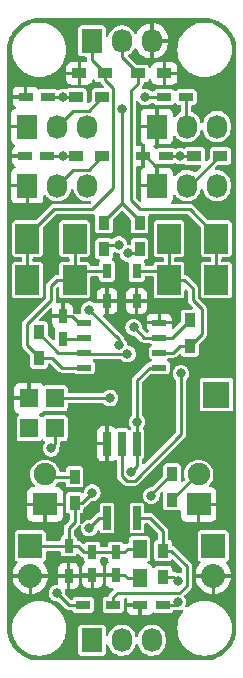
<source format=gbr>
%TF.GenerationSoftware,KiCad,Pcbnew,(6.0.5)*%
%TF.CreationDate,2022-05-19T00:34:01-04:00*%
%TF.ProjectId,synth,73796e74-682e-46b6-9963-61645f706362,rev?*%
%TF.SameCoordinates,Original*%
%TF.FileFunction,Copper,L2,Bot*%
%TF.FilePolarity,Positive*%
%FSLAX46Y46*%
G04 Gerber Fmt 4.6, Leading zero omitted, Abs format (unit mm)*
G04 Created by KiCad (PCBNEW (6.0.5)) date 2022-05-19 00:34:01*
%MOMM*%
%LPD*%
G01*
G04 APERTURE LIST*
%TA.AperFunction,SMDPad,CuDef*%
%ADD10R,1.200000X0.750000*%
%TD*%
%TA.AperFunction,ComponentPad*%
%ADD11R,2.032000X2.032000*%
%TD*%
%TA.AperFunction,ComponentPad*%
%ADD12O,2.032000X2.032000*%
%TD*%
%TA.AperFunction,ComponentPad*%
%ADD13R,2.000000X1.900000*%
%TD*%
%TA.AperFunction,ComponentPad*%
%ADD14C,1.900000*%
%TD*%
%TA.AperFunction,ComponentPad*%
%ADD15R,2.235200X2.235200*%
%TD*%
%TA.AperFunction,ComponentPad*%
%ADD16R,1.727200X2.032000*%
%TD*%
%TA.AperFunction,ComponentPad*%
%ADD17O,1.727200X2.032000*%
%TD*%
%TA.AperFunction,SMDPad,CuDef*%
%ADD18R,0.750000X1.200000*%
%TD*%
%TA.AperFunction,SMDPad,CuDef*%
%ADD19R,0.900000X1.200000*%
%TD*%
%TA.AperFunction,SMDPad,CuDef*%
%ADD20R,1.250000X1.500000*%
%TD*%
%TA.AperFunction,SMDPad,CuDef*%
%ADD21R,0.640000X2.000000*%
%TD*%
%TA.AperFunction,SMDPad,CuDef*%
%ADD22R,1.200000X0.900000*%
%TD*%
%TA.AperFunction,SMDPad,CuDef*%
%ADD23R,2.000000X2.500000*%
%TD*%
%TA.AperFunction,SMDPad,CuDef*%
%ADD24R,1.143000X0.508000*%
%TD*%
%TA.AperFunction,SMDPad,CuDef*%
%ADD25R,1.500000X1.600000*%
%TD*%
%TA.AperFunction,ViaPad*%
%ADD26C,0.800000*%
%TD*%
%TA.AperFunction,Conductor*%
%ADD27C,0.250000*%
%TD*%
G04 APERTURE END LIST*
D10*
%TO.P,C3,1*%
%TO.N,Net-(C3-Pad1)*%
X135450000Y-72000000D03*
%TO.P,C3,2*%
%TO.N,Net-(R1-Pad2)*%
X133550000Y-72000000D03*
%TD*%
D11*
%TO.P,J4,1,Pin_1*%
%TO.N,/UPDI*%
X137750000Y-110000000D03*
D12*
%TO.P,J4,2,Pin_2*%
%TO.N,GND*%
X137750000Y-112540000D03*
%TD*%
D13*
%TO.P,D3,1,K*%
%TO.N,GND*%
X136500000Y-106500000D03*
D14*
%TO.P,D3,2,A*%
%TO.N,Net-(D3-Pad2)*%
X136500000Y-103960000D03*
%TD*%
D15*
%TO.P,J1,1,Pin_1*%
%TO.N,/MIDI_OUT*%
X138000000Y-97200000D03*
%TD*%
D16*
%TO.P,J3,1,Pin_1*%
%TO.N,Net-(C7-Pad1)*%
X127460000Y-67250000D03*
D17*
%TO.P,J3,2,Pin_2*%
%TO.N,Net-(C10-Pad1)*%
X130000000Y-67250000D03*
%TO.P,J3,3,Pin_3*%
%TO.N,GND*%
X132540000Y-67250000D03*
%TD*%
D16*
%TO.P,J2,1,Pin_1*%
%TO.N,Net-(D6-Pad2)*%
X127460000Y-118000000D03*
D17*
%TO.P,J2,2,Pin_2*%
%TO.N,Net-(J2-Pad2)*%
X130000000Y-118000000D03*
%TO.P,J2,3,Pin_3*%
%TO.N,Net-(C6-Pad1)*%
X132540000Y-118000000D03*
%TD*%
D16*
%TO.P,RV3,1,1*%
%TO.N,GND*%
X132960000Y-79500000D03*
D17*
%TO.P,RV3,2,2*%
%TO.N,Net-(R11-Pad2)*%
X135500000Y-79500000D03*
%TO.P,RV3,3,3*%
%TO.N,VDD*%
X138040000Y-79500000D03*
%TD*%
D16*
%TO.P,RV1,1,1*%
%TO.N,GND*%
X132960000Y-74500000D03*
D17*
%TO.P,RV1,2,2*%
%TO.N,Net-(C3-Pad1)*%
X135500000Y-74500000D03*
%TO.P,RV1,3,3*%
%TO.N,/DAC*%
X138040000Y-74500000D03*
%TD*%
D16*
%TO.P,RV2,1,1*%
%TO.N,GND*%
X122000000Y-79500000D03*
D17*
%TO.P,RV2,2,2*%
%TO.N,Net-(R10-Pad2)*%
X124540000Y-79500000D03*
%TO.P,RV2,3,3*%
%TO.N,VDD*%
X127080000Y-79500000D03*
%TD*%
D16*
%TO.P,RV4,1,1*%
%TO.N,GND*%
X121960000Y-74500000D03*
D17*
%TO.P,RV4,2,2*%
%TO.N,Net-(R12-Pad2)*%
X124500000Y-74500000D03*
%TO.P,RV4,3,3*%
%TO.N,VDD*%
X127040000Y-74500000D03*
%TD*%
D11*
%TO.P,BT1,1,+*%
%TO.N,VDD*%
X122250000Y-110000000D03*
D12*
%TO.P,BT1,2,-*%
%TO.N,GND*%
X122250000Y-112540000D03*
%TD*%
D13*
%TO.P,D2,1,K*%
%TO.N,GND*%
X123500000Y-106500000D03*
D14*
%TO.P,D2,2,A*%
%TO.N,Net-(D2-Pad2)*%
X123500000Y-103960000D03*
%TD*%
D18*
%TO.P,C4,1*%
%TO.N,VDD*%
X129500000Y-110550000D03*
%TO.P,C4,2*%
%TO.N,GND*%
X129500000Y-112450000D03*
%TD*%
%TO.P,D1,1,K*%
%TO.N,VDD*%
X125500000Y-110000000D03*
%TO.P,D1,2,A*%
%TO.N,GND*%
X125500000Y-112540000D03*
%TD*%
D19*
%TO.P,R3,1*%
%TO.N,VDD*%
X126000000Y-106350000D03*
%TO.P,R3,2*%
%TO.N,Net-(D2-Pad2)*%
X126000000Y-104150000D03*
%TD*%
%TO.P,R4,1*%
%TO.N,/LED*%
X134250000Y-103900000D03*
%TO.P,R4,2*%
%TO.N,Net-(D3-Pad2)*%
X134250000Y-106100000D03*
%TD*%
%TO.P,R7,1*%
%TO.N,Net-(D6-Pad1)*%
X133500000Y-110400000D03*
%TO.P,R7,2*%
%TO.N,Net-(J2-Pad2)*%
X133500000Y-112600000D03*
%TD*%
D18*
%TO.P,C2,1*%
%TO.N,VDD*%
X127500000Y-110550000D03*
%TO.P,C2,2*%
%TO.N,GND*%
X127500000Y-112450000D03*
%TD*%
D10*
%TO.P,C6,1*%
%TO.N,Net-(C6-Pad1)*%
X133450000Y-115000000D03*
%TO.P,C6,2*%
%TO.N,GND*%
X131550000Y-115000000D03*
%TD*%
D20*
%TO.P,C1,1*%
%TO.N,VDD*%
X131500000Y-110250000D03*
%TO.P,C1,2*%
%TO.N,GND*%
X131500000Y-112750000D03*
%TD*%
D21*
%TO.P,U2,1*%
%TO.N,Net-(D6-Pad1)*%
X131270000Y-107650000D03*
%TO.P,U2,3*%
%TO.N,Net-(D6-Pad2)*%
X128730000Y-107650000D03*
%TO.P,U2,4*%
%TO.N,GND*%
X128730000Y-101350000D03*
%TO.P,U2,5*%
%TO.N,/MIDI_IN*%
X130000000Y-101350000D03*
%TO.P,U2,6*%
%TO.N,VDD*%
X131270000Y-101350000D03*
%TD*%
D22*
%TO.P,R9,1*%
%TO.N,GND*%
X133600000Y-70000000D03*
%TO.P,R9,2*%
%TO.N,Net-(C10-Pad1)*%
X131400000Y-70000000D03*
%TD*%
D23*
%TO.P,C9,1*%
%TO.N,Net-(C10-Pad1)*%
X138000000Y-84000000D03*
%TO.P,C9,2*%
%TO.N,Net-(C10-Pad2)*%
X134000000Y-84000000D03*
%TD*%
D18*
%TO.P,D5,1,K*%
%TO.N,Net-(C10-Pad2)*%
X131250000Y-86730000D03*
%TO.P,D5,2,A*%
%TO.N,GND*%
X131250000Y-89270000D03*
%TD*%
D23*
%TO.P,C10,1*%
%TO.N,Net-(C10-Pad1)*%
X138000000Y-87500000D03*
%TO.P,C10,2*%
%TO.N,Net-(C10-Pad2)*%
X134000000Y-87500000D03*
%TD*%
D10*
%TO.P,C11,1*%
%TO.N,/DEPTH*%
X123700000Y-77000000D03*
%TO.P,C11,2*%
%TO.N,GND*%
X121800000Y-77000000D03*
%TD*%
%TO.P,C12,1*%
%TO.N,/FREQ*%
X133700000Y-77000000D03*
%TO.P,C12,2*%
%TO.N,GND*%
X131800000Y-77000000D03*
%TD*%
D24*
%TO.P,U1,1,VO1*%
%TO.N,Net-(C7-Pad2)*%
X126825000Y-94905000D03*
%TO.P,U1,2,IN1-*%
%TO.N,Net-(R1-Pad1)*%
X126825000Y-93635000D03*
%TO.P,U1,3,BYPASS*%
%TO.N,Net-(C5-Pad2)*%
X126825000Y-92365000D03*
%TO.P,U1,4,GND*%
%TO.N,GND*%
X126825000Y-91095000D03*
%TO.P,U1,5,SHUTDOWN*%
X133175000Y-91095000D03*
%TO.P,U1,6,IN2-*%
%TO.N,Net-(R2-Pad1)*%
X133175000Y-92365000D03*
%TO.P,U1,7,VO2*%
%TO.N,Net-(C10-Pad2)*%
X133175000Y-93635000D03*
%TO.P,U1,8,VDD*%
%TO.N,VDD*%
X133175000Y-94905000D03*
%TD*%
D19*
%TO.P,R2,1*%
%TO.N,Net-(R2-Pad1)*%
X131500000Y-84850000D03*
%TO.P,R2,2*%
%TO.N,Net-(R1-Pad2)*%
X131500000Y-82650000D03*
%TD*%
D18*
%TO.P,C5,1*%
%TO.N,GND*%
X125000000Y-90550000D03*
%TO.P,C5,2*%
%TO.N,Net-(C5-Pad2)*%
X125000000Y-92450000D03*
%TD*%
D19*
%TO.P,R6,1*%
%TO.N,Net-(C10-Pad2)*%
X135750000Y-93100000D03*
%TO.P,R6,2*%
%TO.N,Net-(R2-Pad1)*%
X135750000Y-90900000D03*
%TD*%
%TO.P,R5,1*%
%TO.N,Net-(C7-Pad2)*%
X123000000Y-94100000D03*
%TO.P,R5,2*%
%TO.N,Net-(R1-Pad1)*%
X123000000Y-91900000D03*
%TD*%
D25*
%TO.P,X1,1,EN*%
%TO.N,unconnected-(X1-Pad1)*%
X122150000Y-100040000D03*
%TO.P,X1,2,GND*%
%TO.N,GND*%
X122150000Y-97500000D03*
%TO.P,X1,3,OUT*%
%TO.N,/CLK*%
X124350000Y-97500000D03*
%TO.P,X1,4,Vdd*%
%TO.N,VDD*%
X124350000Y-100040000D03*
%TD*%
D10*
%TO.P,C13,1*%
%TO.N,/SELECT*%
X123750000Y-72000000D03*
%TO.P,C13,2*%
%TO.N,GND*%
X121850000Y-72000000D03*
%TD*%
D22*
%TO.P,R8,1*%
%TO.N,GND*%
X126400000Y-70000000D03*
%TO.P,R8,2*%
%TO.N,Net-(C7-Pad1)*%
X128600000Y-70000000D03*
%TD*%
%TO.P,R12,1*%
%TO.N,/SELECT*%
X126150000Y-72000000D03*
%TO.P,R12,2*%
%TO.N,Net-(R12-Pad2)*%
X128350000Y-72000000D03*
%TD*%
D23*
%TO.P,C8,1*%
%TO.N,Net-(C7-Pad1)*%
X122000000Y-87500000D03*
%TO.P,C8,2*%
%TO.N,Net-(C7-Pad2)*%
X126000000Y-87500000D03*
%TD*%
%TO.P,C7,1*%
%TO.N,Net-(C7-Pad1)*%
X122000000Y-84000000D03*
%TO.P,C7,2*%
%TO.N,Net-(C7-Pad2)*%
X126000000Y-84000000D03*
%TD*%
D22*
%TO.P,R11,1*%
%TO.N,/FREQ*%
X136150000Y-77000000D03*
%TO.P,R11,2*%
%TO.N,Net-(R11-Pad2)*%
X138350000Y-77000000D03*
%TD*%
D18*
%TO.P,D4,1,K*%
%TO.N,Net-(C7-Pad2)*%
X128750000Y-86730000D03*
%TO.P,D4,2,A*%
%TO.N,GND*%
X128750000Y-89270000D03*
%TD*%
D10*
%TO.P,D6,1,K*%
%TO.N,Net-(D6-Pad1)*%
X129270000Y-115000000D03*
%TO.P,D6,2,A*%
%TO.N,Net-(D6-Pad2)*%
X126730000Y-115000000D03*
%TD*%
D22*
%TO.P,R10,1*%
%TO.N,/DEPTH*%
X126150000Y-77000000D03*
%TO.P,R10,2*%
%TO.N,Net-(R10-Pad2)*%
X128350000Y-77000000D03*
%TD*%
D19*
%TO.P,R1,1*%
%TO.N,Net-(R1-Pad1)*%
X128500000Y-84850000D03*
%TO.P,R1,2*%
%TO.N,Net-(R1-Pad2)*%
X128500000Y-82650000D03*
%TD*%
D26*
%TO.N,/SELECT*%
X129750000Y-93000000D03*
X127250000Y-90000000D03*
%TO.N,Net-(R1-Pad2)*%
X132000000Y-72000000D03*
X130000000Y-73000000D03*
%TO.N,GND*%
X127078164Y-100825845D03*
%TO.N,VDD*%
X127500000Y-105500000D03*
X131270000Y-99500000D03*
X130750000Y-103750000D03*
X123999976Y-101750000D03*
%TO.N,Net-(C6-Pad1)*%
X134750000Y-114749990D03*
%TO.N,/DEPTH*%
X125000000Y-77000000D03*
%TO.N,/FREQ*%
X134900000Y-77000000D03*
%TO.N,/SELECT*%
X125000000Y-72000000D03*
%TO.N,Net-(D6-Pad2)*%
X124500000Y-114000000D03*
X127250016Y-108500000D03*
%TO.N,Net-(J2-Pad2)*%
X134750000Y-112999984D03*
%TO.N,Net-(R1-Pad1)*%
X129725000Y-84500000D03*
X130474500Y-93750000D03*
%TO.N,Net-(R2-Pad1)*%
X131000000Y-91500000D03*
X130500000Y-85250000D03*
%TO.N,/LED*%
X132500000Y-105750000D03*
%TO.N,/MIDI_IN*%
X135000000Y-95400000D03*
%TO.N,/CLK*%
X129000000Y-97500000D03*
%TD*%
D27*
%TO.N,Net-(R1-Pad1)*%
X126940000Y-93750000D02*
X126825000Y-93635000D01*
X130474500Y-93750000D02*
X126940000Y-93750000D01*
%TO.N,/SELECT*%
X129750000Y-93000000D02*
X129750000Y-92500000D01*
X129750000Y-92500000D02*
X127250000Y-90000000D01*
%TO.N,Net-(R2-Pad1)*%
X131000000Y-91500000D02*
X131865000Y-92365000D01*
X131865000Y-92365000D02*
X133175000Y-92365000D01*
%TO.N,Net-(R1-Pad2)*%
X133550000Y-72000000D02*
X132000000Y-72000000D01*
%TO.N,Net-(C3-Pad1)*%
X135450000Y-72000000D02*
X135450000Y-74450000D01*
X135450000Y-74450000D02*
X135500000Y-74500000D01*
%TO.N,Net-(R1-Pad2)*%
X130000000Y-81000000D02*
X130000000Y-73000000D01*
X128500000Y-82500000D02*
X130000000Y-81000000D01*
X128500000Y-82650000D02*
X128500000Y-82500000D01*
X130000000Y-81000000D02*
X131500000Y-82500000D01*
X131500000Y-82500000D02*
X131500000Y-82650000D01*
%TO.N,GND*%
X129500000Y-112450000D02*
X130200000Y-112450000D01*
X130500000Y-112750000D02*
X131500000Y-112750000D01*
X125800000Y-90550000D02*
X126345000Y-91095000D01*
X130200000Y-112450000D02*
X130500000Y-112750000D01*
X132000000Y-77000000D02*
X132960000Y-77960000D01*
X132960000Y-77960000D02*
X132960000Y-79500000D01*
X125500000Y-112540000D02*
X127410000Y-112540000D01*
X125000000Y-90550000D02*
X125800000Y-90550000D01*
X127410000Y-112540000D02*
X127500000Y-112450000D01*
X126345000Y-91095000D02*
X126825000Y-91095000D01*
X127500000Y-112450000D02*
X129500000Y-112450000D01*
X131800000Y-77000000D02*
X132000000Y-77000000D01*
%TO.N,VDD*%
X127500000Y-110550000D02*
X126800000Y-110550000D01*
X131250000Y-100500000D02*
X131270000Y-100520000D01*
X131270000Y-100520000D02*
X131270000Y-95980000D01*
X131270000Y-101350000D02*
X131270000Y-100520000D01*
X132345000Y-94905000D02*
X133175000Y-94905000D01*
X131270000Y-101350000D02*
X131270000Y-103230000D01*
X124350000Y-101399976D02*
X123999976Y-101750000D01*
X125500000Y-110000000D02*
X125500000Y-108500000D01*
X131500000Y-110250000D02*
X130500000Y-110250000D01*
X126000000Y-106350000D02*
X126650000Y-106350000D01*
X125500000Y-108500000D02*
X126000000Y-108000000D01*
X126000000Y-108000000D02*
X126000000Y-106350000D01*
X124350000Y-100040000D02*
X124350000Y-101399976D01*
X126250000Y-110000000D02*
X125500000Y-110000000D01*
X126650000Y-106350000D02*
X127500000Y-105500000D01*
X131270000Y-95980000D02*
X132345000Y-94905000D01*
X126800000Y-110550000D02*
X126250000Y-110000000D01*
X130500000Y-110250000D02*
X130200000Y-110550000D01*
X130200000Y-110550000D02*
X129500000Y-110550000D01*
X127500000Y-110550000D02*
X129500000Y-110550000D01*
X122250000Y-110000000D02*
X125500000Y-110000000D01*
X131270000Y-103230000D02*
X130750000Y-103750000D01*
%TO.N,Net-(C5-Pad2)*%
X125000000Y-92450000D02*
X126740000Y-92450000D01*
X126740000Y-92450000D02*
X126825000Y-92365000D01*
%TO.N,Net-(C6-Pad1)*%
X134499990Y-115000000D02*
X134750000Y-114749990D01*
X133450000Y-115000000D02*
X134499990Y-115000000D01*
%TO.N,Net-(C7-Pad2)*%
X126000000Y-87500000D02*
X124500000Y-87500000D01*
X124100000Y-94100000D02*
X123000000Y-94100000D01*
X123000000Y-94000000D02*
X122000000Y-93000000D01*
X122000000Y-93000000D02*
X122000000Y-91500000D01*
X124500000Y-87500000D02*
X124000000Y-88000000D01*
X126770000Y-86730000D02*
X126000000Y-87500000D01*
X126000000Y-87500000D02*
X125500000Y-87500000D01*
X122000000Y-91200000D02*
X122000000Y-91500000D01*
X126000000Y-84000000D02*
X126000000Y-87500000D01*
X124905000Y-94905000D02*
X124100000Y-94100000D01*
X124000000Y-89200000D02*
X122000000Y-91200000D01*
X124000000Y-88000000D02*
X124000000Y-89200000D01*
X123000000Y-94100000D02*
X123000000Y-94000000D01*
X122000000Y-91500000D02*
X122000000Y-91264998D01*
X126825000Y-94905000D02*
X124905000Y-94905000D01*
X128750000Y-86730000D02*
X126770000Y-86730000D01*
%TO.N,Net-(C7-Pad1)*%
X129274999Y-76289997D02*
X129274999Y-72710003D01*
X129274999Y-72710003D02*
X129275001Y-72710001D01*
X127460000Y-68860000D02*
X128600000Y-70000000D01*
X127460000Y-67250000D02*
X127460000Y-68860000D01*
X129275001Y-71289999D02*
X129274999Y-71289997D01*
X129275001Y-72710001D02*
X129275001Y-71289999D01*
X129274999Y-77710003D02*
X129275001Y-77710001D01*
X122000000Y-83750000D02*
X124250000Y-81500000D01*
X129275001Y-76289999D02*
X129274999Y-76289997D01*
X122000000Y-84000000D02*
X122000000Y-87500000D01*
X128600000Y-70587500D02*
X128600000Y-70000000D01*
X122000000Y-84000000D02*
X122000000Y-83750000D01*
X129275001Y-77710001D02*
X129275001Y-76289999D01*
X121500000Y-83750000D02*
X121500000Y-84000000D01*
X129274999Y-79725001D02*
X129274999Y-77710003D01*
X124250000Y-81500000D02*
X127500000Y-81500000D01*
X127500000Y-81500000D02*
X129274999Y-79725001D01*
X129274999Y-71262499D02*
X128600000Y-70587500D01*
X129274999Y-71289997D02*
X129274999Y-71262499D01*
%TO.N,Net-(C10-Pad2)*%
X136000000Y-89200000D02*
X136750000Y-89950000D01*
X134000000Y-87500000D02*
X134250000Y-87500000D01*
X134900000Y-93100000D02*
X135750000Y-93100000D01*
X133230000Y-86730000D02*
X134000000Y-87500000D01*
X136750000Y-89950000D02*
X136750000Y-92100000D01*
X136750000Y-92100000D02*
X135750000Y-93100000D01*
X135300000Y-87500000D02*
X136000000Y-88200000D01*
X131250000Y-86730000D02*
X133230000Y-86730000D01*
X136000000Y-88200000D02*
X136000000Y-89200000D01*
X134000000Y-87500000D02*
X135300000Y-87500000D01*
X133175000Y-93635000D02*
X134365000Y-93635000D01*
X134000000Y-84000000D02*
X134000000Y-87500000D01*
X134365000Y-93635000D02*
X134900000Y-93100000D01*
%TO.N,Net-(C10-Pad1)*%
X138500000Y-87750000D02*
X138500000Y-87500000D01*
X131500000Y-81500000D02*
X135750000Y-81500000D01*
X130750000Y-80750000D02*
X131500000Y-81500000D01*
X130000000Y-68600000D02*
X131400000Y-70000000D01*
X138000000Y-83750000D02*
X138000000Y-84000000D01*
X131400000Y-70850000D02*
X130750000Y-71500000D01*
X138500000Y-83875000D02*
X138500000Y-84000000D01*
X131400000Y-69750000D02*
X131250000Y-69750000D01*
X130750000Y-71500000D02*
X130750000Y-80750000D01*
X130000000Y-67250000D02*
X130000000Y-68600000D01*
X138000000Y-84000000D02*
X138000000Y-87500000D01*
X131400000Y-70000000D02*
X131400000Y-70850000D01*
X135750000Y-81500000D02*
X138000000Y-83750000D01*
%TO.N,/DEPTH*%
X123700000Y-77000000D02*
X125000000Y-77000000D01*
X125000000Y-77000000D02*
X126150000Y-77000000D01*
%TO.N,/FREQ*%
X134900000Y-77000000D02*
X133700000Y-77000000D01*
X136150000Y-77000000D02*
X134900000Y-77000000D01*
%TO.N,/SELECT*%
X125000000Y-72000000D02*
X126150000Y-72000000D01*
X123750000Y-72000000D02*
X125000000Y-72000000D01*
%TO.N,Net-(D2-Pad2)*%
X126000000Y-104150000D02*
X123690000Y-104150000D01*
X123690000Y-104150000D02*
X123500000Y-103960000D01*
%TO.N,Net-(D3-Pad2)*%
X136390000Y-103960000D02*
X136500000Y-103960000D01*
X134250000Y-106100000D02*
X136390000Y-103960000D01*
%TO.N,Net-(D6-Pad1)*%
X133500000Y-110400000D02*
X134200000Y-110400000D01*
X135500000Y-113373000D02*
X134873000Y-114000000D01*
X129270000Y-114375000D02*
X129270000Y-115000000D01*
X132400000Y-107650000D02*
X131270000Y-107650000D01*
X129645000Y-114000000D02*
X129270000Y-114375000D01*
X135500000Y-111700000D02*
X135500000Y-113373000D01*
X133500000Y-108750000D02*
X132400000Y-107650000D01*
X134200000Y-110400000D02*
X135500000Y-111700000D01*
X133500000Y-108750000D02*
X133500000Y-110400000D01*
X134873000Y-114000000D02*
X129645000Y-114000000D01*
%TO.N,Net-(D6-Pad2)*%
X126730000Y-115000000D02*
X125500000Y-115000000D01*
X128730000Y-107650000D02*
X128100016Y-107650000D01*
X125500000Y-115000000D02*
X124500000Y-114000000D01*
X128100016Y-107650000D02*
X127250016Y-108500000D01*
%TO.N,Net-(J2-Pad2)*%
X133500000Y-112600000D02*
X134350016Y-112600000D01*
X134350016Y-112600000D02*
X134750000Y-112999984D01*
%TO.N,Net-(R1-Pad1)*%
X126825000Y-93635000D02*
X124624998Y-93635000D01*
X124624998Y-93635000D02*
X123000000Y-92010002D01*
X129725000Y-84500000D02*
X128850000Y-84500000D01*
X123000000Y-92010002D02*
X123000000Y-91900000D01*
X128850000Y-84500000D02*
X128500000Y-84850000D01*
%TO.N,Net-(R2-Pad1)*%
X134285000Y-92365000D02*
X133175000Y-92365000D01*
X130500000Y-85250000D02*
X131100000Y-85250000D01*
X135750000Y-90900000D02*
X134285000Y-92365000D01*
X135750000Y-90900000D02*
X135750000Y-90750000D01*
X131100000Y-85250000D02*
X131500000Y-84850000D01*
%TO.N,/LED*%
X132500000Y-105650000D02*
X132500000Y-105750000D01*
X134250000Y-103900000D02*
X132500000Y-105650000D01*
%TO.N,Net-(R10-Pad2)*%
X124540000Y-79500000D02*
X125881010Y-78158990D01*
X125881010Y-78158990D02*
X127191010Y-78158990D01*
X127191010Y-78158990D02*
X128350000Y-77000000D01*
%TO.N,Net-(R11-Pad2)*%
X135750000Y-79500000D02*
X138250000Y-77000000D01*
X138250000Y-77000000D02*
X138350000Y-77000000D01*
X135500000Y-79500000D02*
X135750000Y-79500000D01*
%TO.N,Net-(R12-Pad2)*%
X127191010Y-73158990D02*
X128350000Y-72000000D01*
X125841010Y-73158990D02*
X127191010Y-73158990D01*
X124500000Y-74500000D02*
X125841010Y-73158990D01*
%TO.N,/MIDI_IN*%
X130000000Y-104073004D02*
X130401998Y-104475002D01*
X130000000Y-101350000D02*
X130000000Y-104073004D01*
X135000000Y-95965685D02*
X135000000Y-95400000D01*
X130401998Y-104475002D02*
X131098002Y-104475002D01*
X131098002Y-104475002D02*
X135000000Y-100573004D01*
X135000000Y-100573004D02*
X135000000Y-95965685D01*
%TO.N,/CLK*%
X129000000Y-97500000D02*
X124350000Y-97500000D01*
%TD*%
%TA.AperFunction,Conductor*%
%TO.N,GND*%
G36*
X136984391Y-65302384D02*
G01*
X137000000Y-65305136D01*
X137010685Y-65303252D01*
X137020339Y-65303252D01*
X137034278Y-65302425D01*
X137134732Y-65308066D01*
X137295296Y-65317084D01*
X137309113Y-65318641D01*
X137593826Y-65367015D01*
X137607384Y-65370109D01*
X137884899Y-65450060D01*
X137898024Y-65454653D01*
X138164834Y-65565170D01*
X138177362Y-65571203D01*
X138317513Y-65648661D01*
X138430132Y-65710903D01*
X138441900Y-65718298D01*
X138677431Y-65885417D01*
X138688303Y-65894086D01*
X138903642Y-66086525D01*
X138913475Y-66096358D01*
X139105914Y-66311697D01*
X139114583Y-66322569D01*
X139281702Y-66558100D01*
X139289097Y-66569868D01*
X139336504Y-66655645D01*
X139428797Y-66822638D01*
X139434830Y-66835166D01*
X139545347Y-67101976D01*
X139549940Y-67115101D01*
X139629891Y-67392616D01*
X139632985Y-67406174D01*
X139681359Y-67690887D01*
X139682916Y-67704704D01*
X139697575Y-67965720D01*
X139696748Y-67979661D01*
X139696748Y-67989315D01*
X139694864Y-68000000D01*
X139696748Y-68010683D01*
X139697616Y-68015606D01*
X139699500Y-68037139D01*
X139699500Y-116962861D01*
X139697616Y-116984391D01*
X139694864Y-117000000D01*
X139696748Y-117010685D01*
X139696748Y-117020339D01*
X139697575Y-117034280D01*
X139682916Y-117295296D01*
X139681359Y-117309113D01*
X139632985Y-117593826D01*
X139629891Y-117607383D01*
X139615207Y-117658353D01*
X139549940Y-117884899D01*
X139545347Y-117898024D01*
X139434830Y-118164834D01*
X139428797Y-118177362D01*
X139378230Y-118268858D01*
X139291621Y-118425567D01*
X139289101Y-118430126D01*
X139281702Y-118441900D01*
X139114583Y-118677431D01*
X139105914Y-118688303D01*
X138913475Y-118903642D01*
X138903642Y-118913475D01*
X138688303Y-119105914D01*
X138677431Y-119114583D01*
X138441900Y-119281702D01*
X138430132Y-119289097D01*
X138378182Y-119317809D01*
X138177362Y-119428797D01*
X138164834Y-119434830D01*
X137898024Y-119545347D01*
X137884899Y-119549940D01*
X137607384Y-119629891D01*
X137593826Y-119632985D01*
X137309113Y-119681359D01*
X137295296Y-119682916D01*
X137134732Y-119691934D01*
X137034278Y-119697575D01*
X137020339Y-119696748D01*
X137010685Y-119696748D01*
X137000000Y-119694864D01*
X136984391Y-119697616D01*
X136962861Y-119699500D01*
X123037139Y-119699500D01*
X123015609Y-119697616D01*
X123000000Y-119694864D01*
X122989315Y-119696748D01*
X122979661Y-119696748D01*
X122965722Y-119697575D01*
X122865268Y-119691934D01*
X122704704Y-119682916D01*
X122690887Y-119681359D01*
X122406174Y-119632985D01*
X122392616Y-119629891D01*
X122115101Y-119549940D01*
X122101976Y-119545347D01*
X121835166Y-119434830D01*
X121822638Y-119428797D01*
X121621818Y-119317809D01*
X121569868Y-119289097D01*
X121558100Y-119281702D01*
X121322569Y-119114583D01*
X121311697Y-119105914D01*
X121096358Y-118913475D01*
X121086525Y-118903642D01*
X120894086Y-118688303D01*
X120885417Y-118677431D01*
X120718298Y-118441900D01*
X120710899Y-118430126D01*
X120708380Y-118425567D01*
X120621770Y-118268858D01*
X120571203Y-118177362D01*
X120565170Y-118164834D01*
X120454653Y-117898024D01*
X120450060Y-117884899D01*
X120384793Y-117658353D01*
X120370109Y-117607383D01*
X120367015Y-117593826D01*
X120318641Y-117309113D01*
X120317084Y-117295296D01*
X120302425Y-117034280D01*
X120303252Y-117020339D01*
X120303252Y-117010685D01*
X120305136Y-117000000D01*
X120694564Y-117000000D01*
X120714287Y-117300920D01*
X120773120Y-117596691D01*
X120774425Y-117600535D01*
X120839869Y-117793326D01*
X120870055Y-117882252D01*
X121003434Y-118152718D01*
X121122922Y-118331545D01*
X121165634Y-118395467D01*
X121170975Y-118403461D01*
X121369811Y-118630189D01*
X121596539Y-118829025D01*
X121847282Y-118996566D01*
X122117748Y-119129945D01*
X122121588Y-119131248D01*
X122121594Y-119131251D01*
X122292169Y-119189153D01*
X122403309Y-119226880D01*
X122699080Y-119285713D01*
X122703121Y-119285978D01*
X122703122Y-119285978D01*
X122922672Y-119300368D01*
X122922680Y-119300368D01*
X122924690Y-119300500D01*
X123075310Y-119300500D01*
X123077320Y-119300368D01*
X123077328Y-119300368D01*
X123296878Y-119285978D01*
X123296879Y-119285978D01*
X123300920Y-119285713D01*
X123596691Y-119226880D01*
X123707831Y-119189153D01*
X123878406Y-119131251D01*
X123878412Y-119131248D01*
X123882252Y-119129945D01*
X124022777Y-119060646D01*
X126295900Y-119060646D01*
X126299018Y-119086846D01*
X126344461Y-119189153D01*
X126423687Y-119268241D01*
X126434158Y-119272870D01*
X126434159Y-119272871D01*
X126517547Y-119309737D01*
X126517549Y-119309738D01*
X126526073Y-119313506D01*
X126551754Y-119316500D01*
X128368246Y-119316500D01*
X128371900Y-119316065D01*
X128371902Y-119316065D01*
X128376866Y-119315474D01*
X128394446Y-119313382D01*
X128496753Y-119267939D01*
X128575841Y-119188713D01*
X128601245Y-119131251D01*
X128617337Y-119094853D01*
X128617338Y-119094851D01*
X128621106Y-119086327D01*
X128624100Y-119060646D01*
X128624100Y-118459226D01*
X128643785Y-118392187D01*
X128696589Y-118346432D01*
X128765747Y-118336488D01*
X128829303Y-118365513D01*
X128867444Y-118425567D01*
X128876937Y-118459226D01*
X128908563Y-118571363D01*
X128911075Y-118576457D01*
X128911077Y-118576462D01*
X128960870Y-118677431D01*
X129003189Y-118763246D01*
X129131199Y-118934672D01*
X129135376Y-118938533D01*
X129200098Y-118998361D01*
X129288305Y-119079899D01*
X129293114Y-119082933D01*
X129293115Y-119082934D01*
X129461463Y-119189153D01*
X129469246Y-119194064D01*
X129667961Y-119273344D01*
X129673542Y-119274454D01*
X129673545Y-119274455D01*
X129772879Y-119294214D01*
X129877797Y-119315083D01*
X129883484Y-119315157D01*
X129883489Y-119315158D01*
X130086038Y-119317809D01*
X130086043Y-119317809D01*
X130091726Y-119317883D01*
X130302582Y-119281651D01*
X130322088Y-119274455D01*
X130497974Y-119209568D01*
X130497977Y-119209567D01*
X130503305Y-119207601D01*
X130687172Y-119098211D01*
X130848026Y-118957146D01*
X130851544Y-118952684D01*
X130976962Y-118793592D01*
X130976965Y-118793588D01*
X130980479Y-118789130D01*
X131080096Y-118599790D01*
X131143540Y-118395467D01*
X131146069Y-118374098D01*
X131173496Y-118309837D01*
X131231311Y-118270604D01*
X131301159Y-118268858D01*
X131360863Y-118305151D01*
X131390413Y-118364620D01*
X131390489Y-118365449D01*
X131392031Y-118370916D01*
X131392031Y-118370917D01*
X131402072Y-118406519D01*
X131448563Y-118571363D01*
X131451075Y-118576457D01*
X131451077Y-118576462D01*
X131500870Y-118677431D01*
X131543189Y-118763246D01*
X131671199Y-118934672D01*
X131675376Y-118938533D01*
X131740098Y-118998361D01*
X131828305Y-119079899D01*
X131833114Y-119082933D01*
X131833115Y-119082934D01*
X132001463Y-119189153D01*
X132009246Y-119194064D01*
X132207961Y-119273344D01*
X132213542Y-119274454D01*
X132213545Y-119274455D01*
X132312879Y-119294214D01*
X132417797Y-119315083D01*
X132423484Y-119315157D01*
X132423489Y-119315158D01*
X132626038Y-119317809D01*
X132626043Y-119317809D01*
X132631726Y-119317883D01*
X132842582Y-119281651D01*
X132862088Y-119274455D01*
X133037974Y-119209568D01*
X133037977Y-119209567D01*
X133043305Y-119207601D01*
X133227172Y-119098211D01*
X133388026Y-118957146D01*
X133391544Y-118952684D01*
X133516962Y-118793592D01*
X133516965Y-118793588D01*
X133520479Y-118789130D01*
X133620096Y-118599790D01*
X133683540Y-118395467D01*
X133687086Y-118365513D01*
X133703672Y-118225370D01*
X133703672Y-118225365D01*
X133704100Y-118221751D01*
X133704100Y-117793326D01*
X133689511Y-117634551D01*
X133631437Y-117428637D01*
X133628925Y-117423543D01*
X133628923Y-117423538D01*
X133539326Y-117241854D01*
X133536811Y-117236754D01*
X133408801Y-117065328D01*
X133251695Y-116920101D01*
X133228617Y-116905540D01*
X133075563Y-116808970D01*
X133075561Y-116808969D01*
X133070754Y-116805936D01*
X132872039Y-116726656D01*
X132866458Y-116725546D01*
X132866455Y-116725545D01*
X132767121Y-116705786D01*
X132662203Y-116684917D01*
X132656516Y-116684843D01*
X132656511Y-116684842D01*
X132453962Y-116682191D01*
X132453957Y-116682191D01*
X132448274Y-116682117D01*
X132237418Y-116718349D01*
X132232085Y-116720317D01*
X132232083Y-116720317D01*
X132042026Y-116790432D01*
X132042023Y-116790433D01*
X132036695Y-116792399D01*
X131852828Y-116901789D01*
X131691974Y-117042854D01*
X131688459Y-117047313D01*
X131688456Y-117047316D01*
X131563038Y-117206408D01*
X131563035Y-117206412D01*
X131559521Y-117210870D01*
X131459904Y-117400210D01*
X131396460Y-117604533D01*
X131395793Y-117610172D01*
X131395792Y-117610175D01*
X131393931Y-117625902D01*
X131366504Y-117690163D01*
X131308689Y-117729396D01*
X131238841Y-117731142D01*
X131179137Y-117694849D01*
X131149587Y-117635380D01*
X131149511Y-117634551D01*
X131147968Y-117629078D01*
X131092980Y-117434109D01*
X131091437Y-117428637D01*
X131088925Y-117423543D01*
X131088923Y-117423538D01*
X130999326Y-117241854D01*
X130996811Y-117236754D01*
X130868801Y-117065328D01*
X130711695Y-116920101D01*
X130688617Y-116905540D01*
X130535563Y-116808970D01*
X130535561Y-116808969D01*
X130530754Y-116805936D01*
X130332039Y-116726656D01*
X130326458Y-116725546D01*
X130326455Y-116725545D01*
X130227121Y-116705786D01*
X130122203Y-116684917D01*
X130116516Y-116684843D01*
X130116511Y-116684842D01*
X129913962Y-116682191D01*
X129913957Y-116682191D01*
X129908274Y-116682117D01*
X129697418Y-116718349D01*
X129692085Y-116720317D01*
X129692083Y-116720317D01*
X129502026Y-116790432D01*
X129502023Y-116790433D01*
X129496695Y-116792399D01*
X129312828Y-116901789D01*
X129151974Y-117042854D01*
X129148459Y-117047313D01*
X129148456Y-117047316D01*
X129023038Y-117206408D01*
X129023035Y-117206412D01*
X129019521Y-117210870D01*
X128919904Y-117400210D01*
X128918218Y-117405641D01*
X128918216Y-117405645D01*
X128866522Y-117572128D01*
X128827843Y-117630315D01*
X128763846Y-117658353D01*
X128694850Y-117647341D01*
X128642760Y-117600775D01*
X128624100Y-117535357D01*
X128624100Y-116939354D01*
X128620982Y-116913154D01*
X128575539Y-116810847D01*
X128496313Y-116731759D01*
X128485842Y-116727130D01*
X128485841Y-116727129D01*
X128402453Y-116690263D01*
X128402451Y-116690262D01*
X128393927Y-116686494D01*
X128368246Y-116683500D01*
X126551754Y-116683500D01*
X126548100Y-116683935D01*
X126548098Y-116683935D01*
X126543134Y-116684526D01*
X126525554Y-116686618D01*
X126423247Y-116732061D01*
X126344159Y-116811287D01*
X126339530Y-116821758D01*
X126339529Y-116821759D01*
X126305434Y-116898881D01*
X126298894Y-116913673D01*
X126295900Y-116939354D01*
X126295900Y-119060646D01*
X124022777Y-119060646D01*
X124152718Y-118996566D01*
X124403461Y-118829025D01*
X124630189Y-118630189D01*
X124829025Y-118403461D01*
X124834367Y-118395467D01*
X124877078Y-118331545D01*
X124996566Y-118152718D01*
X125129945Y-117882252D01*
X125160132Y-117793326D01*
X125225575Y-117600535D01*
X125226880Y-117596691D01*
X125285713Y-117300920D01*
X125305436Y-117000000D01*
X125301227Y-116935788D01*
X125285978Y-116703122D01*
X125285978Y-116703121D01*
X125285713Y-116699080D01*
X125226880Y-116403309D01*
X125129945Y-116117748D01*
X124996566Y-115847282D01*
X124877078Y-115668455D01*
X124831285Y-115599921D01*
X124831283Y-115599919D01*
X124829025Y-115596539D01*
X124630189Y-115369811D01*
X124403461Y-115170975D01*
X124392023Y-115163332D01*
X124210677Y-115042161D01*
X124152718Y-115003434D01*
X123882252Y-114870055D01*
X123878412Y-114868752D01*
X123878406Y-114868749D01*
X123600535Y-114774425D01*
X123596691Y-114773120D01*
X123300920Y-114714287D01*
X123296879Y-114714022D01*
X123296878Y-114714022D01*
X123077328Y-114699632D01*
X123077320Y-114699632D01*
X123075310Y-114699500D01*
X122924690Y-114699500D01*
X122922680Y-114699632D01*
X122922672Y-114699632D01*
X122703122Y-114714022D01*
X122703121Y-114714022D01*
X122699080Y-114714287D01*
X122403309Y-114773120D01*
X122399465Y-114774425D01*
X122121594Y-114868749D01*
X122121588Y-114868752D01*
X122117748Y-114870055D01*
X121847282Y-115003434D01*
X121789323Y-115042161D01*
X121607978Y-115163332D01*
X121596539Y-115170975D01*
X121369811Y-115369811D01*
X121170975Y-115596539D01*
X121168717Y-115599919D01*
X121168715Y-115599921D01*
X121122922Y-115668455D01*
X121003434Y-115847282D01*
X120870055Y-116117748D01*
X120773120Y-116403309D01*
X120714287Y-116699080D01*
X120714022Y-116703121D01*
X120714022Y-116703122D01*
X120698773Y-116935788D01*
X120694564Y-117000000D01*
X120305136Y-117000000D01*
X120302384Y-116984391D01*
X120300500Y-116962861D01*
X120300500Y-112705749D01*
X120742357Y-112705749D01*
X120747652Y-112773036D01*
X120749170Y-112782621D01*
X120802603Y-113005182D01*
X120805604Y-113014418D01*
X120893191Y-113225874D01*
X120897606Y-113234537D01*
X121017191Y-113429681D01*
X121022902Y-113437543D01*
X121171550Y-113611588D01*
X121178412Y-113618450D01*
X121352457Y-113767098D01*
X121360319Y-113772809D01*
X121555463Y-113892394D01*
X121564126Y-113896809D01*
X121775582Y-113984396D01*
X121784818Y-113987397D01*
X122007379Y-114040830D01*
X122016964Y-114042348D01*
X122082229Y-114047484D01*
X122097077Y-114044365D01*
X122100000Y-114033083D01*
X122100000Y-114031053D01*
X122400000Y-114031053D01*
X122404276Y-114045616D01*
X122415749Y-114047643D01*
X122483036Y-114042348D01*
X122492621Y-114040830D01*
X122693464Y-113992611D01*
X123794394Y-113992611D01*
X123795214Y-114000039D01*
X123795214Y-114000041D01*
X123803506Y-114075147D01*
X123812999Y-114161135D01*
X123815565Y-114168147D01*
X123815566Y-114168151D01*
X123862534Y-114296495D01*
X123871266Y-114320356D01*
X123875433Y-114326558D01*
X123875435Y-114326561D01*
X123878595Y-114331263D01*
X123965830Y-114461083D01*
X123971360Y-114466115D01*
X124085702Y-114570159D01*
X124085706Y-114570162D01*
X124091233Y-114575191D01*
X124240235Y-114656092D01*
X124335585Y-114681107D01*
X124397005Y-114697220D01*
X124397007Y-114697220D01*
X124404233Y-114699116D01*
X124550232Y-114701409D01*
X124616953Y-114722144D01*
X124635965Y-114737713D01*
X125246780Y-115348528D01*
X125255473Y-115352957D01*
X125268291Y-115359488D01*
X125284882Y-115369654D01*
X125304420Y-115383850D01*
X125313704Y-115386866D01*
X125313705Y-115386867D01*
X125327383Y-115391311D01*
X125345357Y-115398755D01*
X125366874Y-115409719D01*
X125376515Y-115411246D01*
X125390726Y-115413497D01*
X125409636Y-115418037D01*
X125432607Y-115425500D01*
X125742977Y-115425500D01*
X125810016Y-115445185D01*
X125856301Y-115499164D01*
X125878061Y-115548153D01*
X125957287Y-115627241D01*
X125967758Y-115631870D01*
X125967759Y-115631871D01*
X126051147Y-115668737D01*
X126051149Y-115668738D01*
X126059673Y-115672506D01*
X126085354Y-115675500D01*
X127374646Y-115675500D01*
X127378300Y-115675065D01*
X127378302Y-115675065D01*
X127383266Y-115674474D01*
X127400846Y-115672382D01*
X127503153Y-115626939D01*
X127582241Y-115547713D01*
X127614059Y-115475744D01*
X127623737Y-115453853D01*
X127623738Y-115453851D01*
X127627506Y-115445327D01*
X127630500Y-115419646D01*
X127630500Y-114580354D01*
X127627382Y-114554154D01*
X127581939Y-114451847D01*
X127502713Y-114372759D01*
X127492242Y-114368130D01*
X127492241Y-114368129D01*
X127408853Y-114331263D01*
X127408851Y-114331262D01*
X127400327Y-114327494D01*
X127374646Y-114324500D01*
X126085354Y-114324500D01*
X126081700Y-114324935D01*
X126081698Y-114324935D01*
X126076734Y-114325526D01*
X126059154Y-114327618D01*
X125956847Y-114373061D01*
X125877759Y-114452287D01*
X125873130Y-114462756D01*
X125873128Y-114462760D01*
X125856383Y-114500638D01*
X125811273Y-114553994D01*
X125742972Y-114574500D01*
X125727610Y-114574500D01*
X125660571Y-114554815D01*
X125639929Y-114538181D01*
X125238218Y-114136470D01*
X125204733Y-114075147D01*
X125203136Y-114031316D01*
X125203174Y-114031053D01*
X125205490Y-114014778D01*
X125205645Y-114000000D01*
X125203757Y-113984396D01*
X125186175Y-113839105D01*
X125186174Y-113839101D01*
X125185276Y-113831680D01*
X125176264Y-113807830D01*
X125170981Y-113738162D01*
X125204202Y-113676696D01*
X125265381Y-113642948D01*
X125292259Y-113640000D01*
X125332170Y-113640000D01*
X125347169Y-113635596D01*
X125348356Y-113634226D01*
X125350000Y-113626668D01*
X125350000Y-113622170D01*
X125650000Y-113622170D01*
X125654404Y-113637169D01*
X125655774Y-113638356D01*
X125663332Y-113640000D01*
X125918972Y-113640000D01*
X125925669Y-113639637D01*
X125975744Y-113634197D01*
X125990753Y-113630629D01*
X126109311Y-113586183D01*
X126124646Y-113577788D01*
X126225124Y-113502484D01*
X126237484Y-113490124D01*
X126312788Y-113389646D01*
X126321183Y-113374311D01*
X126365629Y-113255753D01*
X126369197Y-113240744D01*
X126374637Y-113190669D01*
X126375000Y-113183972D01*
X126375000Y-113093972D01*
X126625000Y-113093972D01*
X126625363Y-113100669D01*
X126630803Y-113150744D01*
X126634371Y-113165753D01*
X126678817Y-113284311D01*
X126687212Y-113299646D01*
X126762516Y-113400124D01*
X126774876Y-113412484D01*
X126875354Y-113487788D01*
X126890689Y-113496183D01*
X127009247Y-113540629D01*
X127024256Y-113544197D01*
X127074331Y-113549637D01*
X127081028Y-113550000D01*
X127332170Y-113550000D01*
X127347169Y-113545596D01*
X127348356Y-113544226D01*
X127350000Y-113536668D01*
X127350000Y-113532170D01*
X127650000Y-113532170D01*
X127654404Y-113547169D01*
X127655774Y-113548356D01*
X127663332Y-113550000D01*
X127918972Y-113550000D01*
X127925669Y-113549637D01*
X127975744Y-113544197D01*
X127990753Y-113540629D01*
X128109311Y-113496183D01*
X128124646Y-113487788D01*
X128225124Y-113412484D01*
X128237484Y-113400124D01*
X128312788Y-113299646D01*
X128321183Y-113284311D01*
X128365629Y-113165753D01*
X128369197Y-113150744D01*
X128374637Y-113100669D01*
X128375000Y-113093972D01*
X128375000Y-112617830D01*
X128370596Y-112602831D01*
X128369226Y-112601644D01*
X128361668Y-112600000D01*
X127667830Y-112600000D01*
X127652831Y-112604404D01*
X127651644Y-112605774D01*
X127650000Y-112613332D01*
X127650000Y-113532170D01*
X127350000Y-113532170D01*
X127350000Y-112617830D01*
X127345596Y-112602831D01*
X127344226Y-112601644D01*
X127336668Y-112600000D01*
X126642830Y-112600000D01*
X126627831Y-112604404D01*
X126626644Y-112605774D01*
X126625000Y-112613332D01*
X126625000Y-113093972D01*
X126375000Y-113093972D01*
X126375000Y-112707830D01*
X126370596Y-112692831D01*
X126369226Y-112691644D01*
X126361668Y-112690000D01*
X125667830Y-112690000D01*
X125652831Y-112694404D01*
X125651644Y-112695774D01*
X125650000Y-112703332D01*
X125650000Y-113622170D01*
X125350000Y-113622170D01*
X125350000Y-112707830D01*
X125345596Y-112692831D01*
X125344226Y-112691644D01*
X125336668Y-112690000D01*
X124642830Y-112690000D01*
X124627831Y-112694404D01*
X124626644Y-112695774D01*
X124625000Y-112703332D01*
X124625000Y-113175460D01*
X124605315Y-113242499D01*
X124552511Y-113288254D01*
X124500352Y-113299458D01*
X124445804Y-113299172D01*
X124426367Y-113299070D01*
X124426366Y-113299070D01*
X124418895Y-113299031D01*
X124411631Y-113300775D01*
X124261295Y-113336868D01*
X124261293Y-113336869D01*
X124254032Y-113338612D01*
X124247399Y-113342035D01*
X124247395Y-113342037D01*
X124187110Y-113373153D01*
X124103369Y-113416375D01*
X124097737Y-113421288D01*
X124010509Y-113497382D01*
X123975604Y-113527831D01*
X123878113Y-113666547D01*
X123816524Y-113824513D01*
X123815548Y-113831923D01*
X123815548Y-113831925D01*
X123807006Y-113896809D01*
X123794394Y-113992611D01*
X122693464Y-113992611D01*
X122715182Y-113987397D01*
X122724418Y-113984396D01*
X122935874Y-113896809D01*
X122944537Y-113892394D01*
X123139681Y-113772809D01*
X123147543Y-113767098D01*
X123321588Y-113618450D01*
X123328450Y-113611588D01*
X123477098Y-113437543D01*
X123482809Y-113429681D01*
X123602394Y-113234537D01*
X123606809Y-113225874D01*
X123694396Y-113014418D01*
X123697397Y-113005182D01*
X123750830Y-112782621D01*
X123752348Y-112773036D01*
X123757484Y-112707771D01*
X123754365Y-112692923D01*
X123743083Y-112690000D01*
X122417830Y-112690000D01*
X122402831Y-112694404D01*
X122401644Y-112695774D01*
X122400000Y-112703332D01*
X122400000Y-114031053D01*
X122100000Y-114031053D01*
X122100000Y-112707830D01*
X122095596Y-112692831D01*
X122094226Y-112691644D01*
X122086668Y-112690000D01*
X120758947Y-112690000D01*
X120744384Y-112694276D01*
X120742357Y-112705749D01*
X120300500Y-112705749D01*
X120300500Y-112372229D01*
X120742516Y-112372229D01*
X120745635Y-112387077D01*
X120756917Y-112390000D01*
X123741053Y-112390000D01*
X123755616Y-112385724D01*
X123757643Y-112374251D01*
X123757479Y-112372170D01*
X124625000Y-112372170D01*
X124629404Y-112387169D01*
X124630774Y-112388356D01*
X124638332Y-112390000D01*
X125332170Y-112390000D01*
X125347169Y-112385596D01*
X125348356Y-112384226D01*
X125350000Y-112376668D01*
X125350000Y-112372170D01*
X125650000Y-112372170D01*
X125654404Y-112387169D01*
X125655774Y-112388356D01*
X125663332Y-112390000D01*
X126357170Y-112390000D01*
X126372169Y-112385596D01*
X126373356Y-112384226D01*
X126375000Y-112376668D01*
X126375000Y-111896028D01*
X126374637Y-111889331D01*
X126369197Y-111839256D01*
X126365629Y-111824247D01*
X126321183Y-111705689D01*
X126312788Y-111690354D01*
X126237484Y-111589876D01*
X126225124Y-111577516D01*
X126124646Y-111502212D01*
X126109311Y-111493817D01*
X125990753Y-111449371D01*
X125975744Y-111445803D01*
X125925669Y-111440363D01*
X125918972Y-111440000D01*
X125667830Y-111440000D01*
X125652831Y-111444404D01*
X125651644Y-111445774D01*
X125650000Y-111453332D01*
X125650000Y-112372170D01*
X125350000Y-112372170D01*
X125350000Y-111457830D01*
X125345596Y-111442831D01*
X125344226Y-111441644D01*
X125336668Y-111440000D01*
X125081028Y-111440000D01*
X125074331Y-111440363D01*
X125024256Y-111445803D01*
X125009247Y-111449371D01*
X124890689Y-111493817D01*
X124875354Y-111502212D01*
X124774876Y-111577516D01*
X124762516Y-111589876D01*
X124687212Y-111690354D01*
X124678817Y-111705689D01*
X124634371Y-111824247D01*
X124630803Y-111839256D01*
X124625363Y-111889331D01*
X124625000Y-111896028D01*
X124625000Y-112372170D01*
X123757479Y-112372170D01*
X123752348Y-112306964D01*
X123750830Y-112297379D01*
X123697397Y-112074818D01*
X123694396Y-112065582D01*
X123606809Y-111854126D01*
X123602394Y-111845463D01*
X123482809Y-111650319D01*
X123477097Y-111642457D01*
X123342710Y-111485108D01*
X123314140Y-111421347D01*
X123324578Y-111352261D01*
X123370708Y-111299785D01*
X123386662Y-111291255D01*
X123439153Y-111267939D01*
X123518241Y-111188713D01*
X123525315Y-111172713D01*
X123559737Y-111094853D01*
X123559738Y-111094851D01*
X123563506Y-111086327D01*
X123566500Y-111060646D01*
X123566500Y-110549500D01*
X123586185Y-110482461D01*
X123638989Y-110436706D01*
X123690500Y-110425500D01*
X124700500Y-110425500D01*
X124767539Y-110445185D01*
X124813294Y-110497989D01*
X124824500Y-110549500D01*
X124824500Y-110644646D01*
X124827618Y-110670846D01*
X124873061Y-110773153D01*
X124952287Y-110852241D01*
X124962758Y-110856870D01*
X124962759Y-110856871D01*
X125046147Y-110893737D01*
X125046149Y-110893738D01*
X125054673Y-110897506D01*
X125080354Y-110900500D01*
X125919646Y-110900500D01*
X125923300Y-110900065D01*
X125923302Y-110900065D01*
X125928266Y-110899474D01*
X125945846Y-110897382D01*
X126048153Y-110851939D01*
X126127241Y-110772713D01*
X126144130Y-110734511D01*
X126189241Y-110681156D01*
X126256037Y-110660660D01*
X126323311Y-110679530D01*
X126345222Y-110696970D01*
X126546780Y-110898528D01*
X126568297Y-110909491D01*
X126584881Y-110919654D01*
X126596527Y-110928116D01*
X126596531Y-110928118D01*
X126604419Y-110933849D01*
X126613698Y-110936864D01*
X126627384Y-110941311D01*
X126645353Y-110948754D01*
X126666874Y-110959719D01*
X126676511Y-110961245D01*
X126676513Y-110961246D01*
X126690721Y-110963496D01*
X126709636Y-110968036D01*
X126732607Y-110975500D01*
X126732608Y-110975500D01*
X126731914Y-110977637D01*
X126783037Y-111001875D01*
X126819965Y-111061188D01*
X126824500Y-111094415D01*
X126824500Y-111194646D01*
X126827618Y-111220846D01*
X126858892Y-111291253D01*
X126863201Y-111300955D01*
X126872425Y-111370213D01*
X126842741Y-111433463D01*
X126824243Y-111450516D01*
X126774880Y-111487512D01*
X126762516Y-111499876D01*
X126687212Y-111600354D01*
X126678817Y-111615689D01*
X126634371Y-111734247D01*
X126630803Y-111749256D01*
X126625363Y-111799331D01*
X126625000Y-111806028D01*
X126625000Y-112282170D01*
X126629404Y-112297169D01*
X126630774Y-112298356D01*
X126638332Y-112300000D01*
X128357170Y-112300000D01*
X128372169Y-112295596D01*
X128373356Y-112294226D01*
X128375000Y-112286668D01*
X128375000Y-111806028D01*
X128374637Y-111799331D01*
X128369197Y-111749256D01*
X128365629Y-111734247D01*
X128321183Y-111615689D01*
X128312788Y-111600354D01*
X128237484Y-111499876D01*
X128225124Y-111487516D01*
X128175803Y-111450552D01*
X128133963Y-111394595D01*
X128129017Y-111324900D01*
X128136758Y-111301187D01*
X128168737Y-111228853D01*
X128168738Y-111228851D01*
X128172506Y-111220327D01*
X128175500Y-111194646D01*
X128175500Y-111099500D01*
X128195185Y-111032461D01*
X128247989Y-110986706D01*
X128299500Y-110975500D01*
X128700500Y-110975500D01*
X128767539Y-110995185D01*
X128813294Y-111047989D01*
X128824500Y-111099500D01*
X128824500Y-111194646D01*
X128827618Y-111220846D01*
X128858892Y-111291253D01*
X128863201Y-111300955D01*
X128872425Y-111370213D01*
X128842741Y-111433463D01*
X128824243Y-111450516D01*
X128774880Y-111487512D01*
X128762516Y-111499876D01*
X128687212Y-111600354D01*
X128678817Y-111615689D01*
X128634371Y-111734247D01*
X128630803Y-111749256D01*
X128625363Y-111799331D01*
X128625000Y-111806028D01*
X128625000Y-112282170D01*
X128629404Y-112297169D01*
X128630774Y-112298356D01*
X128638332Y-112300000D01*
X129526000Y-112300000D01*
X129593039Y-112319685D01*
X129638794Y-112372489D01*
X129650000Y-112424000D01*
X129650000Y-112476000D01*
X129630315Y-112543039D01*
X129577511Y-112588794D01*
X129526000Y-112600000D01*
X128642830Y-112600000D01*
X128627831Y-112604404D01*
X128626644Y-112605774D01*
X128625000Y-112613332D01*
X128625000Y-113093972D01*
X128625363Y-113100669D01*
X128630803Y-113150744D01*
X128634371Y-113165753D01*
X128678817Y-113284311D01*
X128687212Y-113299646D01*
X128762516Y-113400124D01*
X128774876Y-113412484D01*
X128875354Y-113487788D01*
X128890689Y-113496183D01*
X129009247Y-113540629D01*
X129024256Y-113544197D01*
X129074331Y-113549637D01*
X129081028Y-113550000D01*
X129193891Y-113550000D01*
X129260930Y-113569685D01*
X129306685Y-113622489D01*
X129316629Y-113691647D01*
X129287604Y-113755203D01*
X129281573Y-113761680D01*
X129016780Y-114026472D01*
X128921472Y-114121780D01*
X128910509Y-114143297D01*
X128900346Y-114159881D01*
X128891884Y-114171527D01*
X128891882Y-114171531D01*
X128886151Y-114179419D01*
X128883136Y-114188698D01*
X128878689Y-114202384D01*
X128871246Y-114220353D01*
X128860281Y-114241874D01*
X128860127Y-114242844D01*
X128823440Y-114296495D01*
X128759081Y-114323692D01*
X128744948Y-114324500D01*
X128625354Y-114324500D01*
X128621700Y-114324935D01*
X128621698Y-114324935D01*
X128616734Y-114325526D01*
X128599154Y-114327618D01*
X128496847Y-114373061D01*
X128417759Y-114452287D01*
X128413130Y-114462758D01*
X128413129Y-114462759D01*
X128411646Y-114466115D01*
X128372494Y-114554673D01*
X128369500Y-114580354D01*
X128369500Y-115419646D01*
X128372618Y-115445846D01*
X128418061Y-115548153D01*
X128497287Y-115627241D01*
X128507758Y-115631870D01*
X128507759Y-115631871D01*
X128591147Y-115668737D01*
X128591149Y-115668738D01*
X128599673Y-115672506D01*
X128625354Y-115675500D01*
X129914646Y-115675500D01*
X129918300Y-115675065D01*
X129918302Y-115675065D01*
X129923266Y-115674474D01*
X129940846Y-115672382D01*
X130043153Y-115626939D01*
X130122241Y-115547713D01*
X130154059Y-115475744D01*
X130163737Y-115453853D01*
X130163738Y-115453851D01*
X130167506Y-115445327D01*
X130170500Y-115419646D01*
X130170500Y-115418972D01*
X130450000Y-115418972D01*
X130450363Y-115425669D01*
X130455803Y-115475744D01*
X130459371Y-115490753D01*
X130503817Y-115609311D01*
X130512212Y-115624646D01*
X130587516Y-115725124D01*
X130599876Y-115737484D01*
X130700354Y-115812788D01*
X130715689Y-115821183D01*
X130834247Y-115865629D01*
X130849256Y-115869197D01*
X130899331Y-115874637D01*
X130906028Y-115875000D01*
X131382170Y-115875000D01*
X131397169Y-115870596D01*
X131398356Y-115869226D01*
X131400000Y-115861668D01*
X131400000Y-115167830D01*
X131395596Y-115152831D01*
X131394226Y-115151644D01*
X131386668Y-115150000D01*
X130467830Y-115150000D01*
X130452831Y-115154404D01*
X130451644Y-115155774D01*
X130450000Y-115163332D01*
X130450000Y-115418972D01*
X130170500Y-115418972D01*
X130170500Y-114580354D01*
X130168572Y-114564154D01*
X130180196Y-114495258D01*
X130227223Y-114443584D01*
X130291703Y-114425500D01*
X130328330Y-114425500D01*
X130395369Y-114445185D01*
X130441124Y-114497989D01*
X130451605Y-114562890D01*
X130450363Y-114574326D01*
X130450000Y-114581028D01*
X130450000Y-114832170D01*
X130454404Y-114847169D01*
X130455774Y-114848356D01*
X130463332Y-114850000D01*
X131576000Y-114850000D01*
X131643039Y-114869685D01*
X131688794Y-114922489D01*
X131700000Y-114974000D01*
X131700000Y-115857170D01*
X131704404Y-115872169D01*
X131705774Y-115873356D01*
X131713332Y-115875000D01*
X132193972Y-115875000D01*
X132200669Y-115874637D01*
X132250744Y-115869197D01*
X132265753Y-115865629D01*
X132384311Y-115821183D01*
X132399646Y-115812788D01*
X132500124Y-115737484D01*
X132512484Y-115725124D01*
X132549448Y-115675803D01*
X132605405Y-115633963D01*
X132675100Y-115629017D01*
X132698813Y-115636758D01*
X132771147Y-115668737D01*
X132771149Y-115668738D01*
X132779673Y-115672506D01*
X132805354Y-115675500D01*
X134094646Y-115675500D01*
X134098300Y-115675065D01*
X134098302Y-115675065D01*
X134103266Y-115674474D01*
X134120846Y-115672382D01*
X134223153Y-115626939D01*
X134302241Y-115547713D01*
X134306871Y-115537241D01*
X134306872Y-115537240D01*
X134323617Y-115499362D01*
X134368727Y-115446006D01*
X134437028Y-115425500D01*
X134548258Y-115425500D01*
X134579724Y-115429559D01*
X134647005Y-115447210D01*
X134647007Y-115447210D01*
X134654233Y-115449106D01*
X134737178Y-115450409D01*
X134816290Y-115451652D01*
X134816293Y-115451652D01*
X134823760Y-115451769D01*
X134979703Y-115416054D01*
X134981738Y-115415588D01*
X134981739Y-115415588D01*
X134989029Y-115413918D01*
X135032517Y-115392046D01*
X135101252Y-115379509D01*
X135165854Y-115406124D01*
X135205811Y-115463440D01*
X135208439Y-115533260D01*
X135181461Y-115584582D01*
X135170975Y-115596539D01*
X135168717Y-115599919D01*
X135168715Y-115599921D01*
X135122922Y-115668455D01*
X135003434Y-115847282D01*
X134870055Y-116117748D01*
X134773120Y-116403309D01*
X134714287Y-116699080D01*
X134714022Y-116703121D01*
X134714022Y-116703122D01*
X134698773Y-116935788D01*
X134694564Y-117000000D01*
X134714287Y-117300920D01*
X134773120Y-117596691D01*
X134774425Y-117600535D01*
X134839869Y-117793326D01*
X134870055Y-117882252D01*
X135003434Y-118152718D01*
X135122922Y-118331545D01*
X135165634Y-118395467D01*
X135170975Y-118403461D01*
X135369811Y-118630189D01*
X135596539Y-118829025D01*
X135847282Y-118996566D01*
X136117748Y-119129945D01*
X136121588Y-119131248D01*
X136121594Y-119131251D01*
X136292169Y-119189153D01*
X136403309Y-119226880D01*
X136699080Y-119285713D01*
X136703121Y-119285978D01*
X136703122Y-119285978D01*
X136922672Y-119300368D01*
X136922680Y-119300368D01*
X136924690Y-119300500D01*
X137075310Y-119300500D01*
X137077320Y-119300368D01*
X137077328Y-119300368D01*
X137296878Y-119285978D01*
X137296879Y-119285978D01*
X137300920Y-119285713D01*
X137596691Y-119226880D01*
X137707831Y-119189153D01*
X137878406Y-119131251D01*
X137878412Y-119131248D01*
X137882252Y-119129945D01*
X138152718Y-118996566D01*
X138403461Y-118829025D01*
X138630189Y-118630189D01*
X138829025Y-118403461D01*
X138834367Y-118395467D01*
X138877078Y-118331545D01*
X138996566Y-118152718D01*
X139129945Y-117882252D01*
X139160132Y-117793326D01*
X139225575Y-117600535D01*
X139226880Y-117596691D01*
X139285713Y-117300920D01*
X139305436Y-117000000D01*
X139301227Y-116935788D01*
X139285978Y-116703122D01*
X139285978Y-116703121D01*
X139285713Y-116699080D01*
X139226880Y-116403309D01*
X139129945Y-116117748D01*
X138996566Y-115847282D01*
X138877078Y-115668455D01*
X138831285Y-115599921D01*
X138831283Y-115599919D01*
X138829025Y-115596539D01*
X138630189Y-115369811D01*
X138403461Y-115170975D01*
X138392023Y-115163332D01*
X138210677Y-115042161D01*
X138152718Y-115003434D01*
X137882252Y-114870055D01*
X137878412Y-114868752D01*
X137878406Y-114868749D01*
X137600535Y-114774425D01*
X137596691Y-114773120D01*
X137300920Y-114714287D01*
X137296879Y-114714022D01*
X137296878Y-114714022D01*
X137077328Y-114699632D01*
X137077320Y-114699632D01*
X137075310Y-114699500D01*
X136924690Y-114699500D01*
X136922680Y-114699632D01*
X136922672Y-114699632D01*
X136703122Y-114714022D01*
X136703121Y-114714022D01*
X136699080Y-114714287D01*
X136403309Y-114773120D01*
X136399465Y-114774425D01*
X136121594Y-114868749D01*
X136121588Y-114868752D01*
X136117748Y-114870055D01*
X135847282Y-115003434D01*
X135789323Y-115042161D01*
X135607978Y-115163332D01*
X135596539Y-115170975D01*
X135593481Y-115173657D01*
X135584378Y-115181640D01*
X135520997Y-115211043D01*
X135451780Y-115201511D01*
X135398705Y-115156071D01*
X135378621Y-115089150D01*
X135387567Y-115042161D01*
X135428815Y-114939554D01*
X135431601Y-114932624D01*
X135432654Y-114925227D01*
X135454918Y-114768790D01*
X135454918Y-114768784D01*
X135455490Y-114764768D01*
X135455645Y-114749990D01*
X135451420Y-114715079D01*
X135436175Y-114589095D01*
X135436174Y-114589091D01*
X135435276Y-114581670D01*
X135402624Y-114495258D01*
X135377989Y-114430063D01*
X135377987Y-114430060D01*
X135375345Y-114423067D01*
X135301920Y-114316233D01*
X135280170Y-114249836D01*
X135297771Y-114182219D01*
X135316430Y-114158318D01*
X135848528Y-113626220D01*
X135859491Y-113604703D01*
X135869654Y-113588119D01*
X135878116Y-113576473D01*
X135878118Y-113576469D01*
X135883849Y-113568581D01*
X135889087Y-113552459D01*
X135891311Y-113545616D01*
X135898754Y-113527647D01*
X135909719Y-113506126D01*
X135912254Y-113490124D01*
X135913496Y-113482279D01*
X135918036Y-113463364D01*
X135925500Y-113440393D01*
X135925500Y-112705749D01*
X136242357Y-112705749D01*
X136247652Y-112773036D01*
X136249170Y-112782621D01*
X136302603Y-113005182D01*
X136305604Y-113014418D01*
X136393191Y-113225874D01*
X136397606Y-113234537D01*
X136517191Y-113429681D01*
X136522902Y-113437543D01*
X136671550Y-113611588D01*
X136678412Y-113618450D01*
X136852457Y-113767098D01*
X136860319Y-113772809D01*
X137055463Y-113892394D01*
X137064126Y-113896809D01*
X137275582Y-113984396D01*
X137284818Y-113987397D01*
X137507379Y-114040830D01*
X137516964Y-114042348D01*
X137582229Y-114047484D01*
X137597077Y-114044365D01*
X137600000Y-114033083D01*
X137600000Y-114031053D01*
X137900000Y-114031053D01*
X137904276Y-114045616D01*
X137915749Y-114047643D01*
X137983036Y-114042348D01*
X137992621Y-114040830D01*
X138215182Y-113987397D01*
X138224418Y-113984396D01*
X138435874Y-113896809D01*
X138444537Y-113892394D01*
X138639681Y-113772809D01*
X138647543Y-113767098D01*
X138821588Y-113618450D01*
X138828450Y-113611588D01*
X138977098Y-113437543D01*
X138982809Y-113429681D01*
X139102394Y-113234537D01*
X139106809Y-113225874D01*
X139194396Y-113014418D01*
X139197397Y-113005182D01*
X139250830Y-112782621D01*
X139252348Y-112773036D01*
X139257484Y-112707771D01*
X139254365Y-112692923D01*
X139243083Y-112690000D01*
X137917830Y-112690000D01*
X137902831Y-112694404D01*
X137901644Y-112695774D01*
X137900000Y-112703332D01*
X137900000Y-114031053D01*
X137600000Y-114031053D01*
X137600000Y-112707830D01*
X137595596Y-112692831D01*
X137594226Y-112691644D01*
X137586668Y-112690000D01*
X136258947Y-112690000D01*
X136244384Y-112694276D01*
X136242357Y-112705749D01*
X135925500Y-112705749D01*
X135925500Y-112372229D01*
X136242516Y-112372229D01*
X136245635Y-112387077D01*
X136256917Y-112390000D01*
X139241053Y-112390000D01*
X139255616Y-112385724D01*
X139257643Y-112374251D01*
X139252348Y-112306964D01*
X139250830Y-112297379D01*
X139197397Y-112074818D01*
X139194396Y-112065582D01*
X139106809Y-111854126D01*
X139102394Y-111845463D01*
X138982809Y-111650319D01*
X138977097Y-111642457D01*
X138842710Y-111485108D01*
X138814140Y-111421347D01*
X138824578Y-111352261D01*
X138870708Y-111299785D01*
X138886662Y-111291255D01*
X138939153Y-111267939D01*
X139018241Y-111188713D01*
X139025315Y-111172713D01*
X139059737Y-111094853D01*
X139059738Y-111094851D01*
X139063506Y-111086327D01*
X139066500Y-111060646D01*
X139066500Y-108939354D01*
X139063382Y-108913154D01*
X139017939Y-108810847D01*
X138938713Y-108731759D01*
X138928242Y-108727130D01*
X138928241Y-108727129D01*
X138844853Y-108690263D01*
X138844851Y-108690262D01*
X138836327Y-108686494D01*
X138810646Y-108683500D01*
X136689354Y-108683500D01*
X136685700Y-108683935D01*
X136685698Y-108683935D01*
X136680734Y-108684526D01*
X136663154Y-108686618D01*
X136560847Y-108732061D01*
X136481759Y-108811287D01*
X136477130Y-108821758D01*
X136477129Y-108821759D01*
X136441682Y-108901939D01*
X136436494Y-108913673D01*
X136433500Y-108939354D01*
X136433500Y-111060646D01*
X136436618Y-111086846D01*
X136482061Y-111189153D01*
X136561287Y-111268241D01*
X136571758Y-111272870D01*
X136571759Y-111272871D01*
X136613139Y-111291165D01*
X136666495Y-111336276D01*
X136686991Y-111403072D01*
X136668121Y-111470345D01*
X136657291Y-111485107D01*
X136522902Y-111642457D01*
X136517191Y-111650319D01*
X136397606Y-111845463D01*
X136393191Y-111854126D01*
X136305604Y-112065582D01*
X136302603Y-112074818D01*
X136249170Y-112297379D01*
X136247652Y-112306964D01*
X136242516Y-112372229D01*
X135925500Y-112372229D01*
X135925500Y-111632607D01*
X135918037Y-111609636D01*
X135913497Y-111590726D01*
X135911246Y-111576513D01*
X135911245Y-111576511D01*
X135909719Y-111566874D01*
X135898757Y-111545359D01*
X135891313Y-111527388D01*
X135886866Y-111513701D01*
X135886866Y-111513700D01*
X135883850Y-111504419D01*
X135878115Y-111496525D01*
X135878113Y-111496522D01*
X135869819Y-111485108D01*
X135869654Y-111484880D01*
X135859490Y-111468295D01*
X135848528Y-111446780D01*
X134453220Y-110051472D01*
X134431703Y-110040509D01*
X134415119Y-110030346D01*
X134403473Y-110021884D01*
X134403469Y-110021882D01*
X134395581Y-110016151D01*
X134372616Y-110008689D01*
X134354647Y-110001246D01*
X134333126Y-109990281D01*
X134332156Y-109990127D01*
X134278505Y-109953440D01*
X134251308Y-109889081D01*
X134250500Y-109874948D01*
X134250500Y-109755354D01*
X134247382Y-109729154D01*
X134201939Y-109626847D01*
X134122713Y-109547759D01*
X134112242Y-109543130D01*
X134112241Y-109543129D01*
X134028858Y-109506265D01*
X134028855Y-109506264D01*
X134020327Y-109502494D01*
X134015063Y-109501880D01*
X133957383Y-109466376D01*
X133927128Y-109403396D01*
X133925500Y-109383367D01*
X133925500Y-108682607D01*
X133918036Y-108659636D01*
X133913496Y-108640721D01*
X133911246Y-108626513D01*
X133911245Y-108626511D01*
X133909719Y-108616874D01*
X133898754Y-108595353D01*
X133891311Y-108577384D01*
X133886864Y-108563698D01*
X133883849Y-108554419D01*
X133878118Y-108546531D01*
X133878116Y-108546527D01*
X133869654Y-108534881D01*
X133859491Y-108518297D01*
X133848528Y-108496780D01*
X132653220Y-107301472D01*
X132631703Y-107290509D01*
X132615119Y-107280346D01*
X132603473Y-107271884D01*
X132603469Y-107271882D01*
X132595581Y-107266151D01*
X132572616Y-107258689D01*
X132554647Y-107251246D01*
X132533126Y-107240281D01*
X132523489Y-107238755D01*
X132523487Y-107238754D01*
X132509279Y-107236504D01*
X132490364Y-107231964D01*
X132467393Y-107224500D01*
X132014500Y-107224500D01*
X131947461Y-107204815D01*
X131901706Y-107152011D01*
X131890500Y-107100500D01*
X131890500Y-106605354D01*
X131887382Y-106579154D01*
X131841939Y-106476847D01*
X131762713Y-106397759D01*
X131752242Y-106393130D01*
X131752241Y-106393129D01*
X131668853Y-106356263D01*
X131668851Y-106356262D01*
X131660327Y-106352494D01*
X131634646Y-106349500D01*
X130905354Y-106349500D01*
X130901700Y-106349935D01*
X130901698Y-106349935D01*
X130896734Y-106350526D01*
X130879154Y-106352618D01*
X130776847Y-106398061D01*
X130697759Y-106477287D01*
X130652494Y-106579673D01*
X130649500Y-106605354D01*
X130649500Y-108694646D01*
X130649935Y-108698300D01*
X130649935Y-108698302D01*
X130650526Y-108703266D01*
X130652618Y-108720846D01*
X130698061Y-108823153D01*
X130777287Y-108902241D01*
X130787758Y-108906870D01*
X130787759Y-108906871D01*
X130871147Y-108943737D01*
X130871149Y-108943738D01*
X130879673Y-108947506D01*
X130905354Y-108950500D01*
X131634646Y-108950500D01*
X131638300Y-108950065D01*
X131638302Y-108950065D01*
X131643266Y-108949474D01*
X131660846Y-108947382D01*
X131763153Y-108901939D01*
X131842241Y-108822713D01*
X131846871Y-108812241D01*
X131883737Y-108728853D01*
X131883738Y-108728851D01*
X131887506Y-108720327D01*
X131890500Y-108694646D01*
X131890500Y-108199500D01*
X131910185Y-108132461D01*
X131962989Y-108086706D01*
X132014500Y-108075500D01*
X132172390Y-108075500D01*
X132239429Y-108095185D01*
X132260071Y-108111819D01*
X133038181Y-108889929D01*
X133071666Y-108951252D01*
X133074500Y-108977610D01*
X133074500Y-109383335D01*
X133054815Y-109450374D01*
X133002011Y-109496129D01*
X132986571Y-109501735D01*
X132979154Y-109502618D01*
X132876847Y-109548061D01*
X132797759Y-109627287D01*
X132793130Y-109637758D01*
X132793129Y-109637759D01*
X132762888Y-109706163D01*
X132752494Y-109729673D01*
X132749500Y-109755354D01*
X132749500Y-111044646D01*
X132752618Y-111070846D01*
X132798061Y-111173153D01*
X132877287Y-111252241D01*
X132887758Y-111256870D01*
X132887759Y-111256871D01*
X132971147Y-111293737D01*
X132971149Y-111293738D01*
X132979673Y-111297506D01*
X133005354Y-111300500D01*
X133994646Y-111300500D01*
X133998300Y-111300065D01*
X133998302Y-111300065D01*
X134003266Y-111299474D01*
X134020846Y-111297382D01*
X134123153Y-111251939D01*
X134131239Y-111243838D01*
X134131243Y-111243836D01*
X134198848Y-111176112D01*
X134260142Y-111142573D01*
X134329838Y-111147496D01*
X134374287Y-111176035D01*
X135038181Y-111839929D01*
X135071666Y-111901252D01*
X135074500Y-111927610D01*
X135074500Y-112200199D01*
X135054815Y-112267238D01*
X135002011Y-112312993D01*
X134932853Y-112322937D01*
X134920299Y-112320465D01*
X134838441Y-112299903D01*
X134701665Y-112299187D01*
X134634730Y-112279152D01*
X134614634Y-112262870D01*
X134603236Y-112251472D01*
X134581719Y-112240509D01*
X134565135Y-112230346D01*
X134553489Y-112221884D01*
X134553485Y-112221882D01*
X134545597Y-112216151D01*
X134522632Y-112208689D01*
X134504663Y-112201246D01*
X134483142Y-112190281D01*
X134473505Y-112188755D01*
X134473503Y-112188754D01*
X134459295Y-112186504D01*
X134440380Y-112181964D01*
X134417409Y-112174500D01*
X134374500Y-112174500D01*
X134307461Y-112154815D01*
X134261706Y-112102011D01*
X134250500Y-112050500D01*
X134250500Y-111955354D01*
X134247382Y-111929154D01*
X134201939Y-111826847D01*
X134122713Y-111747759D01*
X134112242Y-111743130D01*
X134112241Y-111743129D01*
X134028853Y-111706263D01*
X134028851Y-111706262D01*
X134020327Y-111702494D01*
X133994646Y-111699500D01*
X133005354Y-111699500D01*
X133001700Y-111699935D01*
X133001698Y-111699935D01*
X132996734Y-111700526D01*
X132979154Y-111702618D01*
X132876847Y-111748061D01*
X132797759Y-111827287D01*
X132797030Y-111828935D01*
X132747769Y-111869164D01*
X132678350Y-111877086D01*
X132615668Y-111846219D01*
X132583462Y-111798443D01*
X132571182Y-111765687D01*
X132562788Y-111750354D01*
X132487484Y-111649876D01*
X132475124Y-111637516D01*
X132374646Y-111562212D01*
X132359311Y-111553817D01*
X132241389Y-111509610D01*
X132185525Y-111467646D01*
X132161217Y-111402141D01*
X132176183Y-111333893D01*
X132225671Y-111284570D01*
X132234580Y-111280177D01*
X132287691Y-111256586D01*
X132298153Y-111251939D01*
X132377241Y-111172713D01*
X132381871Y-111162241D01*
X132418737Y-111078853D01*
X132418738Y-111078851D01*
X132422506Y-111070327D01*
X132425500Y-111044646D01*
X132425500Y-109455354D01*
X132422382Y-109429154D01*
X132376939Y-109326847D01*
X132297713Y-109247759D01*
X132287242Y-109243130D01*
X132287241Y-109243129D01*
X132203853Y-109206263D01*
X132203851Y-109206262D01*
X132195327Y-109202494D01*
X132169646Y-109199500D01*
X130830354Y-109199500D01*
X130826700Y-109199935D01*
X130826698Y-109199935D01*
X130825228Y-109200110D01*
X130804154Y-109202618D01*
X130701847Y-109248061D01*
X130622759Y-109327287D01*
X130618130Y-109337758D01*
X130618129Y-109337759D01*
X130608763Y-109358946D01*
X130577494Y-109429673D01*
X130574500Y-109455354D01*
X130574500Y-109700500D01*
X130554815Y-109767539D01*
X130502011Y-109813294D01*
X130450500Y-109824500D01*
X130432607Y-109824500D01*
X130409636Y-109831964D01*
X130390721Y-109836504D01*
X130376513Y-109838754D01*
X130376511Y-109838755D01*
X130366874Y-109840281D01*
X130345353Y-109851246D01*
X130327384Y-109858689D01*
X130304419Y-109866151D01*
X130304090Y-109866390D01*
X130240526Y-109878331D01*
X130175784Y-109852057D01*
X130139572Y-109805287D01*
X130131587Y-109787310D01*
X130131586Y-109787308D01*
X130126939Y-109776847D01*
X130047713Y-109697759D01*
X130037242Y-109693130D01*
X130037241Y-109693129D01*
X129953853Y-109656263D01*
X129953851Y-109656262D01*
X129945327Y-109652494D01*
X129919646Y-109649500D01*
X129080354Y-109649500D01*
X129076700Y-109649935D01*
X129076698Y-109649935D01*
X129071734Y-109650526D01*
X129054154Y-109652618D01*
X128951847Y-109698061D01*
X128872759Y-109777287D01*
X128868130Y-109787758D01*
X128868129Y-109787759D01*
X128864783Y-109795329D01*
X128827494Y-109879673D01*
X128824500Y-109905354D01*
X128824500Y-110000500D01*
X128804815Y-110067539D01*
X128752011Y-110113294D01*
X128700500Y-110124500D01*
X128299500Y-110124500D01*
X128232461Y-110104815D01*
X128186706Y-110052011D01*
X128175500Y-110000500D01*
X128175500Y-109905354D01*
X128172382Y-109879154D01*
X128126939Y-109776847D01*
X128047713Y-109697759D01*
X128037242Y-109693130D01*
X128037241Y-109693129D01*
X127953853Y-109656263D01*
X127953851Y-109656262D01*
X127945327Y-109652494D01*
X127919646Y-109649500D01*
X127080354Y-109649500D01*
X127076700Y-109649935D01*
X127076698Y-109649935D01*
X127071734Y-109650526D01*
X127054154Y-109652618D01*
X126951847Y-109698061D01*
X126872759Y-109777287D01*
X126868129Y-109787759D01*
X126861663Y-109797203D01*
X126858926Y-109795329D01*
X126826103Y-109834162D01*
X126759311Y-109854669D01*
X126692034Y-109835809D01*
X126670107Y-109818359D01*
X126503220Y-109651472D01*
X126481703Y-109640509D01*
X126465119Y-109630346D01*
X126453473Y-109621884D01*
X126453469Y-109621882D01*
X126445581Y-109616151D01*
X126422616Y-109608689D01*
X126404647Y-109601246D01*
X126383126Y-109590281D01*
X126373489Y-109588755D01*
X126373487Y-109588754D01*
X126359279Y-109586504D01*
X126340364Y-109581964D01*
X126317393Y-109574500D01*
X126299500Y-109574500D01*
X126232461Y-109554815D01*
X126186706Y-109502011D01*
X126175500Y-109450500D01*
X126175500Y-109355354D01*
X126172382Y-109329154D01*
X126126939Y-109226847D01*
X126047713Y-109147759D01*
X126037244Y-109143130D01*
X126037240Y-109143128D01*
X125999362Y-109126383D01*
X125946006Y-109081273D01*
X125925500Y-109012972D01*
X125925500Y-108727610D01*
X125945185Y-108660571D01*
X125961819Y-108639929D01*
X126348528Y-108253220D01*
X126350084Y-108254776D01*
X126395021Y-108220129D01*
X126464635Y-108214156D01*
X126526427Y-108246766D01*
X126560780Y-108307608D01*
X126562939Y-108351867D01*
X126544410Y-108492611D01*
X126545230Y-108500039D01*
X126545230Y-108500041D01*
X126557169Y-108608183D01*
X126563015Y-108661135D01*
X126565581Y-108668147D01*
X126565582Y-108668151D01*
X126591935Y-108740163D01*
X126621282Y-108820356D01*
X126625449Y-108826558D01*
X126625451Y-108826561D01*
X126678259Y-108905147D01*
X126715846Y-108961083D01*
X126721376Y-108966115D01*
X126835718Y-109070159D01*
X126835722Y-109070162D01*
X126841249Y-109075191D01*
X126990251Y-109156092D01*
X127085601Y-109181107D01*
X127147021Y-109197220D01*
X127147023Y-109197220D01*
X127154249Y-109199116D01*
X127237194Y-109200419D01*
X127316306Y-109201662D01*
X127316309Y-109201662D01*
X127323776Y-109201779D01*
X127446225Y-109173735D01*
X127481754Y-109165598D01*
X127481755Y-109165598D01*
X127489045Y-109163928D01*
X127564127Y-109126166D01*
X127633836Y-109091106D01*
X127633838Y-109091105D01*
X127640514Y-109087747D01*
X127646196Y-109082894D01*
X127646199Y-109082892D01*
X127763757Y-108982487D01*
X127769439Y-108977634D01*
X127868377Y-108839947D01*
X127900185Y-108760823D01*
X127943455Y-108705964D01*
X128009514Y-108683206D01*
X128077391Y-108699776D01*
X128128560Y-108756737D01*
X128158061Y-108823153D01*
X128237287Y-108902241D01*
X128247758Y-108906870D01*
X128247759Y-108906871D01*
X128331147Y-108943737D01*
X128331149Y-108943738D01*
X128339673Y-108947506D01*
X128365354Y-108950500D01*
X129094646Y-108950500D01*
X129098300Y-108950065D01*
X129098302Y-108950065D01*
X129103266Y-108949474D01*
X129120846Y-108947382D01*
X129223153Y-108901939D01*
X129302241Y-108822713D01*
X129306871Y-108812241D01*
X129343737Y-108728853D01*
X129343738Y-108728851D01*
X129347506Y-108720327D01*
X129350500Y-108694646D01*
X129350500Y-106605354D01*
X129347382Y-106579154D01*
X129301939Y-106476847D01*
X129222713Y-106397759D01*
X129212242Y-106393130D01*
X129212241Y-106393129D01*
X129128853Y-106356263D01*
X129128851Y-106356262D01*
X129120327Y-106352494D01*
X129094646Y-106349500D01*
X128365354Y-106349500D01*
X128361700Y-106349935D01*
X128361698Y-106349935D01*
X128356734Y-106350526D01*
X128339154Y-106352618D01*
X128236847Y-106398061D01*
X128157759Y-106477287D01*
X128112494Y-106579673D01*
X128109500Y-106605354D01*
X128109500Y-107109430D01*
X128089815Y-107176469D01*
X128037011Y-107222224D01*
X128023830Y-107227357D01*
X128009650Y-107231964D01*
X127990742Y-107236503D01*
X127990736Y-107236504D01*
X127966890Y-107240281D01*
X127945373Y-107251245D01*
X127927399Y-107258689D01*
X127913721Y-107263133D01*
X127913720Y-107263134D01*
X127904436Y-107266150D01*
X127885698Y-107279764D01*
X127884897Y-107280346D01*
X127868309Y-107290511D01*
X127846796Y-107301472D01*
X127384885Y-107763383D01*
X127323562Y-107796868D01*
X127296558Y-107799700D01*
X127203259Y-107799211D01*
X127176383Y-107799070D01*
X127176382Y-107799070D01*
X127168911Y-107799031D01*
X127161647Y-107800775D01*
X127011311Y-107836868D01*
X127011309Y-107836869D01*
X127004048Y-107838612D01*
X126997415Y-107842035D01*
X126997411Y-107842037D01*
X126930481Y-107876583D01*
X126853385Y-107916375D01*
X126847753Y-107921288D01*
X126821459Y-107944226D01*
X126725620Y-108027831D01*
X126721319Y-108033951D01*
X126721317Y-108033953D01*
X126650950Y-108134074D01*
X126596297Y-108177603D01*
X126526787Y-108184675D01*
X126464487Y-108153044D01*
X126429179Y-108092752D01*
X126425500Y-108062773D01*
X126425500Y-107366665D01*
X126445185Y-107299626D01*
X126497989Y-107253871D01*
X126513429Y-107248265D01*
X126520846Y-107247382D01*
X126540271Y-107238754D01*
X126612691Y-107206586D01*
X126623153Y-107201939D01*
X126702241Y-107122713D01*
X126706871Y-107112241D01*
X126743737Y-107028853D01*
X126743738Y-107028851D01*
X126747506Y-107020327D01*
X126750500Y-106994646D01*
X126750500Y-106854834D01*
X126770185Y-106787795D01*
X126822989Y-106742040D01*
X126836185Y-106736902D01*
X126836303Y-106736864D01*
X126836305Y-106736863D01*
X126845581Y-106733849D01*
X126853469Y-106728118D01*
X126853473Y-106728116D01*
X126865119Y-106719654D01*
X126881703Y-106709491D01*
X126903220Y-106698528D01*
X127365528Y-106236220D01*
X127426851Y-106202735D01*
X127455157Y-106199916D01*
X127566290Y-106201662D01*
X127566293Y-106201662D01*
X127573760Y-106201779D01*
X127696209Y-106173735D01*
X127731738Y-106165598D01*
X127731739Y-106165598D01*
X127739029Y-106163928D01*
X127874053Y-106096018D01*
X127883820Y-106091106D01*
X127883822Y-106091105D01*
X127890498Y-106087747D01*
X127896180Y-106082894D01*
X127896183Y-106082892D01*
X128013741Y-105982487D01*
X128019423Y-105977634D01*
X128118361Y-105839947D01*
X128157490Y-105742611D01*
X131794394Y-105742611D01*
X131795214Y-105750039D01*
X131795214Y-105750041D01*
X131796841Y-105764778D01*
X131812999Y-105911135D01*
X131815565Y-105918147D01*
X131815566Y-105918151D01*
X131827678Y-105951248D01*
X131871266Y-106070356D01*
X131875433Y-106076558D01*
X131875435Y-106076561D01*
X131885209Y-106091106D01*
X131965830Y-106211083D01*
X131971360Y-106216115D01*
X132085702Y-106320159D01*
X132085706Y-106320162D01*
X132091233Y-106325191D01*
X132240235Y-106406092D01*
X132335585Y-106431107D01*
X132397005Y-106447220D01*
X132397007Y-106447220D01*
X132404233Y-106449116D01*
X132487178Y-106450419D01*
X132566290Y-106451662D01*
X132566293Y-106451662D01*
X132573760Y-106451779D01*
X132696209Y-106423735D01*
X132731738Y-106415598D01*
X132731739Y-106415598D01*
X132739029Y-106413928D01*
X132853683Y-106356263D01*
X132883820Y-106341106D01*
X132883822Y-106341105D01*
X132890498Y-106337747D01*
X132896180Y-106332894D01*
X132896183Y-106332892D01*
X133013741Y-106232487D01*
X133019423Y-106227634D01*
X133118361Y-106089947D01*
X133181601Y-105932634D01*
X133205490Y-105764778D01*
X133205645Y-105750000D01*
X133199811Y-105701788D01*
X133190884Y-105628021D01*
X133202372Y-105559102D01*
X133226305Y-105525443D01*
X133287819Y-105463929D01*
X133349142Y-105430444D01*
X133418834Y-105435428D01*
X133474767Y-105477300D01*
X133499184Y-105542764D01*
X133499500Y-105551610D01*
X133499500Y-106744646D01*
X133502618Y-106770846D01*
X133548061Y-106873153D01*
X133627287Y-106952241D01*
X133637758Y-106956870D01*
X133637759Y-106956871D01*
X133721147Y-106993737D01*
X133721149Y-106993738D01*
X133729673Y-106997506D01*
X133755354Y-107000500D01*
X134744646Y-107000500D01*
X134748300Y-107000065D01*
X134748302Y-107000065D01*
X134753266Y-106999474D01*
X134770846Y-106997382D01*
X134825663Y-106973033D01*
X134894922Y-106963809D01*
X134958173Y-106993493D01*
X134995334Y-107052661D01*
X135000000Y-107086357D01*
X135000000Y-107493972D01*
X135000363Y-107500669D01*
X135005803Y-107550744D01*
X135009371Y-107565753D01*
X135053817Y-107684311D01*
X135062212Y-107699646D01*
X135137516Y-107800124D01*
X135149876Y-107812484D01*
X135250354Y-107887788D01*
X135265689Y-107896183D01*
X135384247Y-107940629D01*
X135399256Y-107944197D01*
X135449331Y-107949637D01*
X135456028Y-107950000D01*
X136332170Y-107950000D01*
X136347169Y-107945596D01*
X136348356Y-107944226D01*
X136350000Y-107936668D01*
X136350000Y-107932170D01*
X136650000Y-107932170D01*
X136654404Y-107947169D01*
X136655774Y-107948356D01*
X136663332Y-107950000D01*
X137543972Y-107950000D01*
X137550669Y-107949637D01*
X137600744Y-107944197D01*
X137615753Y-107940629D01*
X137734311Y-107896183D01*
X137749646Y-107887788D01*
X137850124Y-107812484D01*
X137862484Y-107800124D01*
X137937788Y-107699646D01*
X137946183Y-107684311D01*
X137990629Y-107565753D01*
X137994197Y-107550744D01*
X137999637Y-107500669D01*
X138000000Y-107493972D01*
X138000000Y-106667830D01*
X137995596Y-106652831D01*
X137994226Y-106651644D01*
X137986668Y-106650000D01*
X136667830Y-106650000D01*
X136652831Y-106654404D01*
X136651644Y-106655774D01*
X136650000Y-106663332D01*
X136650000Y-107932170D01*
X136350000Y-107932170D01*
X136350000Y-106474000D01*
X136369685Y-106406961D01*
X136422489Y-106361206D01*
X136474000Y-106350000D01*
X137982170Y-106350000D01*
X137997169Y-106345596D01*
X137998356Y-106344226D01*
X138000000Y-106336668D01*
X138000000Y-105506028D01*
X137999637Y-105499331D01*
X137994197Y-105449256D01*
X137990629Y-105434247D01*
X137946183Y-105315689D01*
X137937788Y-105300354D01*
X137862484Y-105199876D01*
X137850124Y-105187516D01*
X137749646Y-105112212D01*
X137734311Y-105103817D01*
X137615753Y-105059371D01*
X137600744Y-105055803D01*
X137550669Y-105050363D01*
X137543972Y-105050000D01*
X137477837Y-105050000D01*
X137410798Y-105030315D01*
X137365043Y-104977511D01*
X137355099Y-104908353D01*
X137384124Y-104844797D01*
X137390156Y-104838319D01*
X137461598Y-104766877D01*
X137464700Y-104762446D01*
X137464704Y-104762442D01*
X137583994Y-104592077D01*
X137583995Y-104592075D01*
X137587102Y-104587638D01*
X137679575Y-104389330D01*
X137696485Y-104326224D01*
X137734805Y-104183209D01*
X137736207Y-104177977D01*
X137755277Y-103960000D01*
X137736207Y-103742023D01*
X137679575Y-103530670D01*
X137587102Y-103332362D01*
X137583994Y-103327923D01*
X137464704Y-103157558D01*
X137464700Y-103157554D01*
X137461598Y-103153123D01*
X137306877Y-102998402D01*
X137127639Y-102872898D01*
X136929330Y-102780425D01*
X136924107Y-102779026D01*
X136924103Y-102779024D01*
X136723209Y-102725195D01*
X136723210Y-102725195D01*
X136717977Y-102723793D01*
X136500000Y-102704723D01*
X136282023Y-102723793D01*
X136276790Y-102725195D01*
X136276791Y-102725195D01*
X136075897Y-102779024D01*
X136075893Y-102779026D01*
X136070670Y-102780425D01*
X135872362Y-102872898D01*
X135867925Y-102876005D01*
X135867923Y-102876006D01*
X135697558Y-102995296D01*
X135697557Y-102995297D01*
X135693123Y-102998402D01*
X135538402Y-103153123D01*
X135535300Y-103157554D01*
X135535296Y-103157558D01*
X135416006Y-103327923D01*
X135412898Y-103332362D01*
X135320425Y-103530670D01*
X135263793Y-103742023D01*
X135263321Y-103747422D01*
X135248028Y-103922223D01*
X135233802Y-103958594D01*
X135243477Y-103973649D01*
X135248028Y-103997777D01*
X135263793Y-104177977D01*
X135265195Y-104183209D01*
X135265196Y-104183212D01*
X135310031Y-104350541D01*
X135308368Y-104420390D01*
X135277937Y-104470315D01*
X135212181Y-104536071D01*
X135150858Y-104569556D01*
X135081166Y-104564572D01*
X135025233Y-104522700D01*
X135000816Y-104457236D01*
X135000500Y-104448390D01*
X135000500Y-104008584D01*
X135015074Y-103958951D01*
X135002931Y-103935849D01*
X135000500Y-103911416D01*
X135000500Y-103255354D01*
X134997382Y-103229154D01*
X134951939Y-103126847D01*
X134872713Y-103047759D01*
X134862242Y-103043130D01*
X134862241Y-103043129D01*
X134778853Y-103006263D01*
X134778851Y-103006262D01*
X134770327Y-103002494D01*
X134744646Y-102999500D01*
X133755354Y-102999500D01*
X133751700Y-102999935D01*
X133751698Y-102999935D01*
X133746734Y-103000526D01*
X133729154Y-103002618D01*
X133626847Y-103048061D01*
X133547759Y-103127287D01*
X133543130Y-103137758D01*
X133543129Y-103137759D01*
X133538030Y-103149294D01*
X133502494Y-103229673D01*
X133499500Y-103255354D01*
X133499500Y-103997390D01*
X133479815Y-104064429D01*
X133463181Y-104085071D01*
X132535390Y-105012862D01*
X132474067Y-105046347D01*
X132447060Y-105049179D01*
X132434697Y-105049114D01*
X132426375Y-105049070D01*
X132426373Y-105049070D01*
X132418895Y-105049031D01*
X132411622Y-105050777D01*
X132411623Y-105050777D01*
X132261295Y-105086868D01*
X132261293Y-105086869D01*
X132254032Y-105088612D01*
X132247399Y-105092035D01*
X132247395Y-105092037D01*
X132180465Y-105126583D01*
X132103369Y-105166375D01*
X132097737Y-105171288D01*
X132061823Y-105202618D01*
X131975604Y-105277831D01*
X131878113Y-105416547D01*
X131816524Y-105574513D01*
X131794394Y-105742611D01*
X128157490Y-105742611D01*
X128181601Y-105682634D01*
X128184884Y-105659569D01*
X128204918Y-105518800D01*
X128204918Y-105518794D01*
X128205490Y-105514778D01*
X128205536Y-105510468D01*
X128205602Y-105504065D01*
X128205645Y-105500000D01*
X128199766Y-105451415D01*
X128186175Y-105339105D01*
X128186174Y-105339101D01*
X128185276Y-105331680D01*
X128136508Y-105202618D01*
X128127989Y-105180073D01*
X128127987Y-105180070D01*
X128125345Y-105173077D01*
X128093685Y-105127011D01*
X128033549Y-105039513D01*
X128033546Y-105039510D01*
X128029312Y-105033349D01*
X127984965Y-104993837D01*
X127908303Y-104925533D01*
X127908301Y-104925532D01*
X127902721Y-104920560D01*
X127888347Y-104912949D01*
X127791867Y-104861866D01*
X127752881Y-104841224D01*
X127588441Y-104799919D01*
X127502248Y-104799468D01*
X127426368Y-104799070D01*
X127426367Y-104799070D01*
X127418895Y-104799031D01*
X127400972Y-104803334D01*
X127261295Y-104836868D01*
X127261293Y-104836869D01*
X127254032Y-104838612D01*
X127247399Y-104842035D01*
X127247395Y-104842037D01*
X127208978Y-104861866D01*
X127103369Y-104916375D01*
X127097737Y-104921288D01*
X126999958Y-105006586D01*
X126975604Y-105027831D01*
X126878113Y-105166547D01*
X126816524Y-105324513D01*
X126815548Y-105331923D01*
X126815548Y-105331925D01*
X126805629Y-105407269D01*
X126777363Y-105471166D01*
X126719038Y-105509637D01*
X126649173Y-105510468D01*
X126623368Y-105498413D01*
X126622713Y-105497759D01*
X126562562Y-105471166D01*
X126528853Y-105456263D01*
X126528851Y-105456262D01*
X126520327Y-105452494D01*
X126494646Y-105449500D01*
X125505354Y-105449500D01*
X125501700Y-105449935D01*
X125501698Y-105449935D01*
X125496734Y-105450526D01*
X125479154Y-105452618D01*
X125376847Y-105498061D01*
X125297759Y-105577287D01*
X125252494Y-105679673D01*
X125249500Y-105705354D01*
X125249500Y-106994646D01*
X125252618Y-107020846D01*
X125298061Y-107123153D01*
X125377287Y-107202241D01*
X125387758Y-107206870D01*
X125387759Y-107206871D01*
X125471142Y-107243735D01*
X125471145Y-107243736D01*
X125479673Y-107247506D01*
X125484937Y-107248120D01*
X125542617Y-107283624D01*
X125572872Y-107346604D01*
X125574500Y-107366633D01*
X125574500Y-107772390D01*
X125554815Y-107839429D01*
X125538181Y-107860071D01*
X125151472Y-108246780D01*
X125140509Y-108268297D01*
X125130346Y-108284881D01*
X125121884Y-108296527D01*
X125121882Y-108296531D01*
X125116151Y-108304419D01*
X125113136Y-108313698D01*
X125108689Y-108327384D01*
X125101246Y-108345353D01*
X125090281Y-108366874D01*
X125088755Y-108376511D01*
X125088754Y-108376513D01*
X125086504Y-108390721D01*
X125081964Y-108409636D01*
X125074500Y-108432607D01*
X125074500Y-109012977D01*
X125054815Y-109080016D01*
X125000836Y-109126301D01*
X124951847Y-109148061D01*
X124872759Y-109227287D01*
X124868130Y-109237758D01*
X124868129Y-109237759D01*
X124832131Y-109319185D01*
X124827494Y-109329673D01*
X124824500Y-109355354D01*
X124824500Y-109450500D01*
X124804815Y-109517539D01*
X124752011Y-109563294D01*
X124700500Y-109574500D01*
X123690500Y-109574500D01*
X123623461Y-109554815D01*
X123577706Y-109502011D01*
X123566500Y-109450500D01*
X123566500Y-108939354D01*
X123563382Y-108913154D01*
X123517939Y-108810847D01*
X123438713Y-108731759D01*
X123428242Y-108727130D01*
X123428241Y-108727129D01*
X123344853Y-108690263D01*
X123344851Y-108690262D01*
X123336327Y-108686494D01*
X123310646Y-108683500D01*
X121189354Y-108683500D01*
X121185700Y-108683935D01*
X121185698Y-108683935D01*
X121180734Y-108684526D01*
X121163154Y-108686618D01*
X121060847Y-108732061D01*
X120981759Y-108811287D01*
X120977130Y-108821758D01*
X120977129Y-108821759D01*
X120941682Y-108901939D01*
X120936494Y-108913673D01*
X120933500Y-108939354D01*
X120933500Y-111060646D01*
X120936618Y-111086846D01*
X120982061Y-111189153D01*
X121061287Y-111268241D01*
X121071758Y-111272870D01*
X121071759Y-111272871D01*
X121113139Y-111291165D01*
X121166495Y-111336276D01*
X121186991Y-111403072D01*
X121168121Y-111470345D01*
X121157291Y-111485107D01*
X121022902Y-111642457D01*
X121017191Y-111650319D01*
X120897606Y-111845463D01*
X120893191Y-111854126D01*
X120805604Y-112065582D01*
X120802603Y-112074818D01*
X120749170Y-112297379D01*
X120747652Y-112306964D01*
X120742516Y-112372229D01*
X120300500Y-112372229D01*
X120300500Y-107493972D01*
X122000000Y-107493972D01*
X122000363Y-107500669D01*
X122005803Y-107550744D01*
X122009371Y-107565753D01*
X122053817Y-107684311D01*
X122062212Y-107699646D01*
X122137516Y-107800124D01*
X122149876Y-107812484D01*
X122250354Y-107887788D01*
X122265689Y-107896183D01*
X122384247Y-107940629D01*
X122399256Y-107944197D01*
X122449331Y-107949637D01*
X122456028Y-107950000D01*
X123332170Y-107950000D01*
X123347169Y-107945596D01*
X123348356Y-107944226D01*
X123350000Y-107936668D01*
X123350000Y-107932170D01*
X123650000Y-107932170D01*
X123654404Y-107947169D01*
X123655774Y-107948356D01*
X123663332Y-107950000D01*
X124543972Y-107950000D01*
X124550669Y-107949637D01*
X124600744Y-107944197D01*
X124615753Y-107940629D01*
X124734311Y-107896183D01*
X124749646Y-107887788D01*
X124850124Y-107812484D01*
X124862484Y-107800124D01*
X124937788Y-107699646D01*
X124946183Y-107684311D01*
X124990629Y-107565753D01*
X124994197Y-107550744D01*
X124999637Y-107500669D01*
X125000000Y-107493972D01*
X125000000Y-106667830D01*
X124995596Y-106652831D01*
X124994226Y-106651644D01*
X124986668Y-106650000D01*
X123667830Y-106650000D01*
X123652831Y-106654404D01*
X123651644Y-106655774D01*
X123650000Y-106663332D01*
X123650000Y-107932170D01*
X123350000Y-107932170D01*
X123350000Y-106667830D01*
X123345596Y-106652831D01*
X123344226Y-106651644D01*
X123336668Y-106650000D01*
X122017830Y-106650000D01*
X122002831Y-106654404D01*
X122001644Y-106655774D01*
X122000000Y-106663332D01*
X122000000Y-107493972D01*
X120300500Y-107493972D01*
X120300500Y-106332170D01*
X122000000Y-106332170D01*
X122004404Y-106347169D01*
X122005774Y-106348356D01*
X122013332Y-106350000D01*
X124982170Y-106350000D01*
X124997169Y-106345596D01*
X124998356Y-106344226D01*
X125000000Y-106336668D01*
X125000000Y-105506028D01*
X124999637Y-105499331D01*
X124994197Y-105449256D01*
X124990629Y-105434247D01*
X124946183Y-105315689D01*
X124937788Y-105300354D01*
X124862484Y-105199876D01*
X124850124Y-105187516D01*
X124749646Y-105112212D01*
X124734311Y-105103817D01*
X124615753Y-105059371D01*
X124600744Y-105055803D01*
X124550669Y-105050363D01*
X124543972Y-105050000D01*
X124477837Y-105050000D01*
X124410798Y-105030315D01*
X124365043Y-104977511D01*
X124355099Y-104908353D01*
X124384124Y-104844797D01*
X124390156Y-104838319D01*
X124461598Y-104766877D01*
X124464700Y-104762446D01*
X124464704Y-104762442D01*
X124558576Y-104628377D01*
X124613153Y-104584752D01*
X124660151Y-104575500D01*
X125125500Y-104575500D01*
X125192539Y-104595185D01*
X125238294Y-104647989D01*
X125249500Y-104699500D01*
X125249500Y-104794646D01*
X125249935Y-104798300D01*
X125249935Y-104798302D01*
X125250197Y-104800500D01*
X125252618Y-104820846D01*
X125298061Y-104923153D01*
X125377287Y-105002241D01*
X125387758Y-105006870D01*
X125387759Y-105006871D01*
X125471147Y-105043737D01*
X125471149Y-105043738D01*
X125479673Y-105047506D01*
X125505354Y-105050500D01*
X126494646Y-105050500D01*
X126498300Y-105050065D01*
X126498302Y-105050065D01*
X126506662Y-105049070D01*
X126520846Y-105047382D01*
X126623153Y-105001939D01*
X126702241Y-104922713D01*
X126712441Y-104899642D01*
X126743737Y-104828853D01*
X126743738Y-104828851D01*
X126747506Y-104820327D01*
X126750500Y-104794646D01*
X126750500Y-103505354D01*
X126747382Y-103479154D01*
X126701939Y-103376847D01*
X126622713Y-103297759D01*
X126612242Y-103293130D01*
X126612241Y-103293129D01*
X126528853Y-103256263D01*
X126528851Y-103256262D01*
X126520327Y-103252494D01*
X126494646Y-103249500D01*
X125505354Y-103249500D01*
X125501700Y-103249935D01*
X125501698Y-103249935D01*
X125496734Y-103250526D01*
X125479154Y-103252618D01*
X125376847Y-103298061D01*
X125297759Y-103377287D01*
X125252494Y-103479673D01*
X125249500Y-103505354D01*
X125249500Y-103600500D01*
X125229815Y-103667539D01*
X125177011Y-103713294D01*
X125125500Y-103724500D01*
X124826661Y-103724500D01*
X124759622Y-103704815D01*
X124713867Y-103652011D01*
X124706886Y-103632594D01*
X124680976Y-103535897D01*
X124680974Y-103535893D01*
X124679575Y-103530670D01*
X124587102Y-103332362D01*
X124583994Y-103327923D01*
X124464704Y-103157558D01*
X124464700Y-103157554D01*
X124461598Y-103153123D01*
X124306877Y-102998402D01*
X124127639Y-102872898D01*
X123929330Y-102780425D01*
X123924107Y-102779026D01*
X123924103Y-102779024D01*
X123723209Y-102725195D01*
X123723210Y-102725195D01*
X123717977Y-102723793D01*
X123500000Y-102704723D01*
X123282023Y-102723793D01*
X123276790Y-102725195D01*
X123276791Y-102725195D01*
X123075897Y-102779024D01*
X123075893Y-102779026D01*
X123070670Y-102780425D01*
X122872362Y-102872898D01*
X122867925Y-102876005D01*
X122867923Y-102876006D01*
X122697558Y-102995296D01*
X122697557Y-102995297D01*
X122693123Y-102998402D01*
X122538402Y-103153123D01*
X122535300Y-103157554D01*
X122535296Y-103157558D01*
X122416006Y-103327923D01*
X122412898Y-103332362D01*
X122320425Y-103530670D01*
X122263793Y-103742023D01*
X122244723Y-103960000D01*
X122263793Y-104177977D01*
X122265195Y-104183209D01*
X122303516Y-104326224D01*
X122320425Y-104389330D01*
X122412898Y-104587638D01*
X122416005Y-104592075D01*
X122416006Y-104592077D01*
X122535296Y-104762442D01*
X122535300Y-104762446D01*
X122538402Y-104766877D01*
X122609844Y-104838319D01*
X122643329Y-104899642D01*
X122638345Y-104969334D01*
X122596473Y-105025267D01*
X122531009Y-105049684D01*
X122522163Y-105050000D01*
X122456028Y-105050000D01*
X122449331Y-105050363D01*
X122399256Y-105055803D01*
X122384247Y-105059371D01*
X122265689Y-105103817D01*
X122250354Y-105112212D01*
X122149876Y-105187516D01*
X122137516Y-105199876D01*
X122062212Y-105300354D01*
X122053817Y-105315689D01*
X122009371Y-105434247D01*
X122005803Y-105449256D01*
X122000363Y-105499331D01*
X122000000Y-105506028D01*
X122000000Y-106332170D01*
X120300500Y-106332170D01*
X120300500Y-98343972D01*
X120900000Y-98343972D01*
X120900363Y-98350669D01*
X120905803Y-98400744D01*
X120909371Y-98415753D01*
X120953817Y-98534311D01*
X120962212Y-98549646D01*
X121037516Y-98650124D01*
X121049876Y-98662484D01*
X121150354Y-98737788D01*
X121165687Y-98746182D01*
X121212573Y-98763759D01*
X121268436Y-98805723D01*
X121292744Y-98871229D01*
X121277778Y-98939477D01*
X121239279Y-98982060D01*
X121237309Y-98983414D01*
X121226847Y-98988061D01*
X121147759Y-99067287D01*
X121143130Y-99077758D01*
X121143129Y-99077759D01*
X121106578Y-99160436D01*
X121102494Y-99169673D01*
X121099500Y-99195354D01*
X121099500Y-100884646D01*
X121102618Y-100910846D01*
X121148061Y-101013153D01*
X121227287Y-101092241D01*
X121237758Y-101096870D01*
X121237759Y-101096871D01*
X121321147Y-101133737D01*
X121321149Y-101133738D01*
X121329673Y-101137506D01*
X121355354Y-101140500D01*
X122944646Y-101140500D01*
X122948300Y-101140065D01*
X122948302Y-101140065D01*
X122953266Y-101139474D01*
X122970846Y-101137382D01*
X123073153Y-101091939D01*
X123152241Y-101012713D01*
X123152780Y-101011493D01*
X123201806Y-100971455D01*
X123271225Y-100963533D01*
X123333907Y-100994400D01*
X123345835Y-101008142D01*
X123348061Y-101013153D01*
X123427287Y-101092241D01*
X123437758Y-101096870D01*
X123445824Y-101102393D01*
X123490019Y-101156509D01*
X123497941Y-101225928D01*
X123473436Y-101276324D01*
X123475580Y-101277831D01*
X123378089Y-101416547D01*
X123316500Y-101574513D01*
X123315524Y-101581923D01*
X123315524Y-101581925D01*
X123312690Y-101603453D01*
X123294370Y-101742611D01*
X123295190Y-101750039D01*
X123295190Y-101750041D01*
X123296817Y-101764778D01*
X123312975Y-101911135D01*
X123315541Y-101918147D01*
X123315542Y-101918151D01*
X123368673Y-102063336D01*
X123371242Y-102070356D01*
X123375409Y-102076558D01*
X123375411Y-102076561D01*
X123388486Y-102096018D01*
X123465806Y-102211083D01*
X123471336Y-102216115D01*
X123585678Y-102320159D01*
X123585682Y-102320162D01*
X123591209Y-102325191D01*
X123740211Y-102406092D01*
X123826971Y-102428853D01*
X123896981Y-102447220D01*
X123896983Y-102447220D01*
X123904209Y-102449116D01*
X123987154Y-102450419D01*
X124066266Y-102451662D01*
X124066269Y-102451662D01*
X124073736Y-102451779D01*
X124211065Y-102420327D01*
X124231714Y-102415598D01*
X124231715Y-102415598D01*
X124239005Y-102413928D01*
X124278682Y-102393972D01*
X127910000Y-102393972D01*
X127910363Y-102400669D01*
X127915803Y-102450744D01*
X127919371Y-102465753D01*
X127963817Y-102584311D01*
X127972212Y-102599646D01*
X128047516Y-102700124D01*
X128059876Y-102712484D01*
X128160354Y-102787788D01*
X128175689Y-102796183D01*
X128294247Y-102840629D01*
X128309256Y-102844197D01*
X128359331Y-102849637D01*
X128366028Y-102850000D01*
X128562170Y-102850000D01*
X128577169Y-102845596D01*
X128578356Y-102844226D01*
X128580000Y-102836668D01*
X128580000Y-101517830D01*
X128575596Y-101502831D01*
X128574226Y-101501644D01*
X128566668Y-101500000D01*
X127927830Y-101500000D01*
X127912831Y-101504404D01*
X127911644Y-101505774D01*
X127910000Y-101513332D01*
X127910000Y-102393972D01*
X124278682Y-102393972D01*
X124314087Y-102376165D01*
X124383796Y-102341106D01*
X124383798Y-102341105D01*
X124390474Y-102337747D01*
X124396156Y-102332894D01*
X124396159Y-102332892D01*
X124513717Y-102232487D01*
X124519399Y-102227634D01*
X124618337Y-102089947D01*
X124681577Y-101932634D01*
X124705466Y-101764778D01*
X124705621Y-101750000D01*
X124699483Y-101699282D01*
X124710971Y-101630364D01*
X124722267Y-101611499D01*
X124728113Y-101603453D01*
X124733850Y-101595557D01*
X124741313Y-101572587D01*
X124748758Y-101554614D01*
X124755289Y-101541796D01*
X124759719Y-101533102D01*
X124762851Y-101513332D01*
X124763497Y-101509250D01*
X124768038Y-101490334D01*
X124775500Y-101467369D01*
X124775500Y-101264500D01*
X124795185Y-101197461D01*
X124812832Y-101182170D01*
X127910000Y-101182170D01*
X127914404Y-101197169D01*
X127915774Y-101198356D01*
X127923332Y-101200000D01*
X128562170Y-101200000D01*
X128577169Y-101195596D01*
X128578356Y-101194226D01*
X128580000Y-101186668D01*
X128580000Y-99867830D01*
X128575596Y-99852831D01*
X128574226Y-99851644D01*
X128566668Y-99850000D01*
X128366028Y-99850000D01*
X128359331Y-99850363D01*
X128309256Y-99855803D01*
X128294247Y-99859371D01*
X128175689Y-99903817D01*
X128160354Y-99912212D01*
X128059876Y-99987516D01*
X128047516Y-99999876D01*
X127972212Y-100100354D01*
X127963817Y-100115689D01*
X127919371Y-100234247D01*
X127915803Y-100249256D01*
X127910363Y-100299331D01*
X127910000Y-100306028D01*
X127910000Y-101182170D01*
X124812832Y-101182170D01*
X124847989Y-101151706D01*
X124899500Y-101140500D01*
X125144646Y-101140500D01*
X125148300Y-101140065D01*
X125148302Y-101140065D01*
X125153266Y-101139474D01*
X125170846Y-101137382D01*
X125273153Y-101091939D01*
X125352241Y-101012713D01*
X125356871Y-101002241D01*
X125393737Y-100918853D01*
X125393738Y-100918851D01*
X125397506Y-100910327D01*
X125400500Y-100884646D01*
X125400500Y-99195354D01*
X125397382Y-99169154D01*
X125351939Y-99066847D01*
X125272713Y-98987759D01*
X125262242Y-98983130D01*
X125262241Y-98983129D01*
X125178853Y-98946263D01*
X125178851Y-98946262D01*
X125170327Y-98942494D01*
X125144646Y-98939500D01*
X123555354Y-98939500D01*
X123551700Y-98939935D01*
X123551698Y-98939935D01*
X123546734Y-98940526D01*
X123529154Y-98942618D01*
X123426847Y-98988061D01*
X123347759Y-99067287D01*
X123347220Y-99068507D01*
X123298194Y-99108545D01*
X123228775Y-99116467D01*
X123166093Y-99085600D01*
X123154165Y-99071858D01*
X123151939Y-99066847D01*
X123072713Y-98987759D01*
X123062242Y-98983130D01*
X123060874Y-98982193D01*
X123016679Y-98928077D01*
X123008757Y-98858658D01*
X123039624Y-98795976D01*
X123087401Y-98763769D01*
X123134311Y-98746183D01*
X123149646Y-98737788D01*
X123250124Y-98662484D01*
X123262484Y-98650124D01*
X123299448Y-98600803D01*
X123355405Y-98558963D01*
X123425100Y-98554017D01*
X123448813Y-98561758D01*
X123521147Y-98593737D01*
X123521149Y-98593738D01*
X123529673Y-98597506D01*
X123555354Y-98600500D01*
X125144646Y-98600500D01*
X125148300Y-98600065D01*
X125148302Y-98600065D01*
X125153266Y-98599474D01*
X125170846Y-98597382D01*
X125273153Y-98551939D01*
X125352241Y-98472713D01*
X125397506Y-98370327D01*
X125400500Y-98344646D01*
X125400500Y-98049500D01*
X125420185Y-97982461D01*
X125472989Y-97936706D01*
X125524500Y-97925500D01*
X128379530Y-97925500D01*
X128446569Y-97945185D01*
X128465412Y-97961543D01*
X128465830Y-97961083D01*
X128585702Y-98070159D01*
X128585706Y-98070162D01*
X128591233Y-98075191D01*
X128740235Y-98156092D01*
X128835585Y-98181107D01*
X128897005Y-98197220D01*
X128897007Y-98197220D01*
X128904233Y-98199116D01*
X128987178Y-98200419D01*
X129066290Y-98201662D01*
X129066293Y-98201662D01*
X129073760Y-98201779D01*
X129196209Y-98173735D01*
X129231738Y-98165598D01*
X129231739Y-98165598D01*
X129239029Y-98163928D01*
X129314111Y-98126166D01*
X129383820Y-98091106D01*
X129383822Y-98091105D01*
X129390498Y-98087747D01*
X129396180Y-98082894D01*
X129396183Y-98082892D01*
X129513741Y-97982487D01*
X129519423Y-97977634D01*
X129618361Y-97839947D01*
X129681601Y-97682634D01*
X129685619Y-97654404D01*
X129704918Y-97518800D01*
X129704918Y-97518794D01*
X129705490Y-97514778D01*
X129705645Y-97500000D01*
X129687294Y-97348356D01*
X129686175Y-97339105D01*
X129686174Y-97339101D01*
X129685276Y-97331680D01*
X129625345Y-97173077D01*
X129621108Y-97166912D01*
X129533549Y-97039513D01*
X129533546Y-97039510D01*
X129529312Y-97033349D01*
X129402721Y-96920560D01*
X129388347Y-96912949D01*
X129259489Y-96844723D01*
X129252881Y-96841224D01*
X129088441Y-96799919D01*
X129002248Y-96799468D01*
X128926368Y-96799070D01*
X128926367Y-96799070D01*
X128918895Y-96799031D01*
X128897235Y-96804231D01*
X128761295Y-96836868D01*
X128761293Y-96836869D01*
X128754032Y-96838612D01*
X128747399Y-96842035D01*
X128747395Y-96842037D01*
X128680465Y-96876583D01*
X128603369Y-96916375D01*
X128475604Y-97027831D01*
X128471567Y-97033575D01*
X128412244Y-97070121D01*
X128379583Y-97074500D01*
X125524500Y-97074500D01*
X125457461Y-97054815D01*
X125411706Y-97002011D01*
X125400500Y-96950500D01*
X125400500Y-96655354D01*
X125397382Y-96629154D01*
X125351939Y-96526847D01*
X125272713Y-96447759D01*
X125262242Y-96443130D01*
X125262241Y-96443129D01*
X125178853Y-96406263D01*
X125178851Y-96406262D01*
X125170327Y-96402494D01*
X125144646Y-96399500D01*
X123555354Y-96399500D01*
X123551700Y-96399935D01*
X123551698Y-96399935D01*
X123546734Y-96400526D01*
X123529154Y-96402618D01*
X123453873Y-96436057D01*
X123449045Y-96438201D01*
X123379787Y-96447425D01*
X123316537Y-96417741D01*
X123299484Y-96399243D01*
X123262488Y-96349880D01*
X123250124Y-96337516D01*
X123149646Y-96262212D01*
X123134311Y-96253817D01*
X123015753Y-96209371D01*
X123000744Y-96205803D01*
X122950669Y-96200363D01*
X122943972Y-96200000D01*
X122317830Y-96200000D01*
X122302831Y-96204404D01*
X122301644Y-96205774D01*
X122300000Y-96213332D01*
X122300000Y-97526000D01*
X122280315Y-97593039D01*
X122227511Y-97638794D01*
X122176000Y-97650000D01*
X120917830Y-97650000D01*
X120902831Y-97654404D01*
X120901644Y-97655774D01*
X120900000Y-97663332D01*
X120900000Y-98343972D01*
X120300500Y-98343972D01*
X120300500Y-97332170D01*
X120900000Y-97332170D01*
X120904404Y-97347169D01*
X120905774Y-97348356D01*
X120913332Y-97350000D01*
X121982170Y-97350000D01*
X121997169Y-97345596D01*
X121998356Y-97344226D01*
X122000000Y-97336668D01*
X122000000Y-96217830D01*
X121995596Y-96202831D01*
X121994226Y-96201644D01*
X121986668Y-96200000D01*
X121356028Y-96200000D01*
X121349331Y-96200363D01*
X121299256Y-96205803D01*
X121284247Y-96209371D01*
X121165689Y-96253817D01*
X121150354Y-96262212D01*
X121049876Y-96337516D01*
X121037516Y-96349876D01*
X120962212Y-96450354D01*
X120953817Y-96465689D01*
X120909371Y-96584247D01*
X120905803Y-96599256D01*
X120900363Y-96649331D01*
X120900000Y-96656028D01*
X120900000Y-97332170D01*
X120300500Y-97332170D01*
X120300500Y-93067393D01*
X121574500Y-93067393D01*
X121581964Y-93090364D01*
X121586504Y-93109279D01*
X121590281Y-93133126D01*
X121601246Y-93154647D01*
X121608689Y-93172616D01*
X121616151Y-93195581D01*
X121621882Y-93203469D01*
X121621884Y-93203473D01*
X121630346Y-93215119D01*
X121640509Y-93231703D01*
X121651472Y-93253220D01*
X122213181Y-93814929D01*
X122246666Y-93876252D01*
X122249500Y-93902610D01*
X122249500Y-94744646D01*
X122252618Y-94770846D01*
X122298061Y-94873153D01*
X122377287Y-94952241D01*
X122387758Y-94956870D01*
X122387759Y-94956871D01*
X122471147Y-94993737D01*
X122471149Y-94993738D01*
X122479673Y-94997506D01*
X122505354Y-95000500D01*
X123494646Y-95000500D01*
X123498300Y-95000065D01*
X123498302Y-95000065D01*
X123503266Y-94999474D01*
X123520846Y-94997382D01*
X123623153Y-94951939D01*
X123702241Y-94872713D01*
X123706871Y-94862241D01*
X123743737Y-94778853D01*
X123743738Y-94778851D01*
X123747506Y-94770327D01*
X123750500Y-94744646D01*
X123750500Y-94651610D01*
X123770185Y-94584571D01*
X123822989Y-94538816D01*
X123892147Y-94528872D01*
X123955703Y-94557897D01*
X123962181Y-94563929D01*
X124651780Y-95253528D01*
X124673297Y-95264491D01*
X124689881Y-95274654D01*
X124701527Y-95283116D01*
X124701531Y-95283118D01*
X124709419Y-95288849D01*
X124718698Y-95291864D01*
X124732384Y-95296311D01*
X124750353Y-95303754D01*
X124771874Y-95314719D01*
X124781511Y-95316245D01*
X124781513Y-95316246D01*
X124795721Y-95318496D01*
X124814636Y-95323036D01*
X124837607Y-95330500D01*
X125948605Y-95330500D01*
X126015644Y-95350185D01*
X126036209Y-95366742D01*
X126072681Y-95403151D01*
X126072687Y-95403155D01*
X126080787Y-95411241D01*
X126091258Y-95415870D01*
X126091259Y-95415871D01*
X126174647Y-95452737D01*
X126174649Y-95452738D01*
X126183173Y-95456506D01*
X126208854Y-95459500D01*
X127441146Y-95459500D01*
X127444800Y-95459065D01*
X127444802Y-95459065D01*
X127449766Y-95458474D01*
X127467346Y-95456382D01*
X127569653Y-95410939D01*
X127648741Y-95331713D01*
X127653909Y-95320023D01*
X127690237Y-95237853D01*
X127690238Y-95237851D01*
X127694006Y-95229327D01*
X127697000Y-95203646D01*
X127697000Y-94606354D01*
X127693882Y-94580154D01*
X127648439Y-94477847D01*
X127569213Y-94398759D01*
X127566487Y-94397554D01*
X127525771Y-94347698D01*
X127517850Y-94278278D01*
X127548718Y-94215597D01*
X127608573Y-94179554D01*
X127640021Y-94175500D01*
X129854030Y-94175500D01*
X129921069Y-94195185D01*
X129939912Y-94211543D01*
X129940330Y-94211083D01*
X130060202Y-94320159D01*
X130060206Y-94320162D01*
X130065733Y-94325191D01*
X130214735Y-94406092D01*
X130310085Y-94431107D01*
X130371505Y-94447220D01*
X130371507Y-94447220D01*
X130378733Y-94449116D01*
X130461678Y-94450419D01*
X130540790Y-94451662D01*
X130540793Y-94451662D01*
X130548260Y-94451779D01*
X130670709Y-94423735D01*
X130706238Y-94415598D01*
X130706239Y-94415598D01*
X130713529Y-94413928D01*
X130833689Y-94353494D01*
X130858320Y-94341106D01*
X130858322Y-94341105D01*
X130864998Y-94337747D01*
X130870680Y-94332894D01*
X130870683Y-94332892D01*
X130988241Y-94232487D01*
X130993923Y-94227634D01*
X131092861Y-94089947D01*
X131156101Y-93932634D01*
X131160374Y-93902610D01*
X131179418Y-93768800D01*
X131179418Y-93768794D01*
X131179990Y-93764778D01*
X131180145Y-93750000D01*
X131179062Y-93741054D01*
X131160675Y-93589105D01*
X131160674Y-93589101D01*
X131159776Y-93581680D01*
X131150754Y-93557805D01*
X131102489Y-93430073D01*
X131102487Y-93430070D01*
X131099845Y-93423077D01*
X131095608Y-93416912D01*
X131008049Y-93289513D01*
X131008046Y-93289510D01*
X131003812Y-93283349D01*
X130919071Y-93207847D01*
X130882803Y-93175533D01*
X130882801Y-93175532D01*
X130877221Y-93170560D01*
X130863580Y-93163337D01*
X130733989Y-93094723D01*
X130727381Y-93091224D01*
X130626165Y-93065800D01*
X130570196Y-93051741D01*
X130570193Y-93051741D01*
X130562941Y-93049919D01*
X130555970Y-93049882D01*
X130492127Y-93022040D01*
X130453349Y-92963919D01*
X130448607Y-92941844D01*
X130436175Y-92839105D01*
X130436174Y-92839101D01*
X130435276Y-92831680D01*
X130426254Y-92807805D01*
X130377989Y-92680073D01*
X130377987Y-92680070D01*
X130375345Y-92673077D01*
X130366656Y-92660435D01*
X130283549Y-92539513D01*
X130283546Y-92539510D01*
X130279312Y-92533349D01*
X130204339Y-92466550D01*
X130168900Y-92412295D01*
X130168041Y-92409652D01*
X130163496Y-92390721D01*
X130161246Y-92376513D01*
X130161245Y-92376511D01*
X130159719Y-92366874D01*
X130148754Y-92345353D01*
X130141311Y-92327384D01*
X130136864Y-92313698D01*
X130133849Y-92304419D01*
X130128118Y-92296531D01*
X130128116Y-92296527D01*
X130119654Y-92284881D01*
X130109491Y-92268297D01*
X130098528Y-92246780D01*
X128433429Y-90581681D01*
X128399944Y-90520358D01*
X128404928Y-90450666D01*
X128446800Y-90394733D01*
X128512264Y-90370316D01*
X128521110Y-90370000D01*
X128582170Y-90370000D01*
X128597169Y-90365596D01*
X128598356Y-90364226D01*
X128600000Y-90356668D01*
X128600000Y-90352169D01*
X128900000Y-90352169D01*
X128904404Y-90367169D01*
X128905774Y-90368356D01*
X128913332Y-90370000D01*
X129168972Y-90370000D01*
X129175669Y-90369637D01*
X129225744Y-90364197D01*
X129240753Y-90360629D01*
X129359311Y-90316183D01*
X129374646Y-90307788D01*
X129475124Y-90232484D01*
X129487484Y-90220124D01*
X129562788Y-90119646D01*
X129571183Y-90104311D01*
X129615629Y-89985753D01*
X129619197Y-89970744D01*
X129624637Y-89920669D01*
X129625000Y-89913972D01*
X130375000Y-89913972D01*
X130375363Y-89920669D01*
X130380803Y-89970744D01*
X130384371Y-89985753D01*
X130428817Y-90104311D01*
X130437212Y-90119646D01*
X130512516Y-90220124D01*
X130524876Y-90232484D01*
X130625354Y-90307788D01*
X130640689Y-90316183D01*
X130759247Y-90360629D01*
X130774256Y-90364197D01*
X130824331Y-90369637D01*
X130831028Y-90370000D01*
X131082170Y-90370000D01*
X131097169Y-90365596D01*
X131098356Y-90364226D01*
X131100000Y-90356668D01*
X131100000Y-90352169D01*
X131400000Y-90352169D01*
X131404404Y-90367169D01*
X131405774Y-90368356D01*
X131413332Y-90370000D01*
X131668972Y-90370000D01*
X131675669Y-90369637D01*
X131725744Y-90364197D01*
X131740753Y-90360629D01*
X131859311Y-90316183D01*
X131874646Y-90307788D01*
X131975124Y-90232484D01*
X131987484Y-90220124D01*
X132062788Y-90119646D01*
X132071183Y-90104311D01*
X132115629Y-89985753D01*
X132119197Y-89970744D01*
X132124637Y-89920669D01*
X132125000Y-89913972D01*
X132125000Y-89437830D01*
X132120596Y-89422831D01*
X132119226Y-89421644D01*
X132111668Y-89420000D01*
X131417830Y-89420000D01*
X131402831Y-89424404D01*
X131401644Y-89425774D01*
X131400000Y-89433332D01*
X131400000Y-90352169D01*
X131100000Y-90352169D01*
X131100000Y-89437830D01*
X131095596Y-89422831D01*
X131094226Y-89421644D01*
X131086668Y-89420000D01*
X130392830Y-89420000D01*
X130377831Y-89424404D01*
X130376644Y-89425774D01*
X130375000Y-89433332D01*
X130375000Y-89913972D01*
X129625000Y-89913972D01*
X129625000Y-89437830D01*
X129620596Y-89422831D01*
X129619226Y-89421644D01*
X129611668Y-89420000D01*
X128917830Y-89420000D01*
X128902831Y-89424404D01*
X128901644Y-89425774D01*
X128900000Y-89433332D01*
X128900000Y-90352169D01*
X128600000Y-90352169D01*
X128600000Y-89437830D01*
X128595596Y-89422831D01*
X128594226Y-89421644D01*
X128586668Y-89420000D01*
X127892830Y-89420000D01*
X127877831Y-89424404D01*
X127863967Y-89440404D01*
X127805189Y-89478178D01*
X127735319Y-89478178D01*
X127687766Y-89451784D01*
X127652721Y-89420560D01*
X127638347Y-89412949D01*
X127544645Y-89363337D01*
X127502881Y-89341224D01*
X127338441Y-89299919D01*
X127252248Y-89299468D01*
X127176368Y-89299070D01*
X127176367Y-89299070D01*
X127168895Y-89299031D01*
X127147235Y-89304231D01*
X127011295Y-89336868D01*
X127011293Y-89336869D01*
X127004032Y-89338612D01*
X126997399Y-89342035D01*
X126997395Y-89342037D01*
X126972980Y-89354639D01*
X126853369Y-89416375D01*
X126847737Y-89421288D01*
X126753132Y-89503817D01*
X126725604Y-89527831D01*
X126628113Y-89666547D01*
X126566524Y-89824513D01*
X126565548Y-89831923D01*
X126565548Y-89831925D01*
X126563121Y-89850362D01*
X126544394Y-89992611D01*
X126545214Y-90000039D01*
X126545214Y-90000041D01*
X126551410Y-90056163D01*
X126562999Y-90161135D01*
X126565567Y-90168152D01*
X126565568Y-90168157D01*
X126567848Y-90174388D01*
X126572400Y-90244109D01*
X126538536Y-90305223D01*
X126477006Y-90338327D01*
X126451400Y-90341000D01*
X126209528Y-90341000D01*
X126202831Y-90341363D01*
X126152756Y-90346803D01*
X126137750Y-90350371D01*
X126042528Y-90386068D01*
X125972844Y-90391169D01*
X125911465Y-90357787D01*
X125877878Y-90296519D01*
X125875000Y-90269959D01*
X125875000Y-89906028D01*
X125874637Y-89899331D01*
X125869197Y-89849256D01*
X125865629Y-89834247D01*
X125821183Y-89715689D01*
X125812788Y-89700354D01*
X125737484Y-89599876D01*
X125725124Y-89587516D01*
X125624646Y-89512212D01*
X125609311Y-89503817D01*
X125490753Y-89459371D01*
X125475744Y-89455803D01*
X125425669Y-89450363D01*
X125418972Y-89450000D01*
X125167830Y-89450000D01*
X125152831Y-89454404D01*
X125151644Y-89455774D01*
X125150000Y-89463332D01*
X125150000Y-90576000D01*
X125130315Y-90643039D01*
X125077511Y-90688794D01*
X125026000Y-90700000D01*
X124142830Y-90700000D01*
X124127831Y-90704404D01*
X124126644Y-90705774D01*
X124125000Y-90713332D01*
X124125000Y-91193972D01*
X124125363Y-91200669D01*
X124130803Y-91250744D01*
X124134371Y-91265753D01*
X124178817Y-91384311D01*
X124187212Y-91399646D01*
X124262516Y-91500124D01*
X124274876Y-91512484D01*
X124324197Y-91549448D01*
X124366037Y-91605405D01*
X124370983Y-91675100D01*
X124363242Y-91698813D01*
X124357639Y-91711488D01*
X124327494Y-91779673D01*
X124324500Y-91805354D01*
X124324500Y-92433393D01*
X124304815Y-92500432D01*
X124252011Y-92546187D01*
X124182853Y-92556131D01*
X124119297Y-92527106D01*
X124112819Y-92521074D01*
X124032601Y-92440855D01*
X123786819Y-92195073D01*
X123753334Y-92133750D01*
X123750500Y-92107392D01*
X123750500Y-91255354D01*
X123747382Y-91229154D01*
X123701939Y-91126847D01*
X123622713Y-91047759D01*
X123612242Y-91043130D01*
X123612241Y-91043129D01*
X123528853Y-91006263D01*
X123528851Y-91006262D01*
X123520327Y-91002494D01*
X123494646Y-90999500D01*
X123101610Y-90999500D01*
X123034571Y-90979815D01*
X122988816Y-90927011D01*
X122978872Y-90857853D01*
X123007897Y-90794297D01*
X123013929Y-90787819D01*
X123913320Y-89888428D01*
X123974642Y-89854943D01*
X124044333Y-89859927D01*
X124100267Y-89901799D01*
X124124684Y-89967263D01*
X124125000Y-89976109D01*
X124125000Y-90382170D01*
X124129404Y-90397169D01*
X124130774Y-90398356D01*
X124138332Y-90400000D01*
X124832170Y-90400000D01*
X124847169Y-90395596D01*
X124848356Y-90394226D01*
X124850000Y-90386668D01*
X124850000Y-89467830D01*
X124845596Y-89452831D01*
X124844226Y-89451644D01*
X124836668Y-89450000D01*
X124581028Y-89450000D01*
X124574333Y-89450362D01*
X124549181Y-89453095D01*
X124480407Y-89440766D01*
X124429217Y-89393213D01*
X124411862Y-89325533D01*
X124413310Y-89310455D01*
X124413495Y-89309286D01*
X124418036Y-89290364D01*
X124425500Y-89267393D01*
X124425500Y-89102170D01*
X127875000Y-89102170D01*
X127879404Y-89117169D01*
X127880774Y-89118356D01*
X127888332Y-89120000D01*
X128582170Y-89120000D01*
X128597169Y-89115596D01*
X128598356Y-89114226D01*
X128600000Y-89106668D01*
X128600000Y-89102170D01*
X128900000Y-89102170D01*
X128904404Y-89117169D01*
X128905774Y-89118356D01*
X128913332Y-89120000D01*
X129607170Y-89120000D01*
X129622169Y-89115596D01*
X129623356Y-89114226D01*
X129625000Y-89106668D01*
X129625000Y-89102170D01*
X130375000Y-89102170D01*
X130379404Y-89117169D01*
X130380774Y-89118356D01*
X130388332Y-89120000D01*
X131082170Y-89120000D01*
X131097169Y-89115596D01*
X131098356Y-89114226D01*
X131100000Y-89106668D01*
X131100000Y-89102170D01*
X131400000Y-89102170D01*
X131404404Y-89117169D01*
X131405774Y-89118356D01*
X131413332Y-89120000D01*
X132107170Y-89120000D01*
X132122169Y-89115596D01*
X132123356Y-89114226D01*
X132125000Y-89106668D01*
X132125000Y-88626028D01*
X132124637Y-88619331D01*
X132119197Y-88569256D01*
X132115629Y-88554247D01*
X132071183Y-88435689D01*
X132062788Y-88420354D01*
X131987484Y-88319876D01*
X131975124Y-88307516D01*
X131874646Y-88232212D01*
X131859311Y-88223817D01*
X131740753Y-88179371D01*
X131725744Y-88175803D01*
X131675669Y-88170363D01*
X131668972Y-88170000D01*
X131417830Y-88170000D01*
X131402831Y-88174404D01*
X131401644Y-88175774D01*
X131400000Y-88183332D01*
X131400000Y-89102170D01*
X131100000Y-89102170D01*
X131100000Y-88187830D01*
X131095596Y-88172831D01*
X131094226Y-88171644D01*
X131086668Y-88170000D01*
X130831028Y-88170000D01*
X130824331Y-88170363D01*
X130774256Y-88175803D01*
X130759247Y-88179371D01*
X130640689Y-88223817D01*
X130625354Y-88232212D01*
X130524876Y-88307516D01*
X130512516Y-88319876D01*
X130437212Y-88420354D01*
X130428817Y-88435689D01*
X130384371Y-88554247D01*
X130380803Y-88569256D01*
X130375363Y-88619331D01*
X130375000Y-88626028D01*
X130375000Y-89102170D01*
X129625000Y-89102170D01*
X129625000Y-88626028D01*
X129624637Y-88619331D01*
X129619197Y-88569256D01*
X129615629Y-88554247D01*
X129571183Y-88435689D01*
X129562788Y-88420354D01*
X129487484Y-88319876D01*
X129475124Y-88307516D01*
X129374646Y-88232212D01*
X129359311Y-88223817D01*
X129240753Y-88179371D01*
X129225744Y-88175803D01*
X129175669Y-88170363D01*
X129168972Y-88170000D01*
X128917830Y-88170000D01*
X128902831Y-88174404D01*
X128901644Y-88175774D01*
X128900000Y-88183332D01*
X128900000Y-89102170D01*
X128600000Y-89102170D01*
X128600000Y-88187830D01*
X128595596Y-88172831D01*
X128594226Y-88171644D01*
X128586668Y-88170000D01*
X128331028Y-88170000D01*
X128324331Y-88170363D01*
X128274256Y-88175803D01*
X128259247Y-88179371D01*
X128140689Y-88223817D01*
X128125354Y-88232212D01*
X128024876Y-88307516D01*
X128012516Y-88319876D01*
X127937212Y-88420354D01*
X127928817Y-88435689D01*
X127884371Y-88554247D01*
X127880803Y-88569256D01*
X127875363Y-88619331D01*
X127875000Y-88626028D01*
X127875000Y-89102170D01*
X124425500Y-89102170D01*
X124425500Y-88227610D01*
X124445185Y-88160571D01*
X124461819Y-88139929D01*
X124487819Y-88113929D01*
X124549142Y-88080444D01*
X124618834Y-88085428D01*
X124674767Y-88127300D01*
X124699184Y-88192764D01*
X124699500Y-88201610D01*
X124699500Y-88794646D01*
X124702618Y-88820846D01*
X124748061Y-88923153D01*
X124827287Y-89002241D01*
X124837758Y-89006870D01*
X124837759Y-89006871D01*
X124921147Y-89043737D01*
X124921149Y-89043738D01*
X124929673Y-89047506D01*
X124955354Y-89050500D01*
X127044646Y-89050500D01*
X127048300Y-89050065D01*
X127048302Y-89050065D01*
X127053266Y-89049474D01*
X127070846Y-89047382D01*
X127173153Y-89001939D01*
X127252241Y-88922713D01*
X127297506Y-88820327D01*
X127300500Y-88794646D01*
X127300500Y-87279500D01*
X127320185Y-87212461D01*
X127372989Y-87166706D01*
X127424500Y-87155500D01*
X127950500Y-87155500D01*
X128017539Y-87175185D01*
X128063294Y-87227989D01*
X128074500Y-87279500D01*
X128074500Y-87374646D01*
X128077618Y-87400846D01*
X128123061Y-87503153D01*
X128202287Y-87582241D01*
X128212758Y-87586870D01*
X128212759Y-87586871D01*
X128296147Y-87623737D01*
X128296149Y-87623738D01*
X128304673Y-87627506D01*
X128330354Y-87630500D01*
X129169646Y-87630500D01*
X129173300Y-87630065D01*
X129173302Y-87630065D01*
X129178266Y-87629474D01*
X129195846Y-87627382D01*
X129298153Y-87581939D01*
X129377241Y-87502713D01*
X129422506Y-87400327D01*
X129425500Y-87374646D01*
X129425500Y-86085354D01*
X129422382Y-86059154D01*
X129376939Y-85956847D01*
X129297713Y-85877759D01*
X129287242Y-85873130D01*
X129287241Y-85873129D01*
X129220154Y-85843470D01*
X129166799Y-85798359D01*
X129146302Y-85731563D01*
X129165172Y-85664290D01*
X129182534Y-85642456D01*
X129194150Y-85630819D01*
X129194153Y-85630815D01*
X129202241Y-85622713D01*
X129228492Y-85563336D01*
X129243737Y-85528853D01*
X129243738Y-85528851D01*
X129247506Y-85520327D01*
X129250500Y-85494646D01*
X129250500Y-85247925D01*
X129270185Y-85180886D01*
X129322989Y-85135131D01*
X129392147Y-85125187D01*
X129433665Y-85138951D01*
X129465235Y-85156092D01*
X129559744Y-85180886D01*
X129622005Y-85197220D01*
X129622007Y-85197220D01*
X129629233Y-85199116D01*
X129680564Y-85199922D01*
X129747285Y-85220657D01*
X129792205Y-85274173D01*
X129801867Y-85310299D01*
X129812999Y-85411135D01*
X129815565Y-85418147D01*
X129815566Y-85418151D01*
X129868697Y-85563336D01*
X129871266Y-85570356D01*
X129875433Y-85576558D01*
X129875435Y-85576561D01*
X129906744Y-85623153D01*
X129965830Y-85711083D01*
X129971360Y-85716115D01*
X130085702Y-85820159D01*
X130085706Y-85820162D01*
X130091233Y-85825191D01*
X130240235Y-85906092D01*
X130330662Y-85929815D01*
X130397005Y-85947220D01*
X130397007Y-85947220D01*
X130404233Y-85949116D01*
X130440998Y-85949694D01*
X130453115Y-85949884D01*
X130519837Y-85970620D01*
X130564757Y-86024136D01*
X130574958Y-86081058D01*
X130574916Y-86081788D01*
X130574500Y-86085354D01*
X130574500Y-87374646D01*
X130577618Y-87400846D01*
X130623061Y-87503153D01*
X130702287Y-87582241D01*
X130712758Y-87586870D01*
X130712759Y-87586871D01*
X130796147Y-87623737D01*
X130796149Y-87623738D01*
X130804673Y-87627506D01*
X130830354Y-87630500D01*
X131669646Y-87630500D01*
X131673300Y-87630065D01*
X131673302Y-87630065D01*
X131678266Y-87629474D01*
X131695846Y-87627382D01*
X131798153Y-87581939D01*
X131877241Y-87502713D01*
X131922506Y-87400327D01*
X131925500Y-87374646D01*
X131925500Y-87279500D01*
X131945185Y-87212461D01*
X131997989Y-87166706D01*
X132049500Y-87155500D01*
X132575500Y-87155500D01*
X132642539Y-87175185D01*
X132688294Y-87227989D01*
X132699500Y-87279500D01*
X132699500Y-88794646D01*
X132702618Y-88820846D01*
X132748061Y-88923153D01*
X132827287Y-89002241D01*
X132837758Y-89006870D01*
X132837759Y-89006871D01*
X132921147Y-89043737D01*
X132921149Y-89043738D01*
X132929673Y-89047506D01*
X132955354Y-89050500D01*
X135044646Y-89050500D01*
X135048300Y-89050065D01*
X135048302Y-89050065D01*
X135053266Y-89049474D01*
X135070846Y-89047382D01*
X135173153Y-89001939D01*
X135252241Y-88922713D01*
X135297506Y-88820327D01*
X135300500Y-88794646D01*
X135300500Y-88401610D01*
X135320185Y-88334571D01*
X135372989Y-88288816D01*
X135442147Y-88278872D01*
X135505703Y-88307897D01*
X135512181Y-88313929D01*
X135538181Y-88339929D01*
X135571666Y-88401252D01*
X135574500Y-88427610D01*
X135574500Y-89267393D01*
X135581964Y-89290364D01*
X135586504Y-89309279D01*
X135590281Y-89333126D01*
X135601246Y-89354647D01*
X135608689Y-89372616D01*
X135616151Y-89395581D01*
X135621882Y-89403469D01*
X135621884Y-89403473D01*
X135630346Y-89415119D01*
X135640509Y-89431703D01*
X135651472Y-89453220D01*
X135675446Y-89477194D01*
X135933133Y-89734880D01*
X135986072Y-89787819D01*
X136019557Y-89849142D01*
X136014573Y-89918834D01*
X135972701Y-89974767D01*
X135907237Y-89999184D01*
X135898391Y-89999500D01*
X135255354Y-89999500D01*
X135251700Y-89999935D01*
X135251698Y-89999935D01*
X135246734Y-90000526D01*
X135229154Y-90002618D01*
X135126847Y-90048061D01*
X135047759Y-90127287D01*
X135043130Y-90137758D01*
X135043129Y-90137759D01*
X135006716Y-90220124D01*
X135002494Y-90229673D01*
X134999500Y-90255354D01*
X134999500Y-90997390D01*
X134979815Y-91064429D01*
X134963181Y-91085071D01*
X134434098Y-91614154D01*
X134372775Y-91647639D01*
X134303083Y-91642655D01*
X134247150Y-91600783D01*
X134222733Y-91535319D01*
X134230308Y-91482945D01*
X134237129Y-91464750D01*
X134240697Y-91449744D01*
X134246137Y-91399669D01*
X134246500Y-91392972D01*
X134246500Y-91262830D01*
X134242096Y-91247831D01*
X134240726Y-91246644D01*
X134233168Y-91245000D01*
X132121330Y-91245000D01*
X132106331Y-91249404D01*
X132105144Y-91250774D01*
X132103500Y-91258332D01*
X132103500Y-91392972D01*
X132103863Y-91399669D01*
X132109303Y-91449744D01*
X132112871Y-91464753D01*
X132157317Y-91583311D01*
X132165712Y-91598646D01*
X132241016Y-91699124D01*
X132253377Y-91711485D01*
X132259768Y-91716275D01*
X132301607Y-91772233D01*
X132306552Y-91841927D01*
X132273032Y-91903231D01*
X132211690Y-91936681D01*
X132185401Y-91939500D01*
X132092610Y-91939500D01*
X132025571Y-91919815D01*
X132004929Y-91903181D01*
X131738218Y-91636470D01*
X131704733Y-91575147D01*
X131703136Y-91531316D01*
X131704918Y-91518796D01*
X131705490Y-91514778D01*
X131705645Y-91500000D01*
X131701379Y-91464750D01*
X131686175Y-91339105D01*
X131686174Y-91339101D01*
X131685276Y-91331680D01*
X131656435Y-91255354D01*
X131627989Y-91180073D01*
X131627987Y-91180070D01*
X131625345Y-91173077D01*
X131616657Y-91160436D01*
X131533549Y-91039513D01*
X131533546Y-91039510D01*
X131529312Y-91033349D01*
X131428307Y-90943356D01*
X131410140Y-90927170D01*
X132103500Y-90927170D01*
X132107904Y-90942169D01*
X132109274Y-90943356D01*
X132116832Y-90945000D01*
X133007170Y-90945000D01*
X133022169Y-90940596D01*
X133023356Y-90939226D01*
X133025000Y-90931668D01*
X133025000Y-90927170D01*
X133325000Y-90927170D01*
X133329404Y-90942169D01*
X133330774Y-90943356D01*
X133338332Y-90945000D01*
X134228670Y-90945000D01*
X134243669Y-90940596D01*
X134244856Y-90939226D01*
X134246500Y-90931668D01*
X134246500Y-90797028D01*
X134246137Y-90790331D01*
X134240697Y-90740256D01*
X134237129Y-90725247D01*
X134192683Y-90606689D01*
X134184288Y-90591354D01*
X134108984Y-90490876D01*
X134096624Y-90478516D01*
X133996146Y-90403212D01*
X133980811Y-90394817D01*
X133862253Y-90350371D01*
X133847244Y-90346803D01*
X133797169Y-90341363D01*
X133790472Y-90341000D01*
X133342830Y-90341000D01*
X133327831Y-90345404D01*
X133326644Y-90346774D01*
X133325000Y-90354332D01*
X133325000Y-90927170D01*
X133025000Y-90927170D01*
X133025000Y-90358830D01*
X133020596Y-90343831D01*
X133019226Y-90342644D01*
X133011668Y-90341000D01*
X132559528Y-90341000D01*
X132552831Y-90341363D01*
X132502756Y-90346803D01*
X132487747Y-90350371D01*
X132369189Y-90394817D01*
X132353854Y-90403212D01*
X132253376Y-90478516D01*
X132241016Y-90490876D01*
X132165712Y-90591354D01*
X132157317Y-90606689D01*
X132112871Y-90725247D01*
X132109303Y-90740256D01*
X132103863Y-90790331D01*
X132103500Y-90797028D01*
X132103500Y-90927170D01*
X131410140Y-90927170D01*
X131408303Y-90925533D01*
X131408301Y-90925532D01*
X131402721Y-90920560D01*
X131388347Y-90912949D01*
X131327801Y-90880892D01*
X131252881Y-90841224D01*
X131088441Y-90799919D01*
X131002248Y-90799468D01*
X130926368Y-90799070D01*
X130926367Y-90799070D01*
X130918895Y-90799031D01*
X130897235Y-90804231D01*
X130761295Y-90836868D01*
X130761293Y-90836869D01*
X130754032Y-90838612D01*
X130747399Y-90842035D01*
X130747395Y-90842037D01*
X130716753Y-90857853D01*
X130603369Y-90916375D01*
X130597737Y-90921288D01*
X130502442Y-91004419D01*
X130475604Y-91027831D01*
X130378113Y-91166547D01*
X130316524Y-91324513D01*
X130294394Y-91492611D01*
X130295214Y-91500039D01*
X130295214Y-91500041D01*
X130301005Y-91552494D01*
X130312999Y-91661135D01*
X130315565Y-91668147D01*
X130315566Y-91668151D01*
X130367659Y-91810500D01*
X130371266Y-91820356D01*
X130375433Y-91826558D01*
X130375435Y-91826561D01*
X130426922Y-91903181D01*
X130465830Y-91961083D01*
X130471360Y-91966115D01*
X130585702Y-92070159D01*
X130585706Y-92070162D01*
X130591233Y-92075191D01*
X130740235Y-92156092D01*
X130818674Y-92176670D01*
X130897005Y-92197220D01*
X130897007Y-92197220D01*
X130904233Y-92199116D01*
X131050232Y-92201409D01*
X131116953Y-92222144D01*
X131135965Y-92237713D01*
X131611780Y-92713528D01*
X131633295Y-92724490D01*
X131649882Y-92734655D01*
X131661522Y-92743113D01*
X131661525Y-92743115D01*
X131669419Y-92748850D01*
X131678700Y-92751866D01*
X131678701Y-92751866D01*
X131692388Y-92756313D01*
X131710359Y-92763757D01*
X131731874Y-92774719D01*
X131741511Y-92776245D01*
X131741513Y-92776246D01*
X131755726Y-92778497D01*
X131774636Y-92783037D01*
X131797607Y-92790500D01*
X132298605Y-92790500D01*
X132365644Y-92810185D01*
X132386209Y-92826742D01*
X132422681Y-92863151D01*
X132422687Y-92863155D01*
X132430787Y-92871241D01*
X132465543Y-92886606D01*
X132518897Y-92931717D01*
X132539393Y-92998513D01*
X132520523Y-93065786D01*
X132465738Y-93113341D01*
X132430347Y-93129061D01*
X132351259Y-93208287D01*
X132346630Y-93218758D01*
X132346629Y-93218759D01*
X132336377Y-93241950D01*
X132305994Y-93310673D01*
X132303000Y-93336354D01*
X132303000Y-93933646D01*
X132306118Y-93959846D01*
X132351561Y-94062153D01*
X132430787Y-94141241D01*
X132465543Y-94156606D01*
X132518897Y-94201717D01*
X132539393Y-94268513D01*
X132520523Y-94335786D01*
X132465738Y-94383341D01*
X132430347Y-94399061D01*
X132422257Y-94407165D01*
X132386380Y-94443104D01*
X132325086Y-94476643D01*
X132298622Y-94479500D01*
X132277607Y-94479500D01*
X132254636Y-94486963D01*
X132235726Y-94491503D01*
X132225734Y-94493086D01*
X132211874Y-94495281D01*
X132190357Y-94506245D01*
X132172383Y-94513689D01*
X132158705Y-94518133D01*
X132158704Y-94518134D01*
X132149420Y-94521150D01*
X132130682Y-94534764D01*
X132129881Y-94535346D01*
X132113293Y-94545511D01*
X132091780Y-94556472D01*
X130921472Y-95726780D01*
X130910509Y-95748297D01*
X130900346Y-95764881D01*
X130891884Y-95776527D01*
X130891882Y-95776531D01*
X130886151Y-95784419D01*
X130883136Y-95793698D01*
X130878689Y-95807384D01*
X130871246Y-95825353D01*
X130860281Y-95846874D01*
X130858755Y-95856511D01*
X130858754Y-95856513D01*
X130856504Y-95870721D01*
X130851964Y-95889636D01*
X130844500Y-95912607D01*
X130844500Y-98885180D01*
X130824815Y-98952219D01*
X130802015Y-98978621D01*
X130745604Y-99027831D01*
X130648113Y-99166547D01*
X130586524Y-99324513D01*
X130564394Y-99492611D01*
X130565214Y-99500039D01*
X130565214Y-99500041D01*
X130566841Y-99514778D01*
X130582999Y-99661135D01*
X130585565Y-99668147D01*
X130585566Y-99668151D01*
X130638697Y-99813336D01*
X130641266Y-99820356D01*
X130645433Y-99826558D01*
X130645435Y-99826561D01*
X130670144Y-99863332D01*
X130735830Y-99961083D01*
X130741355Y-99966110D01*
X130743668Y-99968790D01*
X130772571Y-100032401D01*
X130762496Y-100101540D01*
X130737561Y-100137414D01*
X130722787Y-100152215D01*
X130661495Y-100185756D01*
X130591799Y-100180835D01*
X130547421Y-100152371D01*
X130500818Y-100105849D01*
X130500815Y-100105847D01*
X130492713Y-100097759D01*
X130482242Y-100093130D01*
X130482241Y-100093129D01*
X130398853Y-100056263D01*
X130398851Y-100056262D01*
X130390327Y-100052494D01*
X130364646Y-100049500D01*
X129635354Y-100049500D01*
X129631700Y-100049935D01*
X129631698Y-100049935D01*
X129626734Y-100050526D01*
X129609154Y-100052618D01*
X129600656Y-100056393D01*
X129600651Y-100056394D01*
X129581563Y-100064873D01*
X129512305Y-100074098D01*
X129449054Y-100044414D01*
X129432000Y-100025916D01*
X129412484Y-99999876D01*
X129400124Y-99987516D01*
X129299646Y-99912212D01*
X129284311Y-99903817D01*
X129165753Y-99859371D01*
X129150744Y-99855803D01*
X129100669Y-99850363D01*
X129093972Y-99850000D01*
X128897830Y-99850000D01*
X128882831Y-99854404D01*
X128881644Y-99855774D01*
X128880000Y-99863332D01*
X128880000Y-102832170D01*
X128884404Y-102847169D01*
X128885774Y-102848356D01*
X128893332Y-102850000D01*
X129093972Y-102850000D01*
X129100669Y-102849637D01*
X129150744Y-102844197D01*
X129165753Y-102840629D01*
X129284311Y-102796183D01*
X129299646Y-102787788D01*
X129376134Y-102730463D01*
X129441585Y-102706010D01*
X129509866Y-102720824D01*
X129559299Y-102770201D01*
X129574500Y-102829689D01*
X129574500Y-104140397D01*
X129581964Y-104163368D01*
X129586504Y-104182283D01*
X129590281Y-104206130D01*
X129601246Y-104227651D01*
X129608689Y-104245620D01*
X129616151Y-104268585D01*
X129621882Y-104276473D01*
X129621884Y-104276477D01*
X129630346Y-104288123D01*
X129640509Y-104304707D01*
X129651472Y-104326224D01*
X130148778Y-104823530D01*
X130170295Y-104834493D01*
X130186879Y-104844656D01*
X130198525Y-104853118D01*
X130198529Y-104853120D01*
X130206417Y-104858851D01*
X130215696Y-104861866D01*
X130229382Y-104866313D01*
X130247351Y-104873756D01*
X130268872Y-104884721D01*
X130278509Y-104886247D01*
X130278511Y-104886248D01*
X130292719Y-104888498D01*
X130311634Y-104893038D01*
X130334605Y-104900502D01*
X131165395Y-104900502D01*
X131188366Y-104893038D01*
X131207281Y-104888498D01*
X131221489Y-104886248D01*
X131221491Y-104886247D01*
X131231128Y-104884721D01*
X131252649Y-104873756D01*
X131270618Y-104866313D01*
X131284304Y-104861866D01*
X131293583Y-104858851D01*
X131301471Y-104853120D01*
X131301475Y-104853118D01*
X131313121Y-104844656D01*
X131329705Y-104834493D01*
X131351222Y-104823530D01*
X135348528Y-100826224D01*
X135359491Y-100804707D01*
X135369654Y-100788123D01*
X135378116Y-100776477D01*
X135378118Y-100776473D01*
X135383849Y-100768585D01*
X135391311Y-100745620D01*
X135398754Y-100727651D01*
X135409719Y-100706130D01*
X135413496Y-100682283D01*
X135418036Y-100663368D01*
X135425500Y-100640397D01*
X135425500Y-98362246D01*
X136581900Y-98362246D01*
X136585018Y-98388446D01*
X136630461Y-98490753D01*
X136709687Y-98569841D01*
X136720158Y-98574470D01*
X136720159Y-98574471D01*
X136803547Y-98611337D01*
X136803549Y-98611338D01*
X136812073Y-98615106D01*
X136837754Y-98618100D01*
X139162246Y-98618100D01*
X139165900Y-98617665D01*
X139165902Y-98617665D01*
X139170866Y-98617074D01*
X139188446Y-98614982D01*
X139290753Y-98569539D01*
X139369841Y-98490313D01*
X139374471Y-98479841D01*
X139411337Y-98396453D01*
X139411338Y-98396451D01*
X139415106Y-98387927D01*
X139418100Y-98362246D01*
X139418100Y-96037754D01*
X139414982Y-96011554D01*
X139369539Y-95909247D01*
X139290313Y-95830159D01*
X139279842Y-95825530D01*
X139279841Y-95825529D01*
X139196453Y-95788663D01*
X139196451Y-95788662D01*
X139187927Y-95784894D01*
X139162246Y-95781900D01*
X136837754Y-95781900D01*
X136834100Y-95782335D01*
X136834098Y-95782335D01*
X136829134Y-95782926D01*
X136811554Y-95785018D01*
X136709247Y-95830461D01*
X136630159Y-95909687D01*
X136625530Y-95920158D01*
X136625529Y-95920159D01*
X136597859Y-95982748D01*
X136584894Y-96012073D01*
X136581900Y-96037754D01*
X136581900Y-98362246D01*
X135425500Y-98362246D01*
X135425500Y-96015017D01*
X135445185Y-95947978D01*
X135468968Y-95920727D01*
X135513741Y-95882487D01*
X135519423Y-95877634D01*
X135618361Y-95739947D01*
X135681601Y-95582634D01*
X135697017Y-95474314D01*
X135704918Y-95418800D01*
X135704918Y-95418794D01*
X135705490Y-95414778D01*
X135705645Y-95400000D01*
X135697435Y-95332153D01*
X135686175Y-95239105D01*
X135686174Y-95239101D01*
X135685276Y-95231680D01*
X135625345Y-95073077D01*
X135574148Y-94998585D01*
X135533549Y-94939513D01*
X135533546Y-94939510D01*
X135529312Y-94933349D01*
X135487340Y-94895953D01*
X135408303Y-94825533D01*
X135408301Y-94825532D01*
X135402721Y-94820560D01*
X135388347Y-94812949D01*
X135307847Y-94770327D01*
X135252881Y-94741224D01*
X135088441Y-94699919D01*
X135002248Y-94699468D01*
X134926368Y-94699070D01*
X134926367Y-94699070D01*
X134918895Y-94699031D01*
X134897235Y-94704231D01*
X134761295Y-94736868D01*
X134761293Y-94736869D01*
X134754032Y-94738612D01*
X134747399Y-94742035D01*
X134747395Y-94742037D01*
X134710524Y-94761068D01*
X134603369Y-94816375D01*
X134597737Y-94821288D01*
X134529013Y-94881240D01*
X134475604Y-94927831D01*
X134378113Y-95066547D01*
X134316524Y-95224513D01*
X134294394Y-95392611D01*
X134295214Y-95400039D01*
X134295214Y-95400041D01*
X134303414Y-95474314D01*
X134312999Y-95561135D01*
X134315565Y-95568147D01*
X134315566Y-95568151D01*
X134368697Y-95713336D01*
X134371266Y-95720356D01*
X134375433Y-95726558D01*
X134375435Y-95726561D01*
X134412901Y-95782316D01*
X134465830Y-95861083D01*
X134471358Y-95866113D01*
X134471364Y-95866120D01*
X134533953Y-95923071D01*
X134570290Y-95982748D01*
X134574500Y-96014785D01*
X134574500Y-100345394D01*
X134554815Y-100412433D01*
X134538181Y-100433075D01*
X131907181Y-103064075D01*
X131845858Y-103097560D01*
X131776166Y-103092576D01*
X131720233Y-103050704D01*
X131695816Y-102985240D01*
X131695500Y-102976394D01*
X131695500Y-102711132D01*
X131715185Y-102644093D01*
X131749266Y-102608940D01*
X131752691Y-102606586D01*
X131763153Y-102601939D01*
X131842241Y-102522713D01*
X131874727Y-102449233D01*
X131883737Y-102428853D01*
X131883738Y-102428851D01*
X131887506Y-102420327D01*
X131890500Y-102394646D01*
X131890500Y-100305354D01*
X131887382Y-100279154D01*
X131841939Y-100176847D01*
X131833838Y-100168761D01*
X131833836Y-100168757D01*
X131802625Y-100137601D01*
X131769086Y-100076308D01*
X131774009Y-100006612D01*
X131789531Y-99977484D01*
X131876988Y-99855774D01*
X131888361Y-99839947D01*
X131951601Y-99682634D01*
X131975490Y-99514778D01*
X131975645Y-99500000D01*
X131955276Y-99331680D01*
X131903763Y-99195354D01*
X131897989Y-99180073D01*
X131897987Y-99180070D01*
X131895345Y-99173077D01*
X131850993Y-99108545D01*
X131803549Y-99039513D01*
X131803546Y-99039510D01*
X131799312Y-99033349D01*
X131757219Y-98995845D01*
X131737011Y-98977840D01*
X131700052Y-98918545D01*
X131695500Y-98885257D01*
X131695500Y-96207610D01*
X131715185Y-96140571D01*
X131731819Y-96119929D01*
X132377434Y-95474314D01*
X132438757Y-95440829D01*
X132508449Y-95445813D01*
X132515254Y-95448584D01*
X132524647Y-95452737D01*
X132524649Y-95452738D01*
X132533173Y-95456506D01*
X132558854Y-95459500D01*
X133791146Y-95459500D01*
X133794800Y-95459065D01*
X133794802Y-95459065D01*
X133799766Y-95458474D01*
X133817346Y-95456382D01*
X133919653Y-95410939D01*
X133998741Y-95331713D01*
X134003909Y-95320023D01*
X134040237Y-95237853D01*
X134040238Y-95237851D01*
X134044006Y-95229327D01*
X134047000Y-95203646D01*
X134047000Y-94606354D01*
X134043882Y-94580154D01*
X133998439Y-94477847D01*
X133919213Y-94398759D01*
X133884457Y-94383394D01*
X133831103Y-94338283D01*
X133810607Y-94271487D01*
X133829477Y-94204214D01*
X133884262Y-94156659D01*
X133909191Y-94145586D01*
X133919653Y-94140939D01*
X133927743Y-94132835D01*
X133963620Y-94096896D01*
X134024914Y-94063357D01*
X134051378Y-94060500D01*
X134432393Y-94060500D01*
X134455364Y-94053036D01*
X134474279Y-94048496D01*
X134488487Y-94046246D01*
X134488489Y-94046245D01*
X134498126Y-94044719D01*
X134519647Y-94033754D01*
X134537616Y-94026311D01*
X134551302Y-94021864D01*
X134560581Y-94018849D01*
X134568469Y-94013118D01*
X134568473Y-94013116D01*
X134580119Y-94004654D01*
X134596703Y-93994491D01*
X134618220Y-93983528D01*
X134822107Y-93779641D01*
X134883430Y-93746156D01*
X134953122Y-93751140D01*
X135009055Y-93793012D01*
X135023111Y-93816985D01*
X135043412Y-93862688D01*
X135043414Y-93862691D01*
X135048061Y-93873153D01*
X135127287Y-93952241D01*
X135137758Y-93956870D01*
X135137759Y-93956871D01*
X135221147Y-93993737D01*
X135221149Y-93993738D01*
X135229673Y-93997506D01*
X135255354Y-94000500D01*
X136244646Y-94000500D01*
X136248300Y-94000065D01*
X136248302Y-94000065D01*
X136253266Y-93999474D01*
X136270846Y-93997382D01*
X136373153Y-93951939D01*
X136452241Y-93872713D01*
X136461731Y-93851248D01*
X136493737Y-93778853D01*
X136493738Y-93778851D01*
X136497506Y-93770327D01*
X136500500Y-93744646D01*
X136500500Y-93002610D01*
X136520185Y-92935571D01*
X136536819Y-92914929D01*
X137098528Y-92353220D01*
X137109489Y-92331707D01*
X137119654Y-92315119D01*
X137120686Y-92313698D01*
X137133850Y-92295580D01*
X137141311Y-92272617D01*
X137148757Y-92254639D01*
X137155288Y-92241822D01*
X137159719Y-92233126D01*
X137163497Y-92209274D01*
X137168038Y-92190358D01*
X137175500Y-92167393D01*
X137175500Y-89882607D01*
X137168036Y-89859636D01*
X137163496Y-89840721D01*
X137161246Y-89826513D01*
X137161245Y-89826511D01*
X137159719Y-89816874D01*
X137148754Y-89795353D01*
X137141311Y-89777384D01*
X137136865Y-89763701D01*
X137133849Y-89754419D01*
X137128111Y-89746521D01*
X137119654Y-89734880D01*
X137109492Y-89718299D01*
X137098528Y-89696780D01*
X137003220Y-89601472D01*
X137003218Y-89601471D01*
X136734873Y-89333126D01*
X136461819Y-89060071D01*
X136428334Y-88998748D01*
X136425500Y-88972390D01*
X136425500Y-88132607D01*
X136418036Y-88109636D01*
X136413496Y-88090721D01*
X136411246Y-88076513D01*
X136411245Y-88076511D01*
X136409719Y-88066874D01*
X136398754Y-88045353D01*
X136391311Y-88027384D01*
X136386864Y-88013698D01*
X136383849Y-88004419D01*
X136378118Y-87996531D01*
X136378116Y-87996527D01*
X136369654Y-87984881D01*
X136359491Y-87968297D01*
X136348528Y-87946780D01*
X135553220Y-87151472D01*
X135531703Y-87140509D01*
X135515119Y-87130346D01*
X135503473Y-87121884D01*
X135503469Y-87121882D01*
X135495581Y-87116151D01*
X135472616Y-87108689D01*
X135454647Y-87101246D01*
X135433126Y-87090281D01*
X135423489Y-87088755D01*
X135423487Y-87088754D01*
X135409279Y-87086504D01*
X135390360Y-87081963D01*
X135386177Y-87080603D01*
X135328504Y-87041165D01*
X135301308Y-86976805D01*
X135300500Y-86962674D01*
X135300500Y-86205354D01*
X135297382Y-86179154D01*
X135251939Y-86076847D01*
X135172713Y-85997759D01*
X135162242Y-85993130D01*
X135162241Y-85993129D01*
X135078853Y-85956263D01*
X135078851Y-85956262D01*
X135070327Y-85952494D01*
X135044646Y-85949500D01*
X134549500Y-85949500D01*
X134482461Y-85929815D01*
X134436706Y-85877011D01*
X134425500Y-85825500D01*
X134425500Y-85674500D01*
X134445185Y-85607461D01*
X134497989Y-85561706D01*
X134549500Y-85550500D01*
X135044646Y-85550500D01*
X135048300Y-85550065D01*
X135048302Y-85550065D01*
X135053266Y-85549474D01*
X135070846Y-85547382D01*
X135173153Y-85501939D01*
X135252241Y-85422713D01*
X135297506Y-85320327D01*
X135300500Y-85294646D01*
X135300500Y-82705354D01*
X135297382Y-82679154D01*
X135251939Y-82576847D01*
X135172713Y-82497759D01*
X135162242Y-82493130D01*
X135162241Y-82493129D01*
X135078853Y-82456263D01*
X135078851Y-82456262D01*
X135070327Y-82452494D01*
X135044646Y-82449500D01*
X132955354Y-82449500D01*
X132951700Y-82449935D01*
X132951698Y-82449935D01*
X132946734Y-82450526D01*
X132929154Y-82452618D01*
X132826847Y-82498061D01*
X132747759Y-82577287D01*
X132702494Y-82679673D01*
X132699500Y-82705354D01*
X132699500Y-85294646D01*
X132702618Y-85320846D01*
X132748061Y-85423153D01*
X132827287Y-85502241D01*
X132837758Y-85506870D01*
X132837759Y-85506871D01*
X132921147Y-85543737D01*
X132921149Y-85543738D01*
X132929673Y-85547506D01*
X132955354Y-85550500D01*
X133450500Y-85550500D01*
X133517539Y-85570185D01*
X133563294Y-85622989D01*
X133574500Y-85674500D01*
X133574500Y-85825500D01*
X133554815Y-85892539D01*
X133502011Y-85938294D01*
X133450500Y-85949500D01*
X132955354Y-85949500D01*
X132951700Y-85949935D01*
X132951698Y-85949935D01*
X132946734Y-85950526D01*
X132929154Y-85952618D01*
X132826847Y-85998061D01*
X132747759Y-86077287D01*
X132743130Y-86087758D01*
X132743129Y-86087759D01*
X132742605Y-86088946D01*
X132702494Y-86179673D01*
X132701415Y-86188928D01*
X132701414Y-86188932D01*
X132700724Y-86194856D01*
X132673411Y-86259165D01*
X132615665Y-86298499D01*
X132577558Y-86304500D01*
X132049500Y-86304500D01*
X131982461Y-86284815D01*
X131936706Y-86232011D01*
X131925500Y-86180500D01*
X131925500Y-86085354D01*
X131922382Y-86059154D01*
X131876939Y-85956847D01*
X131868840Y-85948763D01*
X131866071Y-85944733D01*
X131844322Y-85878334D01*
X131861924Y-85810718D01*
X131913288Y-85763352D01*
X131968263Y-85750500D01*
X131994646Y-85750500D01*
X131998300Y-85750065D01*
X131998302Y-85750065D01*
X132005595Y-85749197D01*
X132020846Y-85747382D01*
X132123153Y-85701939D01*
X132202241Y-85622713D01*
X132228492Y-85563336D01*
X132243737Y-85528853D01*
X132243738Y-85528851D01*
X132247506Y-85520327D01*
X132250500Y-85494646D01*
X132250500Y-84205354D01*
X132247382Y-84179154D01*
X132201939Y-84076847D01*
X132122713Y-83997759D01*
X132112242Y-83993130D01*
X132112241Y-83993129D01*
X132028853Y-83956263D01*
X132028851Y-83956262D01*
X132020327Y-83952494D01*
X131994646Y-83949500D01*
X131005354Y-83949500D01*
X131001700Y-83949935D01*
X131001698Y-83949935D01*
X130996734Y-83950526D01*
X130979154Y-83952618D01*
X130876847Y-83998061D01*
X130797759Y-84077287D01*
X130793130Y-84087758D01*
X130793129Y-84087759D01*
X130758136Y-84166912D01*
X130752494Y-84179673D01*
X130749500Y-84205354D01*
X130749500Y-84431376D01*
X130729815Y-84498415D01*
X130677011Y-84544170D01*
X130607853Y-84554114D01*
X130596001Y-84551779D01*
X130595689Y-84551740D01*
X130588441Y-84549919D01*
X130564958Y-84549796D01*
X130545908Y-84549696D01*
X130478973Y-84529661D01*
X130433495Y-84476617D01*
X130423456Y-84440595D01*
X130422341Y-84431376D01*
X130410276Y-84331680D01*
X130401254Y-84307805D01*
X130352989Y-84180073D01*
X130352987Y-84180070D01*
X130350345Y-84173077D01*
X130346108Y-84166912D01*
X130258549Y-84039513D01*
X130258546Y-84039510D01*
X130254312Y-84033349D01*
X130163563Y-83952494D01*
X130133303Y-83925533D01*
X130133301Y-83925532D01*
X130127721Y-83920560D01*
X130113347Y-83912949D01*
X129984489Y-83844723D01*
X129977881Y-83841224D01*
X129813441Y-83799919D01*
X129727248Y-83799468D01*
X129651368Y-83799070D01*
X129651367Y-83799070D01*
X129643895Y-83799031D01*
X129622235Y-83804231D01*
X129486295Y-83836868D01*
X129486293Y-83836869D01*
X129479032Y-83838612D01*
X129472399Y-83842035D01*
X129472395Y-83842037D01*
X129405465Y-83876583D01*
X129328369Y-83916375D01*
X129256381Y-83979174D01*
X129192926Y-84008408D01*
X129123735Y-83998696D01*
X129123544Y-83998588D01*
X129122713Y-83997759D01*
X129119729Y-83996440D01*
X129119724Y-83996437D01*
X129028853Y-83956263D01*
X129028851Y-83956262D01*
X129020327Y-83952494D01*
X128994646Y-83949500D01*
X128005354Y-83949500D01*
X128001700Y-83949935D01*
X128001698Y-83949935D01*
X127996734Y-83950526D01*
X127979154Y-83952618D01*
X127876847Y-83998061D01*
X127797759Y-84077287D01*
X127793130Y-84087758D01*
X127793129Y-84087759D01*
X127758136Y-84166912D01*
X127752494Y-84179673D01*
X127749500Y-84205354D01*
X127749500Y-85494646D01*
X127752618Y-85520846D01*
X127798061Y-85623153D01*
X127877287Y-85702241D01*
X127887758Y-85706870D01*
X127887759Y-85706871D01*
X127971147Y-85743737D01*
X127971149Y-85743738D01*
X127979673Y-85747506D01*
X128005354Y-85750500D01*
X128031702Y-85750500D01*
X128098741Y-85770185D01*
X128144496Y-85822989D01*
X128154440Y-85892147D01*
X128134017Y-85944555D01*
X128130847Y-85949185D01*
X128122759Y-85957287D01*
X128118130Y-85967758D01*
X128118129Y-85967759D01*
X128101291Y-86005847D01*
X128077494Y-86059673D01*
X128074500Y-86085354D01*
X128074500Y-86180500D01*
X128054815Y-86247539D01*
X128002011Y-86293294D01*
X127950500Y-86304500D01*
X127422417Y-86304500D01*
X127355378Y-86284815D01*
X127309623Y-86232011D01*
X127299286Y-86195153D01*
X127299251Y-86194856D01*
X127297382Y-86179154D01*
X127251939Y-86076847D01*
X127172713Y-85997759D01*
X127162242Y-85993130D01*
X127162241Y-85993129D01*
X127078853Y-85956263D01*
X127078851Y-85956262D01*
X127070327Y-85952494D01*
X127044646Y-85949500D01*
X126549500Y-85949500D01*
X126482461Y-85929815D01*
X126436706Y-85877011D01*
X126425500Y-85825500D01*
X126425500Y-85674500D01*
X126445185Y-85607461D01*
X126497989Y-85561706D01*
X126549500Y-85550500D01*
X127044646Y-85550500D01*
X127048300Y-85550065D01*
X127048302Y-85550065D01*
X127053266Y-85549474D01*
X127070846Y-85547382D01*
X127173153Y-85501939D01*
X127252241Y-85422713D01*
X127297506Y-85320327D01*
X127300500Y-85294646D01*
X127300500Y-82705354D01*
X127297382Y-82679154D01*
X127251939Y-82576847D01*
X127172713Y-82497759D01*
X127162242Y-82493130D01*
X127162241Y-82493129D01*
X127078853Y-82456263D01*
X127078851Y-82456262D01*
X127070327Y-82452494D01*
X127044646Y-82449500D01*
X124955354Y-82449500D01*
X124951700Y-82449935D01*
X124951698Y-82449935D01*
X124946734Y-82450526D01*
X124929154Y-82452618D01*
X124826847Y-82498061D01*
X124747759Y-82577287D01*
X124702494Y-82679673D01*
X124699500Y-82705354D01*
X124699500Y-85294646D01*
X124702618Y-85320846D01*
X124748061Y-85423153D01*
X124827287Y-85502241D01*
X124837758Y-85506870D01*
X124837759Y-85506871D01*
X124921147Y-85543737D01*
X124921149Y-85543738D01*
X124929673Y-85547506D01*
X124955354Y-85550500D01*
X125450500Y-85550500D01*
X125517539Y-85570185D01*
X125563294Y-85622989D01*
X125574500Y-85674500D01*
X125574500Y-85825500D01*
X125554815Y-85892539D01*
X125502011Y-85938294D01*
X125450500Y-85949500D01*
X124955354Y-85949500D01*
X124951700Y-85949935D01*
X124951698Y-85949935D01*
X124946734Y-85950526D01*
X124929154Y-85952618D01*
X124826847Y-85998061D01*
X124747759Y-86077287D01*
X124743130Y-86087758D01*
X124743129Y-86087759D01*
X124742605Y-86088946D01*
X124702494Y-86179673D01*
X124699500Y-86205354D01*
X124699500Y-86950500D01*
X124679815Y-87017539D01*
X124627011Y-87063294D01*
X124575500Y-87074500D01*
X124432607Y-87074500D01*
X124409636Y-87081963D01*
X124390726Y-87086503D01*
X124376513Y-87088754D01*
X124376511Y-87088755D01*
X124366874Y-87090281D01*
X124345359Y-87101243D01*
X124327389Y-87108687D01*
X124304419Y-87116150D01*
X124296525Y-87121885D01*
X124296522Y-87121887D01*
X124284882Y-87130345D01*
X124268295Y-87140510D01*
X124246780Y-87151472D01*
X123651472Y-87746780D01*
X123640509Y-87768297D01*
X123630346Y-87784881D01*
X123621884Y-87796527D01*
X123621882Y-87796531D01*
X123616151Y-87804419D01*
X123613136Y-87813698D01*
X123608689Y-87827384D01*
X123601246Y-87845353D01*
X123590281Y-87866874D01*
X123588755Y-87876511D01*
X123588754Y-87876513D01*
X123586504Y-87890721D01*
X123581964Y-87909636D01*
X123574500Y-87932607D01*
X123574500Y-88972391D01*
X123554815Y-89039430D01*
X123538182Y-89060071D01*
X121746780Y-90851472D01*
X121651472Y-90946780D01*
X121640509Y-90968297D01*
X121630346Y-90984881D01*
X121621884Y-90996527D01*
X121621882Y-90996531D01*
X121616151Y-91004419D01*
X121613136Y-91013698D01*
X121608689Y-91027384D01*
X121601246Y-91045353D01*
X121590281Y-91066874D01*
X121588755Y-91076511D01*
X121586504Y-91090721D01*
X121581964Y-91109636D01*
X121574500Y-91132607D01*
X121574500Y-93067393D01*
X120300500Y-93067393D01*
X120300500Y-80559972D01*
X120636400Y-80559972D01*
X120636763Y-80566669D01*
X120642203Y-80616744D01*
X120645771Y-80631753D01*
X120690217Y-80750311D01*
X120698612Y-80765646D01*
X120773916Y-80866124D01*
X120786276Y-80878484D01*
X120886754Y-80953788D01*
X120902089Y-80962183D01*
X121020647Y-81006629D01*
X121035656Y-81010197D01*
X121085731Y-81015637D01*
X121092428Y-81016000D01*
X121832170Y-81016000D01*
X121847169Y-81011596D01*
X121848356Y-81010226D01*
X121850000Y-81002668D01*
X121850000Y-79667830D01*
X121845596Y-79652831D01*
X121844226Y-79651644D01*
X121836668Y-79650000D01*
X120654230Y-79650000D01*
X120639231Y-79654404D01*
X120638044Y-79655774D01*
X120636400Y-79663332D01*
X120636400Y-80559972D01*
X120300500Y-80559972D01*
X120300500Y-75559972D01*
X120596400Y-75559972D01*
X120596763Y-75566669D01*
X120602203Y-75616744D01*
X120605771Y-75631753D01*
X120650217Y-75750311D01*
X120658612Y-75765646D01*
X120733916Y-75866124D01*
X120746276Y-75878484D01*
X120846754Y-75953788D01*
X120862089Y-75962183D01*
X120908989Y-75979765D01*
X120964853Y-76021729D01*
X120989161Y-76087234D01*
X120974195Y-76155482D01*
X120939828Y-76195099D01*
X120849880Y-76262512D01*
X120837516Y-76274876D01*
X120762212Y-76375354D01*
X120753817Y-76390689D01*
X120709371Y-76509247D01*
X120705803Y-76524256D01*
X120700363Y-76574331D01*
X120700000Y-76581028D01*
X120700000Y-76832170D01*
X120704404Y-76847169D01*
X120705774Y-76848356D01*
X120713332Y-76850000D01*
X121826000Y-76850000D01*
X121893039Y-76869685D01*
X121938794Y-76922489D01*
X121950000Y-76974000D01*
X121950000Y-77026000D01*
X121930315Y-77093039D01*
X121877511Y-77138794D01*
X121826000Y-77150000D01*
X120717830Y-77150000D01*
X120702831Y-77154404D01*
X120701644Y-77155774D01*
X120700000Y-77163332D01*
X120700000Y-77418972D01*
X120700363Y-77425669D01*
X120705803Y-77475744D01*
X120709371Y-77490753D01*
X120753817Y-77609311D01*
X120762212Y-77624646D01*
X120837516Y-77725124D01*
X120849876Y-77737484D01*
X120953165Y-77814895D01*
X120995005Y-77870852D01*
X120999950Y-77940547D01*
X120966431Y-78001851D01*
X120922327Y-78030230D01*
X120902087Y-78037818D01*
X120886754Y-78046212D01*
X120786276Y-78121516D01*
X120773916Y-78133876D01*
X120698612Y-78234354D01*
X120690217Y-78249689D01*
X120645771Y-78368247D01*
X120642203Y-78383256D01*
X120636763Y-78433331D01*
X120636400Y-78440028D01*
X120636400Y-79332170D01*
X120640804Y-79347169D01*
X120642174Y-79348356D01*
X120649732Y-79350000D01*
X122026000Y-79350000D01*
X122093039Y-79369685D01*
X122138794Y-79422489D01*
X122150000Y-79474000D01*
X122150000Y-80998170D01*
X122154404Y-81013169D01*
X122155774Y-81014356D01*
X122163332Y-81016000D01*
X122907572Y-81016000D01*
X122914269Y-81015637D01*
X122964344Y-81010197D01*
X122979353Y-81006629D01*
X123097911Y-80962183D01*
X123113246Y-80953788D01*
X123213724Y-80878484D01*
X123226084Y-80866124D01*
X123301388Y-80765646D01*
X123309783Y-80750311D01*
X123354229Y-80631753D01*
X123357797Y-80616744D01*
X123363237Y-80566669D01*
X123363600Y-80559972D01*
X123363600Y-80396048D01*
X123383285Y-80329009D01*
X123436089Y-80283254D01*
X123505247Y-80273310D01*
X123568803Y-80302335D01*
X123586955Y-80321856D01*
X123616096Y-80360880D01*
X123671199Y-80434672D01*
X123828305Y-80579899D01*
X124009246Y-80694064D01*
X124207961Y-80773344D01*
X124213542Y-80774454D01*
X124213545Y-80774455D01*
X124254564Y-80782614D01*
X124417797Y-80815083D01*
X124423484Y-80815157D01*
X124423489Y-80815158D01*
X124626038Y-80817809D01*
X124626043Y-80817809D01*
X124631726Y-80817883D01*
X124842582Y-80781651D01*
X124862088Y-80774455D01*
X125037974Y-80709568D01*
X125037977Y-80709567D01*
X125043305Y-80707601D01*
X125227172Y-80598211D01*
X125388026Y-80457146D01*
X125391544Y-80452684D01*
X125516962Y-80293592D01*
X125516965Y-80293588D01*
X125520479Y-80289130D01*
X125620096Y-80099790D01*
X125663705Y-79959348D01*
X125681854Y-79900897D01*
X125681854Y-79900896D01*
X125683540Y-79895467D01*
X125686069Y-79874098D01*
X125713496Y-79809837D01*
X125771311Y-79770604D01*
X125841159Y-79768858D01*
X125900863Y-79805151D01*
X125930413Y-79864620D01*
X125930489Y-79865449D01*
X125932031Y-79870916D01*
X125932031Y-79870917D01*
X125937364Y-79889825D01*
X125988563Y-80071363D01*
X125991075Y-80076457D01*
X125991077Y-80076462D01*
X126005065Y-80104826D01*
X126083189Y-80263246D01*
X126211199Y-80434672D01*
X126368305Y-80579899D01*
X126549246Y-80694064D01*
X126747961Y-80773344D01*
X126753542Y-80774454D01*
X126753545Y-80774455D01*
X126794564Y-80782614D01*
X126957797Y-80815083D01*
X126963484Y-80815157D01*
X126963489Y-80815158D01*
X127166038Y-80817809D01*
X127166043Y-80817809D01*
X127171726Y-80817883D01*
X127280488Y-80799194D01*
X127349892Y-80807241D01*
X127403928Y-80851533D01*
X127425441Y-80918009D01*
X127407598Y-80985562D01*
X127389168Y-81009084D01*
X127360071Y-81038181D01*
X127298748Y-81071666D01*
X127272390Y-81074500D01*
X124182607Y-81074500D01*
X124159636Y-81081963D01*
X124140726Y-81086503D01*
X124140720Y-81086504D01*
X124116874Y-81090281D01*
X124095357Y-81101245D01*
X124077383Y-81108689D01*
X124063705Y-81113133D01*
X124063704Y-81113134D01*
X124054420Y-81116150D01*
X124035682Y-81129764D01*
X124034881Y-81130346D01*
X124018293Y-81140511D01*
X123996780Y-81151472D01*
X122735071Y-82413181D01*
X122673748Y-82446666D01*
X122647390Y-82449500D01*
X120955354Y-82449500D01*
X120951700Y-82449935D01*
X120951698Y-82449935D01*
X120946734Y-82450526D01*
X120929154Y-82452618D01*
X120826847Y-82498061D01*
X120747759Y-82577287D01*
X120702494Y-82679673D01*
X120699500Y-82705354D01*
X120699500Y-85294646D01*
X120702618Y-85320846D01*
X120748061Y-85423153D01*
X120827287Y-85502241D01*
X120837758Y-85506870D01*
X120837759Y-85506871D01*
X120921147Y-85543737D01*
X120921149Y-85543738D01*
X120929673Y-85547506D01*
X120955354Y-85550500D01*
X121450500Y-85550500D01*
X121517539Y-85570185D01*
X121563294Y-85622989D01*
X121574500Y-85674500D01*
X121574500Y-85825500D01*
X121554815Y-85892539D01*
X121502011Y-85938294D01*
X121450500Y-85949500D01*
X120955354Y-85949500D01*
X120951700Y-85949935D01*
X120951698Y-85949935D01*
X120946734Y-85950526D01*
X120929154Y-85952618D01*
X120826847Y-85998061D01*
X120747759Y-86077287D01*
X120743130Y-86087758D01*
X120743129Y-86087759D01*
X120742605Y-86088946D01*
X120702494Y-86179673D01*
X120699500Y-86205354D01*
X120699500Y-88794646D01*
X120702618Y-88820846D01*
X120748061Y-88923153D01*
X120827287Y-89002241D01*
X120837758Y-89006870D01*
X120837759Y-89006871D01*
X120921147Y-89043737D01*
X120921149Y-89043738D01*
X120929673Y-89047506D01*
X120955354Y-89050500D01*
X123044646Y-89050500D01*
X123048300Y-89050065D01*
X123048302Y-89050065D01*
X123053266Y-89049474D01*
X123070846Y-89047382D01*
X123173153Y-89001939D01*
X123252241Y-88922713D01*
X123297506Y-88820327D01*
X123300500Y-88794646D01*
X123300500Y-86205354D01*
X123297382Y-86179154D01*
X123251939Y-86076847D01*
X123172713Y-85997759D01*
X123162242Y-85993130D01*
X123162241Y-85993129D01*
X123078853Y-85956263D01*
X123078851Y-85956262D01*
X123070327Y-85952494D01*
X123044646Y-85949500D01*
X122549500Y-85949500D01*
X122482461Y-85929815D01*
X122436706Y-85877011D01*
X122425500Y-85825500D01*
X122425500Y-85674500D01*
X122445185Y-85607461D01*
X122497989Y-85561706D01*
X122549500Y-85550500D01*
X123044646Y-85550500D01*
X123048300Y-85550065D01*
X123048302Y-85550065D01*
X123053266Y-85549474D01*
X123070846Y-85547382D01*
X123173153Y-85501939D01*
X123252241Y-85422713D01*
X123297506Y-85320327D01*
X123300500Y-85294646D01*
X123300500Y-83102610D01*
X123320185Y-83035571D01*
X123336819Y-83014929D01*
X124389929Y-81961819D01*
X124451252Y-81928334D01*
X124477610Y-81925500D01*
X127567393Y-81925500D01*
X127587183Y-81919070D01*
X127657022Y-81917075D01*
X127716855Y-81953155D01*
X127747684Y-82015855D01*
X127749500Y-82037001D01*
X127749500Y-83294646D01*
X127752618Y-83320846D01*
X127798061Y-83423153D01*
X127877287Y-83502241D01*
X127887758Y-83506870D01*
X127887759Y-83506871D01*
X127971147Y-83543737D01*
X127971149Y-83543738D01*
X127979673Y-83547506D01*
X128005354Y-83550500D01*
X128994646Y-83550500D01*
X128998300Y-83550065D01*
X128998302Y-83550065D01*
X129003266Y-83549474D01*
X129020846Y-83547382D01*
X129123153Y-83501939D01*
X129202241Y-83422713D01*
X129247506Y-83320327D01*
X129250500Y-83294646D01*
X129250500Y-82402610D01*
X129270185Y-82335571D01*
X129286819Y-82314929D01*
X129912319Y-81689429D01*
X129973642Y-81655944D01*
X130043334Y-81660928D01*
X130087681Y-81689429D01*
X130713181Y-82314929D01*
X130746666Y-82376252D01*
X130749500Y-82402610D01*
X130749500Y-83294646D01*
X130752618Y-83320846D01*
X130798061Y-83423153D01*
X130877287Y-83502241D01*
X130887758Y-83506870D01*
X130887759Y-83506871D01*
X130971147Y-83543737D01*
X130971149Y-83543738D01*
X130979673Y-83547506D01*
X131005354Y-83550500D01*
X131994646Y-83550500D01*
X131998300Y-83550065D01*
X131998302Y-83550065D01*
X132003266Y-83549474D01*
X132020846Y-83547382D01*
X132123153Y-83501939D01*
X132202241Y-83422713D01*
X132247506Y-83320327D01*
X132250500Y-83294646D01*
X132250500Y-82049500D01*
X132270185Y-81982461D01*
X132322989Y-81936706D01*
X132374500Y-81925500D01*
X135522390Y-81925500D01*
X135589429Y-81945185D01*
X135610071Y-81961819D01*
X136663181Y-83014929D01*
X136696666Y-83076252D01*
X136699500Y-83102610D01*
X136699500Y-85294646D01*
X136702618Y-85320846D01*
X136748061Y-85423153D01*
X136827287Y-85502241D01*
X136837758Y-85506870D01*
X136837759Y-85506871D01*
X136921147Y-85543737D01*
X136921149Y-85543738D01*
X136929673Y-85547506D01*
X136955354Y-85550500D01*
X137450500Y-85550500D01*
X137517539Y-85570185D01*
X137563294Y-85622989D01*
X137574500Y-85674500D01*
X137574500Y-85825500D01*
X137554815Y-85892539D01*
X137502011Y-85938294D01*
X137450500Y-85949500D01*
X136955354Y-85949500D01*
X136951700Y-85949935D01*
X136951698Y-85949935D01*
X136946734Y-85950526D01*
X136929154Y-85952618D01*
X136826847Y-85998061D01*
X136747759Y-86077287D01*
X136743130Y-86087758D01*
X136743129Y-86087759D01*
X136742605Y-86088946D01*
X136702494Y-86179673D01*
X136699500Y-86205354D01*
X136699500Y-88794646D01*
X136702618Y-88820846D01*
X136748061Y-88923153D01*
X136827287Y-89002241D01*
X136837758Y-89006870D01*
X136837759Y-89006871D01*
X136921147Y-89043737D01*
X136921149Y-89043738D01*
X136929673Y-89047506D01*
X136955354Y-89050500D01*
X139044646Y-89050500D01*
X139048300Y-89050065D01*
X139048302Y-89050065D01*
X139053266Y-89049474D01*
X139070846Y-89047382D01*
X139173153Y-89001939D01*
X139252241Y-88922713D01*
X139297506Y-88820327D01*
X139300500Y-88794646D01*
X139300500Y-86205354D01*
X139297382Y-86179154D01*
X139251939Y-86076847D01*
X139172713Y-85997759D01*
X139162242Y-85993130D01*
X139162241Y-85993129D01*
X139078853Y-85956263D01*
X139078851Y-85956262D01*
X139070327Y-85952494D01*
X139044646Y-85949500D01*
X138549500Y-85949500D01*
X138482461Y-85929815D01*
X138436706Y-85877011D01*
X138425500Y-85825500D01*
X138425500Y-85674500D01*
X138445185Y-85607461D01*
X138497989Y-85561706D01*
X138549500Y-85550500D01*
X139044646Y-85550500D01*
X139048300Y-85550065D01*
X139048302Y-85550065D01*
X139053266Y-85549474D01*
X139070846Y-85547382D01*
X139173153Y-85501939D01*
X139252241Y-85422713D01*
X139297506Y-85320327D01*
X139300500Y-85294646D01*
X139300500Y-82705354D01*
X139297382Y-82679154D01*
X139251939Y-82576847D01*
X139172713Y-82497759D01*
X139162242Y-82493130D01*
X139162241Y-82493129D01*
X139078853Y-82456263D01*
X139078851Y-82456262D01*
X139070327Y-82452494D01*
X139044646Y-82449500D01*
X137352610Y-82449500D01*
X137285571Y-82429815D01*
X137264929Y-82413181D01*
X136003220Y-81151472D01*
X135981703Y-81140509D01*
X135965119Y-81130346D01*
X135953473Y-81121884D01*
X135953469Y-81121882D01*
X135945581Y-81116151D01*
X135922616Y-81108689D01*
X135904647Y-81101246D01*
X135883126Y-81090281D01*
X135873489Y-81088755D01*
X135873487Y-81088754D01*
X135859279Y-81086504D01*
X135840364Y-81081964D01*
X135817393Y-81074500D01*
X134277070Y-81074500D01*
X134210031Y-81054815D01*
X134164276Y-81002011D01*
X134154332Y-80932853D01*
X134181378Y-80873630D01*
X134180789Y-80873189D01*
X134182813Y-80870489D01*
X134183357Y-80869297D01*
X134185145Y-80867377D01*
X134261388Y-80765646D01*
X134269783Y-80750311D01*
X134314229Y-80631753D01*
X134317797Y-80616744D01*
X134323237Y-80566669D01*
X134323600Y-80559972D01*
X134323600Y-80396048D01*
X134343285Y-80329009D01*
X134396089Y-80283254D01*
X134465247Y-80273310D01*
X134528803Y-80302335D01*
X134546955Y-80321856D01*
X134576096Y-80360880D01*
X134631199Y-80434672D01*
X134788305Y-80579899D01*
X134969246Y-80694064D01*
X135167961Y-80773344D01*
X135173542Y-80774454D01*
X135173545Y-80774455D01*
X135214564Y-80782614D01*
X135377797Y-80815083D01*
X135383484Y-80815157D01*
X135383489Y-80815158D01*
X135586038Y-80817809D01*
X135586043Y-80817809D01*
X135591726Y-80817883D01*
X135802582Y-80781651D01*
X135822088Y-80774455D01*
X135997974Y-80709568D01*
X135997977Y-80709567D01*
X136003305Y-80707601D01*
X136187172Y-80598211D01*
X136348026Y-80457146D01*
X136351544Y-80452684D01*
X136476962Y-80293592D01*
X136476965Y-80293588D01*
X136480479Y-80289130D01*
X136580096Y-80099790D01*
X136623705Y-79959348D01*
X136641854Y-79900897D01*
X136641854Y-79900896D01*
X136643540Y-79895467D01*
X136646069Y-79874098D01*
X136673496Y-79809837D01*
X136731311Y-79770604D01*
X136801159Y-79768858D01*
X136860863Y-79805151D01*
X136890413Y-79864620D01*
X136890489Y-79865449D01*
X136892031Y-79870916D01*
X136892031Y-79870917D01*
X136897364Y-79889825D01*
X136948563Y-80071363D01*
X136951075Y-80076457D01*
X136951077Y-80076462D01*
X136965065Y-80104826D01*
X137043189Y-80263246D01*
X137171199Y-80434672D01*
X137328305Y-80579899D01*
X137509246Y-80694064D01*
X137707961Y-80773344D01*
X137713542Y-80774454D01*
X137713545Y-80774455D01*
X137754564Y-80782614D01*
X137917797Y-80815083D01*
X137923484Y-80815157D01*
X137923489Y-80815158D01*
X138126038Y-80817809D01*
X138126043Y-80817809D01*
X138131726Y-80817883D01*
X138342582Y-80781651D01*
X138362088Y-80774455D01*
X138537974Y-80709568D01*
X138537977Y-80709567D01*
X138543305Y-80707601D01*
X138727172Y-80598211D01*
X138888026Y-80457146D01*
X138891544Y-80452684D01*
X139016962Y-80293592D01*
X139016965Y-80293588D01*
X139020479Y-80289130D01*
X139120096Y-80099790D01*
X139163705Y-79959348D01*
X139181854Y-79900897D01*
X139181854Y-79900896D01*
X139183540Y-79895467D01*
X139194230Y-79805151D01*
X139203672Y-79725370D01*
X139203672Y-79725365D01*
X139204100Y-79721751D01*
X139204100Y-79293326D01*
X139189511Y-79134551D01*
X139131437Y-78928637D01*
X139128925Y-78923543D01*
X139128923Y-78923538D01*
X139039326Y-78741854D01*
X139036811Y-78736754D01*
X138908801Y-78565328D01*
X138751695Y-78420101D01*
X138728617Y-78405540D01*
X138575563Y-78308970D01*
X138575561Y-78308969D01*
X138570754Y-78305936D01*
X138372039Y-78226656D01*
X138366458Y-78225546D01*
X138366455Y-78225545D01*
X138267121Y-78205787D01*
X138162203Y-78184917D01*
X137967111Y-78182364D01*
X137900336Y-78161804D01*
X137855276Y-78108406D01*
X137846239Y-78039123D01*
X137876093Y-77975953D01*
X137881054Y-77970694D01*
X138064929Y-77786819D01*
X138126252Y-77753334D01*
X138152610Y-77750500D01*
X138994646Y-77750500D01*
X138998300Y-77750065D01*
X138998302Y-77750065D01*
X139003266Y-77749474D01*
X139020846Y-77747382D01*
X139123153Y-77701939D01*
X139202241Y-77622713D01*
X139216216Y-77591103D01*
X139243737Y-77528853D01*
X139243738Y-77528851D01*
X139247506Y-77520327D01*
X139250500Y-77494646D01*
X139250500Y-76505354D01*
X139247382Y-76479154D01*
X139201939Y-76376847D01*
X139122713Y-76297759D01*
X139112242Y-76293130D01*
X139112241Y-76293129D01*
X139028853Y-76256263D01*
X139028851Y-76256262D01*
X139020327Y-76252494D01*
X138994646Y-76249500D01*
X137705354Y-76249500D01*
X137701700Y-76249935D01*
X137701698Y-76249935D01*
X137696734Y-76250526D01*
X137679154Y-76252618D01*
X137576847Y-76298061D01*
X137497759Y-76377287D01*
X137452494Y-76479673D01*
X137449500Y-76505354D01*
X137449500Y-77147390D01*
X137429815Y-77214429D01*
X137413181Y-77235071D01*
X137262181Y-77386071D01*
X137200858Y-77419556D01*
X137131166Y-77414572D01*
X137075233Y-77372700D01*
X137050816Y-77307236D01*
X137050500Y-77298390D01*
X137050500Y-76505354D01*
X137047382Y-76479154D01*
X137001939Y-76376847D01*
X136922713Y-76297759D01*
X136912242Y-76293130D01*
X136912241Y-76293129D01*
X136828853Y-76256263D01*
X136828851Y-76256262D01*
X136820327Y-76252494D01*
X136794646Y-76249500D01*
X135505354Y-76249500D01*
X135501700Y-76249935D01*
X135501698Y-76249935D01*
X135496734Y-76250526D01*
X135479154Y-76252618D01*
X135376847Y-76298061D01*
X135368760Y-76306162D01*
X135368756Y-76306165D01*
X135335978Y-76339000D01*
X135274684Y-76372538D01*
X135204988Y-76367614D01*
X135190198Y-76360982D01*
X135159489Y-76344723D01*
X135152881Y-76341224D01*
X134988441Y-76299919D01*
X134902248Y-76299468D01*
X134826368Y-76299070D01*
X134826367Y-76299070D01*
X134818895Y-76299031D01*
X134654032Y-76338612D01*
X134585911Y-76373772D01*
X134517310Y-76387028D01*
X134473432Y-76371132D01*
X134472713Y-76372759D01*
X134378853Y-76331263D01*
X134378851Y-76331262D01*
X134370327Y-76327494D01*
X134344646Y-76324500D01*
X133055354Y-76324500D01*
X133051700Y-76324935D01*
X133051698Y-76324935D01*
X133046734Y-76325526D01*
X133029154Y-76327618D01*
X132954041Y-76360982D01*
X132949045Y-76363201D01*
X132879787Y-76372425D01*
X132816537Y-76342741D01*
X132799484Y-76324243D01*
X132762488Y-76274880D01*
X132750121Y-76262513D01*
X132719049Y-76239226D01*
X132677208Y-76183269D01*
X132672262Y-76113575D01*
X132705781Y-76052270D01*
X132767123Y-76018819D01*
X132791455Y-76016210D01*
X132807169Y-76011596D01*
X132808356Y-76010226D01*
X132810000Y-76002668D01*
X132810000Y-74667830D01*
X132805596Y-74652831D01*
X132804226Y-74651644D01*
X132796668Y-74650000D01*
X131614230Y-74650000D01*
X131599231Y-74654404D01*
X131598044Y-74655774D01*
X131596400Y-74663332D01*
X131596400Y-75559972D01*
X131596763Y-75566669D01*
X131602203Y-75616744D01*
X131605771Y-75631753D01*
X131650217Y-75750311D01*
X131658612Y-75765646D01*
X131733916Y-75866124D01*
X131746276Y-75878484D01*
X131846754Y-75953788D01*
X131862084Y-75962181D01*
X131878360Y-75968282D01*
X131934224Y-76010246D01*
X131958533Y-76075751D01*
X131956000Y-76110751D01*
X131950000Y-76138332D01*
X131950000Y-77857172D01*
X131956594Y-77879629D01*
X131956594Y-77949499D01*
X131918820Y-78008277D01*
X131881146Y-78030673D01*
X131862085Y-78037819D01*
X131846754Y-78046212D01*
X131746276Y-78121516D01*
X131733916Y-78133876D01*
X131658612Y-78234354D01*
X131650217Y-78249689D01*
X131605771Y-78368247D01*
X131602203Y-78383256D01*
X131596763Y-78433331D01*
X131596400Y-78440028D01*
X131596400Y-79332170D01*
X131600804Y-79347169D01*
X131602174Y-79348356D01*
X131609732Y-79350000D01*
X132792170Y-79350000D01*
X132807169Y-79345596D01*
X132808356Y-79344226D01*
X132810000Y-79336668D01*
X132810000Y-78001830D01*
X132805596Y-77986831D01*
X132804226Y-77985644D01*
X132796668Y-77984000D01*
X132793414Y-77984000D01*
X132784110Y-77981268D01*
X132783641Y-77981166D01*
X132783648Y-77981132D01*
X132726375Y-77964315D01*
X132680620Y-77911511D01*
X132670676Y-77842353D01*
X132699701Y-77778797D01*
X132719049Y-77760774D01*
X132750121Y-77737487D01*
X132762484Y-77725124D01*
X132799448Y-77675803D01*
X132855405Y-77633963D01*
X132925100Y-77629017D01*
X132948813Y-77636758D01*
X133021147Y-77668737D01*
X133021149Y-77668738D01*
X133029673Y-77672506D01*
X133055354Y-77675500D01*
X134344646Y-77675500D01*
X134348300Y-77675065D01*
X134348302Y-77675065D01*
X134353266Y-77674474D01*
X134370846Y-77672382D01*
X134473153Y-77626939D01*
X134474210Y-77629318D01*
X134524903Y-77612713D01*
X134587908Y-77627681D01*
X134633666Y-77652526D01*
X134633670Y-77652528D01*
X134640235Y-77656092D01*
X134647460Y-77657987D01*
X134647464Y-77657989D01*
X134797005Y-77697220D01*
X134797007Y-77697220D01*
X134804233Y-77699116D01*
X134887178Y-77700419D01*
X134966290Y-77701662D01*
X134966293Y-77701662D01*
X134973760Y-77701779D01*
X135102116Y-77672382D01*
X135131738Y-77665598D01*
X135131739Y-77665598D01*
X135139029Y-77663928D01*
X135191973Y-77637300D01*
X135260707Y-77624763D01*
X135325310Y-77651378D01*
X135335293Y-77660321D01*
X135369182Y-77694151D01*
X135369185Y-77694153D01*
X135377287Y-77702241D01*
X135387758Y-77706870D01*
X135387759Y-77706871D01*
X135471147Y-77743737D01*
X135471149Y-77743738D01*
X135479673Y-77747506D01*
X135505354Y-77750500D01*
X136598390Y-77750500D01*
X136665429Y-77770185D01*
X136711184Y-77822989D01*
X136721128Y-77892147D01*
X136692103Y-77955703D01*
X136686071Y-77962181D01*
X136291842Y-78356410D01*
X136230519Y-78389895D01*
X136160827Y-78384911D01*
X136137996Y-78373600D01*
X136030754Y-78305936D01*
X135832039Y-78226656D01*
X135826458Y-78225546D01*
X135826455Y-78225545D01*
X135727121Y-78205787D01*
X135622203Y-78184917D01*
X135616516Y-78184843D01*
X135616511Y-78184842D01*
X135413962Y-78182191D01*
X135413957Y-78182191D01*
X135408274Y-78182117D01*
X135247403Y-78209760D01*
X135205141Y-78217022D01*
X135197418Y-78218349D01*
X135192085Y-78220317D01*
X135192083Y-78220317D01*
X135002026Y-78290432D01*
X135002023Y-78290433D01*
X134996695Y-78292399D01*
X134812828Y-78401789D01*
X134651974Y-78542854D01*
X134648455Y-78547318D01*
X134648452Y-78547321D01*
X134544979Y-78678576D01*
X134488017Y-78719037D01*
X134418223Y-78722279D01*
X134357755Y-78687272D01*
X134325813Y-78625131D01*
X134323600Y-78601809D01*
X134323600Y-78440028D01*
X134323237Y-78433331D01*
X134317797Y-78383256D01*
X134314229Y-78368247D01*
X134269783Y-78249689D01*
X134261388Y-78234354D01*
X134186084Y-78133876D01*
X134173724Y-78121516D01*
X134073246Y-78046212D01*
X134057911Y-78037817D01*
X133939353Y-77993371D01*
X133924344Y-77989803D01*
X133874269Y-77984363D01*
X133867572Y-77984000D01*
X133127830Y-77984000D01*
X133112831Y-77988404D01*
X133111644Y-77989774D01*
X133110000Y-77997332D01*
X133110000Y-79526000D01*
X133090315Y-79593039D01*
X133037511Y-79638794D01*
X132986000Y-79650000D01*
X131614230Y-79650000D01*
X131599231Y-79654404D01*
X131598044Y-79655774D01*
X131596400Y-79663332D01*
X131596400Y-80559972D01*
X131596763Y-80566669D01*
X131602203Y-80616744D01*
X131605772Y-80631753D01*
X131628124Y-80691379D01*
X131633225Y-80761062D01*
X131599842Y-80822441D01*
X131538575Y-80856028D01*
X131468875Y-80851160D01*
X131424335Y-80822588D01*
X131211819Y-80610071D01*
X131178334Y-80548748D01*
X131175500Y-80522390D01*
X131175500Y-77999000D01*
X131195185Y-77931961D01*
X131247989Y-77886206D01*
X131299500Y-77875000D01*
X131632170Y-77875000D01*
X131647169Y-77870596D01*
X131648356Y-77869226D01*
X131650000Y-77861668D01*
X131650000Y-76142830D01*
X131645596Y-76127831D01*
X131644226Y-76126644D01*
X131636668Y-76125000D01*
X131299500Y-76125000D01*
X131232461Y-76105315D01*
X131186706Y-76052511D01*
X131175500Y-76001000D01*
X131175500Y-74332170D01*
X131596400Y-74332170D01*
X131600804Y-74347169D01*
X131602174Y-74348356D01*
X131609732Y-74350000D01*
X132792170Y-74350000D01*
X132807169Y-74345596D01*
X132808356Y-74344226D01*
X132810000Y-74336668D01*
X132810000Y-73001830D01*
X132805596Y-72986831D01*
X132804226Y-72985644D01*
X132796668Y-72984000D01*
X132052428Y-72984000D01*
X132045731Y-72984363D01*
X131995656Y-72989803D01*
X131980647Y-72993371D01*
X131862089Y-73037817D01*
X131846754Y-73046212D01*
X131746276Y-73121516D01*
X131733916Y-73133876D01*
X131658612Y-73234354D01*
X131650217Y-73249689D01*
X131605771Y-73368247D01*
X131602203Y-73383256D01*
X131596763Y-73433331D01*
X131596400Y-73440028D01*
X131596400Y-74332170D01*
X131175500Y-74332170D01*
X131175500Y-72435881D01*
X131195185Y-72368842D01*
X131247989Y-72323087D01*
X131317147Y-72313143D01*
X131380703Y-72342168D01*
X131402421Y-72366720D01*
X131465830Y-72461083D01*
X131471360Y-72466115D01*
X131585702Y-72570159D01*
X131585706Y-72570162D01*
X131591233Y-72575191D01*
X131740235Y-72656092D01*
X131814214Y-72675500D01*
X131897005Y-72697220D01*
X131897007Y-72697220D01*
X131904233Y-72699116D01*
X131987178Y-72700419D01*
X132066290Y-72701662D01*
X132066293Y-72701662D01*
X132073760Y-72701779D01*
X132202116Y-72672382D01*
X132231738Y-72665598D01*
X132231739Y-72665598D01*
X132239029Y-72663928D01*
X132328054Y-72619153D01*
X132383820Y-72591106D01*
X132383822Y-72591105D01*
X132390498Y-72587747D01*
X132396180Y-72582894D01*
X132396183Y-72582892D01*
X132499836Y-72494363D01*
X132563597Y-72465792D01*
X132632683Y-72476229D01*
X132685159Y-72522360D01*
X132693160Y-72537322D01*
X132693415Y-72537692D01*
X132698061Y-72548153D01*
X132777287Y-72627241D01*
X132787758Y-72631870D01*
X132787759Y-72631871D01*
X132871147Y-72668737D01*
X132871149Y-72668738D01*
X132879673Y-72672506D01*
X132905354Y-72675500D01*
X134194646Y-72675500D01*
X134198300Y-72675065D01*
X134198302Y-72675065D01*
X134203266Y-72674474D01*
X134220846Y-72672382D01*
X134323153Y-72626939D01*
X134402241Y-72547713D01*
X134402780Y-72546493D01*
X134451806Y-72506455D01*
X134521225Y-72498533D01*
X134583907Y-72529400D01*
X134595835Y-72543142D01*
X134598061Y-72548153D01*
X134606162Y-72556240D01*
X134620105Y-72570159D01*
X134677287Y-72627241D01*
X134687758Y-72631870D01*
X134687759Y-72631871D01*
X134771147Y-72668737D01*
X134771149Y-72668738D01*
X134779673Y-72672506D01*
X134805354Y-72675500D01*
X134900500Y-72675500D01*
X134967539Y-72695185D01*
X135013294Y-72747989D01*
X135024500Y-72799500D01*
X135024500Y-73205343D01*
X135004815Y-73272382D01*
X134963901Y-73311909D01*
X134843979Y-73383256D01*
X134812828Y-73401789D01*
X134651974Y-73542854D01*
X134648455Y-73547318D01*
X134648452Y-73547321D01*
X134544979Y-73678576D01*
X134488017Y-73719037D01*
X134418223Y-73722279D01*
X134357755Y-73687272D01*
X134325813Y-73625131D01*
X134323600Y-73601809D01*
X134323600Y-73440028D01*
X134323237Y-73433331D01*
X134317797Y-73383256D01*
X134314229Y-73368247D01*
X134269783Y-73249689D01*
X134261388Y-73234354D01*
X134186084Y-73133876D01*
X134173724Y-73121516D01*
X134073246Y-73046212D01*
X134057911Y-73037817D01*
X133939353Y-72993371D01*
X133924344Y-72989803D01*
X133874269Y-72984363D01*
X133867572Y-72984000D01*
X133127830Y-72984000D01*
X133112831Y-72988404D01*
X133111644Y-72989774D01*
X133110000Y-72997332D01*
X133110000Y-75998170D01*
X133114404Y-76013169D01*
X133115774Y-76014356D01*
X133123332Y-76016000D01*
X133867572Y-76016000D01*
X133874269Y-76015637D01*
X133924344Y-76010197D01*
X133939353Y-76006629D01*
X134057911Y-75962183D01*
X134073246Y-75953788D01*
X134173724Y-75878484D01*
X134186084Y-75866124D01*
X134261388Y-75765646D01*
X134269783Y-75750311D01*
X134314229Y-75631753D01*
X134317797Y-75616744D01*
X134323237Y-75566669D01*
X134323600Y-75559972D01*
X134323600Y-75396048D01*
X134343285Y-75329009D01*
X134396089Y-75283254D01*
X134465247Y-75273310D01*
X134528803Y-75302335D01*
X134546955Y-75321856D01*
X134576096Y-75360880D01*
X134631199Y-75434672D01*
X134788305Y-75579899D01*
X134969246Y-75694064D01*
X135167961Y-75773344D01*
X135173542Y-75774454D01*
X135173545Y-75774455D01*
X135214564Y-75782614D01*
X135377797Y-75815083D01*
X135383484Y-75815157D01*
X135383489Y-75815158D01*
X135586038Y-75817809D01*
X135586043Y-75817809D01*
X135591726Y-75817883D01*
X135802582Y-75781651D01*
X135822088Y-75774455D01*
X135997974Y-75709568D01*
X135997977Y-75709567D01*
X136003305Y-75707601D01*
X136187172Y-75598211D01*
X136348026Y-75457146D01*
X136351544Y-75452684D01*
X136476962Y-75293592D01*
X136476965Y-75293588D01*
X136480479Y-75289130D01*
X136580096Y-75099790D01*
X136643540Y-74895467D01*
X136646069Y-74874098D01*
X136673496Y-74809837D01*
X136731311Y-74770604D01*
X136801159Y-74768858D01*
X136860863Y-74805151D01*
X136890413Y-74864620D01*
X136890489Y-74865449D01*
X136948563Y-75071363D01*
X136951075Y-75076457D01*
X136951077Y-75076462D01*
X136965065Y-75104826D01*
X137043189Y-75263246D01*
X137171199Y-75434672D01*
X137328305Y-75579899D01*
X137509246Y-75694064D01*
X137707961Y-75773344D01*
X137713542Y-75774454D01*
X137713545Y-75774455D01*
X137754564Y-75782614D01*
X137917797Y-75815083D01*
X137923484Y-75815157D01*
X137923489Y-75815158D01*
X138126038Y-75817809D01*
X138126043Y-75817809D01*
X138131726Y-75817883D01*
X138342582Y-75781651D01*
X138362088Y-75774455D01*
X138537974Y-75709568D01*
X138537977Y-75709567D01*
X138543305Y-75707601D01*
X138727172Y-75598211D01*
X138888026Y-75457146D01*
X138891544Y-75452684D01*
X139016962Y-75293592D01*
X139016965Y-75293588D01*
X139020479Y-75289130D01*
X139120096Y-75099790D01*
X139183540Y-74895467D01*
X139194230Y-74805151D01*
X139203672Y-74725370D01*
X139203672Y-74725365D01*
X139204100Y-74721751D01*
X139204100Y-74293326D01*
X139189511Y-74134551D01*
X139131437Y-73928637D01*
X139128925Y-73923543D01*
X139128923Y-73923538D01*
X139039326Y-73741854D01*
X139036811Y-73736754D01*
X138908801Y-73565328D01*
X138751695Y-73420101D01*
X138741403Y-73413607D01*
X138575563Y-73308970D01*
X138575561Y-73308969D01*
X138570754Y-73305936D01*
X138372039Y-73226656D01*
X138366458Y-73225546D01*
X138366455Y-73225545D01*
X138264891Y-73205343D01*
X138162203Y-73184917D01*
X138156516Y-73184843D01*
X138156511Y-73184842D01*
X137953962Y-73182191D01*
X137953957Y-73182191D01*
X137948274Y-73182117D01*
X137737418Y-73218349D01*
X137732085Y-73220317D01*
X137732083Y-73220317D01*
X137542026Y-73290432D01*
X137542023Y-73290433D01*
X137536695Y-73292399D01*
X137352828Y-73401789D01*
X137191974Y-73542854D01*
X137188459Y-73547313D01*
X137188456Y-73547316D01*
X137063038Y-73706408D01*
X137063035Y-73706412D01*
X137059521Y-73710870D01*
X136959904Y-73900210D01*
X136958218Y-73905641D01*
X136958216Y-73905645D01*
X136931270Y-73992427D01*
X136896460Y-74104533D01*
X136895793Y-74110172D01*
X136895792Y-74110175D01*
X136893931Y-74125902D01*
X136866504Y-74190163D01*
X136808689Y-74229396D01*
X136738841Y-74231142D01*
X136679137Y-74194849D01*
X136649587Y-74135380D01*
X136649511Y-74134551D01*
X136647968Y-74129078D01*
X136609404Y-73992344D01*
X136591437Y-73928637D01*
X136588925Y-73923543D01*
X136588923Y-73923538D01*
X136499326Y-73741854D01*
X136496811Y-73736754D01*
X136368801Y-73565328D01*
X136211695Y-73420101D01*
X136201403Y-73413607D01*
X136035567Y-73308972D01*
X136035561Y-73308969D01*
X136030754Y-73305936D01*
X135991894Y-73290432D01*
X135953550Y-73275134D01*
X135898578Y-73232008D01*
X135875500Y-73159962D01*
X135875500Y-72799500D01*
X135895185Y-72732461D01*
X135947989Y-72686706D01*
X135999500Y-72675500D01*
X136094646Y-72675500D01*
X136098300Y-72675065D01*
X136098302Y-72675065D01*
X136103266Y-72674474D01*
X136120846Y-72672382D01*
X136223153Y-72626939D01*
X136302241Y-72547713D01*
X136306871Y-72537241D01*
X136343737Y-72453853D01*
X136343738Y-72453851D01*
X136347506Y-72445327D01*
X136350500Y-72419646D01*
X136350500Y-71580354D01*
X136347382Y-71554154D01*
X136301939Y-71451847D01*
X136222713Y-71372759D01*
X136212242Y-71368130D01*
X136212241Y-71368129D01*
X136128853Y-71331263D01*
X136128851Y-71331262D01*
X136120327Y-71327494D01*
X136094646Y-71324500D01*
X134805354Y-71324500D01*
X134801700Y-71324935D01*
X134801698Y-71324935D01*
X134796734Y-71325526D01*
X134779154Y-71327618D01*
X134676847Y-71373061D01*
X134597759Y-71452287D01*
X134597220Y-71453507D01*
X134548194Y-71493545D01*
X134478775Y-71501467D01*
X134416093Y-71470600D01*
X134404165Y-71456858D01*
X134401939Y-71451847D01*
X134392440Y-71442364D01*
X134330815Y-71380847D01*
X134322713Y-71372759D01*
X134312242Y-71368130D01*
X134312241Y-71368129D01*
X134228853Y-71331263D01*
X134228851Y-71331262D01*
X134220327Y-71327494D01*
X134194646Y-71324500D01*
X132905354Y-71324500D01*
X132901700Y-71324935D01*
X132901698Y-71324935D01*
X132896734Y-71325526D01*
X132879154Y-71327618D01*
X132776847Y-71373061D01*
X132697759Y-71452287D01*
X132693129Y-71462759D01*
X132686663Y-71472203D01*
X132685622Y-71471490D01*
X132648152Y-71515803D01*
X132581356Y-71536296D01*
X132514083Y-71517423D01*
X132497368Y-71504888D01*
X132493777Y-71501688D01*
X132449579Y-71462309D01*
X132408303Y-71425533D01*
X132408301Y-71425532D01*
X132402721Y-71420560D01*
X132382103Y-71409643D01*
X132319530Y-71376513D01*
X132252881Y-71341224D01*
X132088441Y-71299919D01*
X132002248Y-71299468D01*
X131926368Y-71299070D01*
X131926367Y-71299070D01*
X131918895Y-71299031D01*
X131911633Y-71300775D01*
X131911629Y-71300775D01*
X131864554Y-71312077D01*
X131794772Y-71308586D01*
X131737954Y-71267923D01*
X131712141Y-71202996D01*
X131725527Y-71134421D01*
X131736965Y-71118796D01*
X131735891Y-71118016D01*
X131741626Y-71110122D01*
X131748528Y-71103220D01*
X131759490Y-71081705D01*
X131769655Y-71065118D01*
X131778113Y-71053478D01*
X131778115Y-71053475D01*
X131783850Y-71045581D01*
X131791313Y-71022611D01*
X131798758Y-71004638D01*
X131805289Y-70991820D01*
X131809719Y-70983126D01*
X131813497Y-70959274D01*
X131818038Y-70940358D01*
X131819237Y-70936668D01*
X131825500Y-70917393D01*
X131825500Y-70874500D01*
X131845185Y-70807461D01*
X131897989Y-70761706D01*
X131949500Y-70750500D01*
X132044646Y-70750500D01*
X132048300Y-70750065D01*
X132048302Y-70750065D01*
X132053266Y-70749474D01*
X132070846Y-70747382D01*
X132173153Y-70701939D01*
X132252241Y-70622713D01*
X132280079Y-70559746D01*
X132325191Y-70506391D01*
X132391987Y-70485895D01*
X132459260Y-70504765D01*
X132505652Y-70557011D01*
X132509599Y-70566359D01*
X132553817Y-70684311D01*
X132562212Y-70699646D01*
X132637516Y-70800124D01*
X132649876Y-70812484D01*
X132750354Y-70887788D01*
X132765689Y-70896183D01*
X132884247Y-70940629D01*
X132899256Y-70944197D01*
X132949331Y-70949637D01*
X132956028Y-70950000D01*
X133432170Y-70950000D01*
X133447169Y-70945596D01*
X133448356Y-70944226D01*
X133450000Y-70936668D01*
X133450000Y-70932170D01*
X133750000Y-70932170D01*
X133754404Y-70947169D01*
X133755774Y-70948356D01*
X133763332Y-70950000D01*
X134243972Y-70950000D01*
X134250669Y-70949637D01*
X134300744Y-70944197D01*
X134315753Y-70940629D01*
X134434311Y-70896183D01*
X134449646Y-70887788D01*
X134550124Y-70812484D01*
X134562484Y-70800124D01*
X134637788Y-70699646D01*
X134646183Y-70684311D01*
X134690629Y-70565753D01*
X134694197Y-70550744D01*
X134699637Y-70500669D01*
X134700000Y-70493972D01*
X134700000Y-70167830D01*
X134695596Y-70152831D01*
X134694226Y-70151644D01*
X134686668Y-70150000D01*
X133767830Y-70150000D01*
X133752831Y-70154404D01*
X133751644Y-70155774D01*
X133750000Y-70163332D01*
X133750000Y-70932170D01*
X133450000Y-70932170D01*
X133450000Y-69832170D01*
X133750000Y-69832170D01*
X133754404Y-69847169D01*
X133755774Y-69848356D01*
X133763332Y-69850000D01*
X134682170Y-69850000D01*
X134697169Y-69845596D01*
X134698356Y-69844226D01*
X134700000Y-69836668D01*
X134700000Y-69506028D01*
X134699637Y-69499331D01*
X134694197Y-69449256D01*
X134690629Y-69434247D01*
X134646183Y-69315689D01*
X134637788Y-69300354D01*
X134562484Y-69199876D01*
X134550124Y-69187516D01*
X134449646Y-69112212D01*
X134434311Y-69103817D01*
X134315753Y-69059371D01*
X134300744Y-69055803D01*
X134250669Y-69050363D01*
X134243972Y-69050000D01*
X133767830Y-69050000D01*
X133752831Y-69054404D01*
X133751644Y-69055774D01*
X133750000Y-69063332D01*
X133750000Y-69832170D01*
X133450000Y-69832170D01*
X133450000Y-69067830D01*
X133445596Y-69052831D01*
X133444226Y-69051644D01*
X133436668Y-69050000D01*
X132956028Y-69050000D01*
X132949331Y-69050363D01*
X132899256Y-69055803D01*
X132884247Y-69059371D01*
X132765689Y-69103817D01*
X132750354Y-69112212D01*
X132649876Y-69187516D01*
X132637516Y-69199876D01*
X132562212Y-69300354D01*
X132553817Y-69315689D01*
X132509610Y-69433611D01*
X132467646Y-69489475D01*
X132402141Y-69513783D01*
X132333893Y-69498817D01*
X132284570Y-69449329D01*
X132280177Y-69440420D01*
X132256586Y-69387309D01*
X132251939Y-69376847D01*
X132172713Y-69297759D01*
X132162242Y-69293130D01*
X132162241Y-69293129D01*
X132078853Y-69256263D01*
X132078851Y-69256262D01*
X132070327Y-69252494D01*
X132044646Y-69249500D01*
X131302610Y-69249500D01*
X131235571Y-69229815D01*
X131214929Y-69213181D01*
X130588478Y-68586730D01*
X130554993Y-68525407D01*
X130559977Y-68455715D01*
X130601849Y-68399782D01*
X130612758Y-68392483D01*
X130646537Y-68372386D01*
X130687172Y-68348211D01*
X130848026Y-68207146D01*
X130851544Y-68202684D01*
X130976962Y-68043592D01*
X130976965Y-68043588D01*
X130980479Y-68039130D01*
X131051063Y-67904971D01*
X131099698Y-67854809D01*
X131167733Y-67838903D01*
X131233567Y-67862304D01*
X131273860Y-67911780D01*
X131342063Y-68063186D01*
X131347144Y-68072313D01*
X131470522Y-68255573D01*
X131477076Y-68263724D01*
X131629559Y-68423567D01*
X131637399Y-68430503D01*
X131814636Y-68562372D01*
X131823524Y-68567883D01*
X132020440Y-68668000D01*
X132030149Y-68671942D01*
X132241104Y-68737445D01*
X132251340Y-68739696D01*
X132372326Y-68755732D01*
X132386267Y-68753570D01*
X132389155Y-68743529D01*
X132690000Y-68743529D01*
X132694404Y-68758528D01*
X132694835Y-68758902D01*
X132703712Y-68760659D01*
X132711922Y-68759651D01*
X132928115Y-68714289D01*
X132938149Y-68711279D01*
X133143614Y-68630136D01*
X133152985Y-68625484D01*
X133341842Y-68510883D01*
X133350299Y-68504716D01*
X133517147Y-68359934D01*
X133524444Y-68352429D01*
X133664513Y-68181603D01*
X133670438Y-68172982D01*
X133768906Y-68000000D01*
X134694564Y-68000000D01*
X134714287Y-68300920D01*
X134773120Y-68596691D01*
X134774425Y-68600535D01*
X134862542Y-68860119D01*
X134870055Y-68882252D01*
X135003434Y-69152718D01*
X135112328Y-69315689D01*
X135160183Y-69387309D01*
X135170975Y-69403461D01*
X135369811Y-69630189D01*
X135596539Y-69829025D01*
X135599919Y-69831283D01*
X135599921Y-69831285D01*
X135619289Y-69844226D01*
X135847282Y-69996566D01*
X136117748Y-70129945D01*
X136121588Y-70131248D01*
X136121594Y-70131251D01*
X136229353Y-70167830D01*
X136403309Y-70226880D01*
X136699080Y-70285713D01*
X136703121Y-70285978D01*
X136703122Y-70285978D01*
X136922672Y-70300368D01*
X136922680Y-70300368D01*
X136924690Y-70300500D01*
X137075310Y-70300500D01*
X137077320Y-70300368D01*
X137077328Y-70300368D01*
X137296878Y-70285978D01*
X137296879Y-70285978D01*
X137300920Y-70285713D01*
X137596691Y-70226880D01*
X137770647Y-70167830D01*
X137878406Y-70131251D01*
X137878412Y-70131248D01*
X137882252Y-70129945D01*
X138152718Y-69996566D01*
X138380711Y-69844226D01*
X138400079Y-69831285D01*
X138400081Y-69831283D01*
X138403461Y-69829025D01*
X138630189Y-69630189D01*
X138829025Y-69403461D01*
X138839818Y-69387309D01*
X138887672Y-69315689D01*
X138996566Y-69152718D01*
X139129945Y-68882252D01*
X139137459Y-68860119D01*
X139225575Y-68600535D01*
X139226880Y-68596691D01*
X139285713Y-68300920D01*
X139305436Y-68000000D01*
X139285713Y-67699080D01*
X139226880Y-67403309D01*
X139129945Y-67117748D01*
X138996566Y-66847282D01*
X138863486Y-66648114D01*
X138831285Y-66599921D01*
X138831283Y-66599919D01*
X138829025Y-66596539D01*
X138630189Y-66369811D01*
X138403461Y-66170975D01*
X138368435Y-66147571D01*
X138331545Y-66122922D01*
X138152718Y-66003434D01*
X137882252Y-65870055D01*
X137878412Y-65868752D01*
X137878406Y-65868749D01*
X137600535Y-65774425D01*
X137596691Y-65773120D01*
X137300920Y-65714287D01*
X137296879Y-65714022D01*
X137296878Y-65714022D01*
X137077328Y-65699632D01*
X137077320Y-65699632D01*
X137075310Y-65699500D01*
X136924690Y-65699500D01*
X136922680Y-65699632D01*
X136922672Y-65699632D01*
X136703122Y-65714022D01*
X136703121Y-65714022D01*
X136699080Y-65714287D01*
X136403309Y-65773120D01*
X136399465Y-65774425D01*
X136121594Y-65868749D01*
X136121588Y-65868752D01*
X136117748Y-65870055D01*
X135847282Y-66003434D01*
X135668455Y-66122922D01*
X135631566Y-66147571D01*
X135596539Y-66170975D01*
X135369811Y-66369811D01*
X135170975Y-66596539D01*
X135168717Y-66599919D01*
X135168715Y-66599921D01*
X135136514Y-66648114D01*
X135003434Y-66847282D01*
X134870055Y-67117748D01*
X134773120Y-67403309D01*
X134714287Y-67699080D01*
X134694564Y-68000000D01*
X133768906Y-68000000D01*
X133779726Y-67980992D01*
X133784112Y-67971499D01*
X133859484Y-67763851D01*
X133862214Y-67753734D01*
X133901729Y-67535210D01*
X133902649Y-67527108D01*
X133903532Y-67508384D01*
X133903600Y-67505487D01*
X133903600Y-67417830D01*
X133899196Y-67402831D01*
X133897826Y-67401644D01*
X133890268Y-67400000D01*
X132707830Y-67400000D01*
X132692831Y-67404404D01*
X132691644Y-67405774D01*
X132690000Y-67413332D01*
X132690000Y-68743529D01*
X132389155Y-68743529D01*
X132390000Y-68740593D01*
X132390000Y-67082170D01*
X132690000Y-67082170D01*
X132694404Y-67097169D01*
X132695774Y-67098356D01*
X132703332Y-67100000D01*
X133885770Y-67100000D01*
X133900769Y-67095596D01*
X133901956Y-67094226D01*
X133903600Y-67086668D01*
X133903600Y-67042124D01*
X133903378Y-67036881D01*
X133889409Y-66872250D01*
X133887645Y-66861933D01*
X133832149Y-66648114D01*
X133828672Y-66638240D01*
X133737937Y-66436814D01*
X133732856Y-66427687D01*
X133609478Y-66244427D01*
X133602924Y-66236276D01*
X133450441Y-66076433D01*
X133442601Y-66069497D01*
X133265364Y-65937628D01*
X133256476Y-65932117D01*
X133059560Y-65832000D01*
X133049851Y-65828058D01*
X132838896Y-65762555D01*
X132828660Y-65760304D01*
X132707674Y-65744268D01*
X132693733Y-65746430D01*
X132690000Y-65759407D01*
X132690000Y-67082170D01*
X132390000Y-67082170D01*
X132390000Y-65756471D01*
X132385596Y-65741472D01*
X132385165Y-65741098D01*
X132376288Y-65739341D01*
X132368078Y-65740349D01*
X132151885Y-65785711D01*
X132141851Y-65788721D01*
X131936386Y-65869864D01*
X131927015Y-65874516D01*
X131738158Y-65989117D01*
X131729701Y-65995284D01*
X131562853Y-66140066D01*
X131555556Y-66147571D01*
X131415487Y-66318397D01*
X131409562Y-66327018D01*
X131300274Y-66519008D01*
X131295890Y-66528497D01*
X131277005Y-66580523D01*
X131235627Y-66636823D01*
X131170380Y-66661815D01*
X131101979Y-66647565D01*
X131049234Y-66593058D01*
X131043053Y-66580523D01*
X130996811Y-66486754D01*
X130868801Y-66315328D01*
X130711695Y-66170101D01*
X130688617Y-66155540D01*
X130535563Y-66058970D01*
X130535561Y-66058969D01*
X130530754Y-66055936D01*
X130332039Y-65976656D01*
X130326458Y-65975546D01*
X130326455Y-65975545D01*
X130227121Y-65955786D01*
X130122203Y-65934917D01*
X130116516Y-65934843D01*
X130116511Y-65934842D01*
X129913962Y-65932191D01*
X129913957Y-65932191D01*
X129908274Y-65932117D01*
X129697418Y-65968349D01*
X129692085Y-65970317D01*
X129692083Y-65970317D01*
X129502026Y-66040432D01*
X129502023Y-66040433D01*
X129496695Y-66042399D01*
X129312828Y-66151789D01*
X129151974Y-66292854D01*
X129148459Y-66297313D01*
X129148456Y-66297316D01*
X129023038Y-66456408D01*
X129023035Y-66456412D01*
X129019521Y-66460870D01*
X128919904Y-66650210D01*
X128918218Y-66655641D01*
X128918216Y-66655645D01*
X128866522Y-66822128D01*
X128827843Y-66880315D01*
X128763846Y-66908353D01*
X128694850Y-66897341D01*
X128642760Y-66850775D01*
X128624100Y-66785357D01*
X128624100Y-66189354D01*
X128620982Y-66163154D01*
X128575539Y-66060847D01*
X128496313Y-65981759D01*
X128485842Y-65977130D01*
X128485841Y-65977129D01*
X128402453Y-65940263D01*
X128402451Y-65940262D01*
X128393927Y-65936494D01*
X128368246Y-65933500D01*
X126551754Y-65933500D01*
X126548100Y-65933935D01*
X126548098Y-65933935D01*
X126543134Y-65934526D01*
X126525554Y-65936618D01*
X126423247Y-65982061D01*
X126344159Y-66061287D01*
X126339530Y-66071758D01*
X126339529Y-66071759D01*
X126305434Y-66148881D01*
X126298894Y-66163673D01*
X126295900Y-66189354D01*
X126295900Y-68310646D01*
X126299018Y-68336846D01*
X126344461Y-68439153D01*
X126423687Y-68518241D01*
X126434158Y-68522870D01*
X126434159Y-68522871D01*
X126517547Y-68559737D01*
X126517549Y-68559738D01*
X126526073Y-68563506D01*
X126551754Y-68566500D01*
X126910500Y-68566500D01*
X126977539Y-68586185D01*
X127023294Y-68638989D01*
X127034500Y-68690500D01*
X127034500Y-68926000D01*
X127014815Y-68993039D01*
X126962011Y-69038794D01*
X126910500Y-69050000D01*
X126567830Y-69050000D01*
X126552831Y-69054404D01*
X126551644Y-69055774D01*
X126550000Y-69063332D01*
X126550000Y-70932170D01*
X126554404Y-70947169D01*
X126555774Y-70948356D01*
X126563332Y-70950000D01*
X127043972Y-70950000D01*
X127050669Y-70949637D01*
X127100744Y-70944197D01*
X127115753Y-70940629D01*
X127234311Y-70896183D01*
X127249646Y-70887788D01*
X127350124Y-70812484D01*
X127362484Y-70800124D01*
X127437788Y-70699646D01*
X127446183Y-70684311D01*
X127490390Y-70566389D01*
X127532354Y-70510525D01*
X127597859Y-70486217D01*
X127666107Y-70501183D01*
X127715430Y-70550671D01*
X127719823Y-70559579D01*
X127748061Y-70623153D01*
X127827287Y-70702241D01*
X127837758Y-70706870D01*
X127837759Y-70706871D01*
X127921147Y-70743737D01*
X127921149Y-70743738D01*
X127929673Y-70747506D01*
X127955354Y-70750500D01*
X128129298Y-70750500D01*
X128196337Y-70770185D01*
X128229637Y-70801644D01*
X128230366Y-70802648D01*
X128240509Y-70819203D01*
X128251472Y-70840720D01*
X128448571Y-71037819D01*
X128482056Y-71099142D01*
X128477072Y-71168834D01*
X128435200Y-71224767D01*
X128369736Y-71249184D01*
X128360890Y-71249500D01*
X127705354Y-71249500D01*
X127701700Y-71249935D01*
X127701698Y-71249935D01*
X127696734Y-71250526D01*
X127679154Y-71252618D01*
X127576847Y-71298061D01*
X127497759Y-71377287D01*
X127493130Y-71387758D01*
X127493129Y-71387759D01*
X127460171Y-71462309D01*
X127452494Y-71479673D01*
X127449500Y-71505354D01*
X127449500Y-72247390D01*
X127429815Y-72314429D01*
X127413181Y-72335071D01*
X127262181Y-72486071D01*
X127200858Y-72519556D01*
X127131166Y-72514572D01*
X127075233Y-72472700D01*
X127050816Y-72407236D01*
X127050500Y-72398390D01*
X127050500Y-71505354D01*
X127050038Y-71501467D01*
X127048481Y-71488390D01*
X127047382Y-71479154D01*
X127001939Y-71376847D01*
X126922713Y-71297759D01*
X126912242Y-71293130D01*
X126912241Y-71293129D01*
X126828853Y-71256263D01*
X126828851Y-71256262D01*
X126820327Y-71252494D01*
X126794646Y-71249500D01*
X125505354Y-71249500D01*
X125501700Y-71249935D01*
X125501698Y-71249935D01*
X125496734Y-71250526D01*
X125479154Y-71252618D01*
X125376847Y-71298061D01*
X125368760Y-71306162D01*
X125367262Y-71307663D01*
X125363898Y-71309504D01*
X125359323Y-71312648D01*
X125359003Y-71312182D01*
X125305968Y-71341202D01*
X125249294Y-71340323D01*
X125234723Y-71336663D01*
X125088441Y-71299919D01*
X125002248Y-71299468D01*
X124926368Y-71299070D01*
X124926367Y-71299070D01*
X124918895Y-71299031D01*
X124897235Y-71304231D01*
X124761295Y-71336868D01*
X124761293Y-71336869D01*
X124754032Y-71338612D01*
X124747399Y-71342035D01*
X124747395Y-71342037D01*
X124657401Y-71388487D01*
X124588800Y-71401742D01*
X124530641Y-71380673D01*
X124522713Y-71372759D01*
X124454815Y-71342741D01*
X124428853Y-71331263D01*
X124428851Y-71331262D01*
X124420327Y-71327494D01*
X124394646Y-71324500D01*
X123105354Y-71324500D01*
X123101700Y-71324935D01*
X123101698Y-71324935D01*
X123096734Y-71325526D01*
X123079154Y-71327618D01*
X123039209Y-71345361D01*
X122999045Y-71363201D01*
X122929787Y-71372425D01*
X122866537Y-71342741D01*
X122849484Y-71324243D01*
X122812488Y-71274880D01*
X122800124Y-71262516D01*
X122699646Y-71187212D01*
X122684311Y-71178817D01*
X122565753Y-71134371D01*
X122550744Y-71130803D01*
X122500669Y-71125363D01*
X122493972Y-71125000D01*
X122017830Y-71125000D01*
X122002831Y-71129404D01*
X122001644Y-71130774D01*
X122000000Y-71138332D01*
X122000000Y-72026000D01*
X121980315Y-72093039D01*
X121927511Y-72138794D01*
X121876000Y-72150000D01*
X120767830Y-72150000D01*
X120752831Y-72154404D01*
X120751644Y-72155774D01*
X120750000Y-72163332D01*
X120750000Y-72418972D01*
X120750363Y-72425669D01*
X120755803Y-72475744D01*
X120759371Y-72490753D01*
X120803817Y-72609311D01*
X120812212Y-72624646D01*
X120887516Y-72725124D01*
X120899876Y-72737484D01*
X120973157Y-72792405D01*
X121014997Y-72848362D01*
X121019943Y-72918056D01*
X120986423Y-72979361D01*
X120942319Y-73007740D01*
X120862087Y-73037818D01*
X120846754Y-73046212D01*
X120746276Y-73121516D01*
X120733916Y-73133876D01*
X120658612Y-73234354D01*
X120650217Y-73249689D01*
X120605771Y-73368247D01*
X120602203Y-73383256D01*
X120596763Y-73433331D01*
X120596400Y-73440028D01*
X120596400Y-74332170D01*
X120600804Y-74347169D01*
X120602174Y-74348356D01*
X120609732Y-74350000D01*
X121986000Y-74350000D01*
X122053039Y-74369685D01*
X122098794Y-74422489D01*
X122110000Y-74474000D01*
X122110000Y-74526000D01*
X122090315Y-74593039D01*
X122037511Y-74638794D01*
X121986000Y-74650000D01*
X120614230Y-74650000D01*
X120599231Y-74654404D01*
X120598044Y-74655774D01*
X120596400Y-74663332D01*
X120596400Y-75559972D01*
X120300500Y-75559972D01*
X120300500Y-71832170D01*
X120750000Y-71832170D01*
X120754404Y-71847169D01*
X120755774Y-71848356D01*
X120763332Y-71850000D01*
X121682170Y-71850000D01*
X121697169Y-71845596D01*
X121698356Y-71844226D01*
X121700000Y-71836668D01*
X121700000Y-71142830D01*
X121695596Y-71127831D01*
X121694226Y-71126644D01*
X121686668Y-71125000D01*
X121206028Y-71125000D01*
X121199331Y-71125363D01*
X121149256Y-71130803D01*
X121134247Y-71134371D01*
X121015689Y-71178817D01*
X121000354Y-71187212D01*
X120899876Y-71262516D01*
X120887516Y-71274876D01*
X120812212Y-71375354D01*
X120803817Y-71390689D01*
X120759371Y-71509247D01*
X120755803Y-71524256D01*
X120750363Y-71574331D01*
X120750000Y-71581028D01*
X120750000Y-71832170D01*
X120300500Y-71832170D01*
X120300500Y-70493972D01*
X125300000Y-70493972D01*
X125300363Y-70500669D01*
X125305803Y-70550744D01*
X125309371Y-70565753D01*
X125353817Y-70684311D01*
X125362212Y-70699646D01*
X125437516Y-70800124D01*
X125449876Y-70812484D01*
X125550354Y-70887788D01*
X125565689Y-70896183D01*
X125684247Y-70940629D01*
X125699256Y-70944197D01*
X125749331Y-70949637D01*
X125756028Y-70950000D01*
X126232170Y-70950000D01*
X126247169Y-70945596D01*
X126248356Y-70944226D01*
X126250000Y-70936668D01*
X126250000Y-70167830D01*
X126245596Y-70152831D01*
X126244226Y-70151644D01*
X126236668Y-70150000D01*
X125317830Y-70150000D01*
X125302831Y-70154404D01*
X125301644Y-70155774D01*
X125300000Y-70163332D01*
X125300000Y-70493972D01*
X120300500Y-70493972D01*
X120300500Y-68037139D01*
X120302384Y-68015606D01*
X120303252Y-68010683D01*
X120305136Y-68000000D01*
X120694564Y-68000000D01*
X120714287Y-68300920D01*
X120773120Y-68596691D01*
X120774425Y-68600535D01*
X120862542Y-68860119D01*
X120870055Y-68882252D01*
X121003434Y-69152718D01*
X121112328Y-69315689D01*
X121160183Y-69387309D01*
X121170975Y-69403461D01*
X121369811Y-69630189D01*
X121596539Y-69829025D01*
X121599919Y-69831283D01*
X121599921Y-69831285D01*
X121619289Y-69844226D01*
X121847282Y-69996566D01*
X122117748Y-70129945D01*
X122121588Y-70131248D01*
X122121594Y-70131251D01*
X122229353Y-70167830D01*
X122403309Y-70226880D01*
X122699080Y-70285713D01*
X122703121Y-70285978D01*
X122703122Y-70285978D01*
X122922672Y-70300368D01*
X122922680Y-70300368D01*
X122924690Y-70300500D01*
X123075310Y-70300500D01*
X123077320Y-70300368D01*
X123077328Y-70300368D01*
X123296878Y-70285978D01*
X123296879Y-70285978D01*
X123300920Y-70285713D01*
X123596691Y-70226880D01*
X123770647Y-70167830D01*
X123878406Y-70131251D01*
X123878412Y-70131248D01*
X123882252Y-70129945D01*
X124152718Y-69996566D01*
X124380711Y-69844226D01*
X124398754Y-69832170D01*
X125300000Y-69832170D01*
X125304404Y-69847169D01*
X125305774Y-69848356D01*
X125313332Y-69850000D01*
X126232170Y-69850000D01*
X126247169Y-69845596D01*
X126248356Y-69844226D01*
X126250000Y-69836668D01*
X126250000Y-69067830D01*
X126245596Y-69052831D01*
X126244226Y-69051644D01*
X126236668Y-69050000D01*
X125756028Y-69050000D01*
X125749331Y-69050363D01*
X125699256Y-69055803D01*
X125684247Y-69059371D01*
X125565689Y-69103817D01*
X125550354Y-69112212D01*
X125449876Y-69187516D01*
X125437516Y-69199876D01*
X125362212Y-69300354D01*
X125353817Y-69315689D01*
X125309371Y-69434247D01*
X125305803Y-69449256D01*
X125300363Y-69499331D01*
X125300000Y-69506028D01*
X125300000Y-69832170D01*
X124398754Y-69832170D01*
X124400079Y-69831285D01*
X124400081Y-69831283D01*
X124403461Y-69829025D01*
X124630189Y-69630189D01*
X124829025Y-69403461D01*
X124839818Y-69387309D01*
X124887672Y-69315689D01*
X124996566Y-69152718D01*
X125129945Y-68882252D01*
X125137459Y-68860119D01*
X125225575Y-68600535D01*
X125226880Y-68596691D01*
X125285713Y-68300920D01*
X125305436Y-68000000D01*
X125285713Y-67699080D01*
X125226880Y-67403309D01*
X125129945Y-67117748D01*
X124996566Y-66847282D01*
X124863486Y-66648114D01*
X124831285Y-66599921D01*
X124831283Y-66599919D01*
X124829025Y-66596539D01*
X124630189Y-66369811D01*
X124403461Y-66170975D01*
X124368435Y-66147571D01*
X124331545Y-66122922D01*
X124152718Y-66003434D01*
X123882252Y-65870055D01*
X123878412Y-65868752D01*
X123878406Y-65868749D01*
X123600535Y-65774425D01*
X123596691Y-65773120D01*
X123300920Y-65714287D01*
X123296879Y-65714022D01*
X123296878Y-65714022D01*
X123077328Y-65699632D01*
X123077320Y-65699632D01*
X123075310Y-65699500D01*
X122924690Y-65699500D01*
X122922680Y-65699632D01*
X122922672Y-65699632D01*
X122703122Y-65714022D01*
X122703121Y-65714022D01*
X122699080Y-65714287D01*
X122403309Y-65773120D01*
X122399465Y-65774425D01*
X122121594Y-65868749D01*
X122121588Y-65868752D01*
X122117748Y-65870055D01*
X121847282Y-66003434D01*
X121668455Y-66122922D01*
X121631566Y-66147571D01*
X121596539Y-66170975D01*
X121369811Y-66369811D01*
X121170975Y-66596539D01*
X121168717Y-66599919D01*
X121168715Y-66599921D01*
X121136514Y-66648114D01*
X121003434Y-66847282D01*
X120870055Y-67117748D01*
X120773120Y-67403309D01*
X120714287Y-67699080D01*
X120694564Y-68000000D01*
X120305136Y-68000000D01*
X120303252Y-67989315D01*
X120303252Y-67979661D01*
X120302425Y-67965720D01*
X120317084Y-67704704D01*
X120318641Y-67690887D01*
X120367015Y-67406174D01*
X120370109Y-67392616D01*
X120450060Y-67115101D01*
X120454653Y-67101976D01*
X120565170Y-66835166D01*
X120571203Y-66822638D01*
X120663496Y-66655645D01*
X120710903Y-66569868D01*
X120718298Y-66558100D01*
X120885417Y-66322569D01*
X120894086Y-66311697D01*
X121086525Y-66096358D01*
X121096358Y-66086525D01*
X121311697Y-65894086D01*
X121322569Y-65885417D01*
X121558100Y-65718298D01*
X121569868Y-65710903D01*
X121682487Y-65648661D01*
X121822638Y-65571203D01*
X121835166Y-65565170D01*
X122101976Y-65454653D01*
X122115101Y-65450060D01*
X122392616Y-65370109D01*
X122406174Y-65367015D01*
X122690887Y-65318641D01*
X122704704Y-65317084D01*
X122865268Y-65308066D01*
X122965722Y-65302425D01*
X122979661Y-65303252D01*
X122989315Y-65303252D01*
X123000000Y-65305136D01*
X123015609Y-65302384D01*
X123037139Y-65300500D01*
X136962861Y-65300500D01*
X136984391Y-65302384D01*
G37*
%TD.AperFunction*%
%TD*%
M02*

</source>
